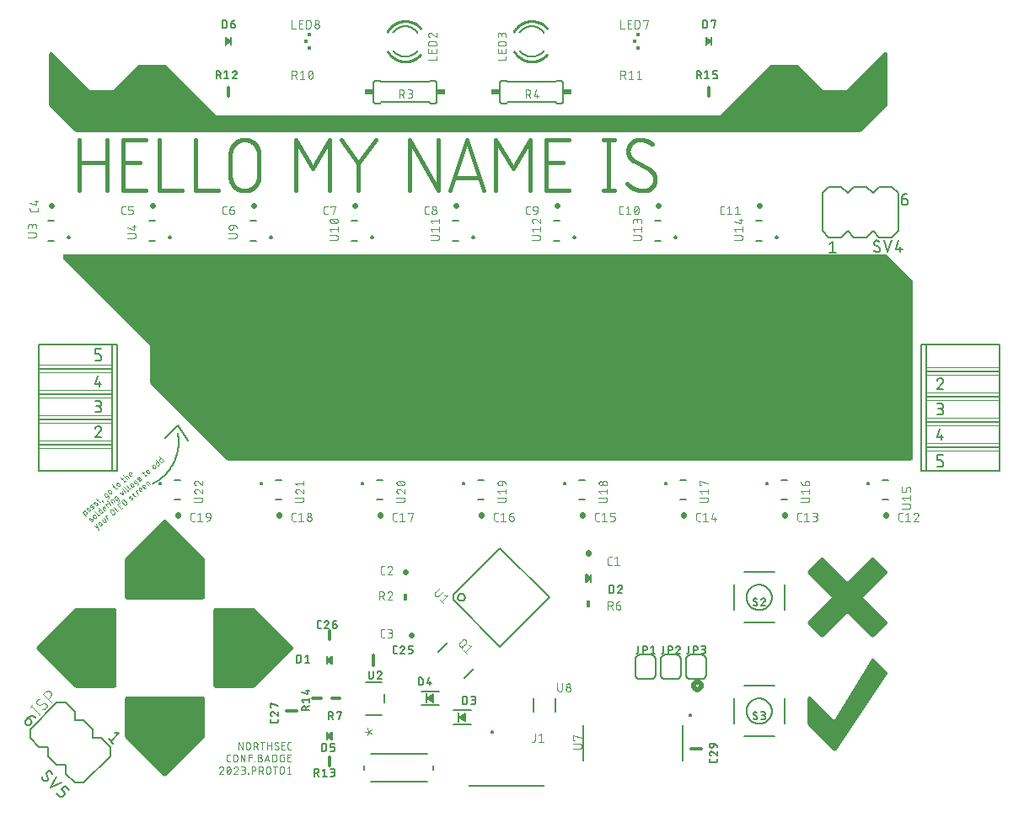
<source format=gbr>
G04 EAGLE Gerber RS-274X export*
G75*
%MOMM*%
%FSLAX34Y34*%
%LPD*%
%INSilkscreen Top*%
%IPPOS*%
%AMOC8*
5,1,8,0,0,1.08239X$1,22.5*%
G01*
%ADD10C,0.457200*%
%ADD11C,0.152400*%
%ADD12C,0.050800*%
%ADD13C,0.076200*%
%ADD14C,0.101600*%
%ADD15C,0.558800*%
%ADD16C,0.304800*%
%ADD17R,0.190500X0.889000*%
%ADD18C,0.203200*%
%ADD19R,0.200000X1.000000*%
%ADD20C,0.127000*%
%ADD21C,0.200000*%
%ADD22R,0.457200X0.762000*%
%ADD23C,0.177800*%
%ADD24C,0.508000*%
%ADD25R,0.863600X0.609600*%
%ADD26C,0.254000*%
%ADD27R,0.425000X0.325000*%
%ADD28R,0.350000X0.350000*%

G36*
X889018Y328171D02*
X889018Y328171D01*
X889036Y328169D01*
X889218Y328190D01*
X889401Y328209D01*
X889418Y328214D01*
X889435Y328216D01*
X889610Y328273D01*
X889786Y328327D01*
X889801Y328335D01*
X889818Y328341D01*
X889978Y328431D01*
X890140Y328519D01*
X890153Y328530D01*
X890169Y328539D01*
X890308Y328659D01*
X890449Y328776D01*
X890460Y328790D01*
X890474Y328802D01*
X890586Y328947D01*
X890701Y329090D01*
X890709Y329106D01*
X890720Y329120D01*
X890802Y329285D01*
X890887Y329447D01*
X890892Y329464D01*
X890900Y329481D01*
X890947Y329659D01*
X890998Y329834D01*
X891000Y329852D01*
X891004Y329869D01*
X891031Y330200D01*
X891031Y508000D01*
X891029Y508027D01*
X891031Y508053D01*
X891009Y508227D01*
X890991Y508401D01*
X890984Y508426D01*
X890980Y508453D01*
X890925Y508618D01*
X890873Y508786D01*
X890860Y508809D01*
X890852Y508834D01*
X890765Y508986D01*
X890681Y509140D01*
X890664Y509160D01*
X890651Y509183D01*
X890436Y509436D01*
X865036Y534836D01*
X865016Y534853D01*
X864998Y534874D01*
X864860Y534981D01*
X864725Y535091D01*
X864701Y535104D01*
X864680Y535120D01*
X864523Y535198D01*
X864369Y535280D01*
X864344Y535288D01*
X864320Y535300D01*
X864150Y535345D01*
X863983Y535395D01*
X863957Y535397D01*
X863931Y535404D01*
X863600Y535431D01*
X39045Y535431D01*
X39002Y535427D01*
X38959Y535429D01*
X38802Y535407D01*
X38645Y535391D01*
X38603Y535379D01*
X38561Y535373D01*
X38411Y535320D01*
X38260Y535273D01*
X38222Y535253D01*
X38181Y535238D01*
X38045Y535157D01*
X37906Y535081D01*
X37873Y535054D01*
X37836Y535032D01*
X37718Y534925D01*
X37596Y534824D01*
X37569Y534790D01*
X37537Y534761D01*
X37443Y534634D01*
X37344Y534510D01*
X37324Y534472D01*
X37299Y534437D01*
X37232Y534293D01*
X37159Y534153D01*
X37147Y534111D01*
X37128Y534072D01*
X37091Y533918D01*
X37047Y533766D01*
X37044Y533723D01*
X37033Y533681D01*
X37018Y533411D01*
X37014Y533364D01*
X37015Y533358D01*
X37015Y533350D01*
X37039Y532381D01*
X37039Y532379D01*
X37039Y532378D01*
X37064Y532175D01*
X37088Y531981D01*
X37089Y531980D01*
X37089Y531978D01*
X37153Y531789D01*
X37216Y531599D01*
X37217Y531598D01*
X37217Y531596D01*
X37325Y531409D01*
X37416Y531250D01*
X37417Y531249D01*
X37418Y531248D01*
X37633Y530995D01*
X124969Y443659D01*
X124969Y406400D01*
X124971Y406373D01*
X124969Y406347D01*
X124991Y406173D01*
X125009Y405999D01*
X125017Y405974D01*
X125020Y405947D01*
X125076Y405782D01*
X125127Y405614D01*
X125140Y405591D01*
X125148Y405566D01*
X125235Y405414D01*
X125319Y405260D01*
X125336Y405240D01*
X125349Y405217D01*
X125564Y404964D01*
X201764Y328764D01*
X201784Y328747D01*
X201802Y328727D01*
X201940Y328619D01*
X202075Y328509D01*
X202099Y328496D01*
X202120Y328480D01*
X202277Y328402D01*
X202431Y328320D01*
X202456Y328312D01*
X202481Y328300D01*
X202650Y328255D01*
X202817Y328205D01*
X202843Y328203D01*
X202869Y328196D01*
X203200Y328169D01*
X889000Y328169D01*
X889018Y328171D01*
G37*
G36*
X838227Y658371D02*
X838227Y658371D01*
X838253Y658369D01*
X838427Y658391D01*
X838601Y658409D01*
X838626Y658417D01*
X838653Y658420D01*
X838818Y658476D01*
X838986Y658527D01*
X839009Y658540D01*
X839034Y658548D01*
X839186Y658635D01*
X839340Y658719D01*
X839360Y658736D01*
X839383Y658749D01*
X839636Y658964D01*
X865036Y684364D01*
X865053Y684384D01*
X865074Y684402D01*
X865181Y684540D01*
X865291Y684675D01*
X865304Y684699D01*
X865320Y684720D01*
X865398Y684877D01*
X865480Y685031D01*
X865488Y685056D01*
X865500Y685081D01*
X865545Y685250D01*
X865595Y685417D01*
X865597Y685443D01*
X865604Y685469D01*
X865631Y685800D01*
X865631Y736600D01*
X865630Y736609D01*
X865631Y736618D01*
X865610Y736811D01*
X865591Y737001D01*
X865589Y737009D01*
X865588Y737018D01*
X865529Y737203D01*
X865473Y737386D01*
X865469Y737393D01*
X865466Y737402D01*
X865373Y737570D01*
X865281Y737740D01*
X865276Y737746D01*
X865271Y737754D01*
X865147Y737901D01*
X865024Y738049D01*
X865017Y738054D01*
X865011Y738061D01*
X864859Y738181D01*
X864710Y738301D01*
X864702Y738305D01*
X864695Y738311D01*
X864522Y738399D01*
X864353Y738487D01*
X864344Y738489D01*
X864336Y738493D01*
X864150Y738545D01*
X863966Y738598D01*
X863957Y738599D01*
X863948Y738601D01*
X863755Y738615D01*
X863564Y738631D01*
X863556Y738630D01*
X863547Y738631D01*
X863354Y738606D01*
X863165Y738584D01*
X863156Y738581D01*
X863147Y738580D01*
X862965Y738519D01*
X862782Y738459D01*
X862774Y738455D01*
X862766Y738452D01*
X862599Y738356D01*
X862431Y738261D01*
X862424Y738256D01*
X862417Y738251D01*
X862164Y738036D01*
X824659Y700531D01*
X800941Y700531D01*
X776136Y725336D01*
X776116Y725353D01*
X776098Y725374D01*
X775960Y725481D01*
X775825Y725591D01*
X775801Y725604D01*
X775780Y725620D01*
X775623Y725698D01*
X775469Y725780D01*
X775444Y725788D01*
X775420Y725800D01*
X775250Y725845D01*
X775083Y725895D01*
X775057Y725897D01*
X775031Y725904D01*
X774700Y725931D01*
X749300Y725931D01*
X749273Y725929D01*
X749247Y725931D01*
X749073Y725909D01*
X748899Y725891D01*
X748874Y725884D01*
X748847Y725880D01*
X748682Y725825D01*
X748514Y725773D01*
X748491Y725760D01*
X748466Y725752D01*
X748314Y725665D01*
X748160Y725581D01*
X748140Y725564D01*
X748117Y725551D01*
X747864Y725336D01*
X697659Y675131D01*
X191341Y675131D01*
X141136Y725336D01*
X141116Y725353D01*
X141098Y725374D01*
X140960Y725481D01*
X140825Y725591D01*
X140801Y725604D01*
X140780Y725620D01*
X140623Y725698D01*
X140469Y725780D01*
X140444Y725788D01*
X140420Y725800D01*
X140250Y725845D01*
X140083Y725895D01*
X140057Y725897D01*
X140031Y725904D01*
X139700Y725931D01*
X114300Y725931D01*
X114273Y725929D01*
X114247Y725931D01*
X114073Y725909D01*
X113899Y725891D01*
X113874Y725884D01*
X113847Y725880D01*
X113682Y725825D01*
X113514Y725773D01*
X113491Y725760D01*
X113466Y725752D01*
X113314Y725665D01*
X113160Y725581D01*
X113140Y725564D01*
X113117Y725551D01*
X112864Y725336D01*
X88059Y700531D01*
X64341Y700531D01*
X26836Y738036D01*
X26829Y738042D01*
X26824Y738049D01*
X26674Y738169D01*
X26525Y738291D01*
X26517Y738296D01*
X26510Y738301D01*
X26339Y738390D01*
X26169Y738480D01*
X26161Y738483D01*
X26153Y738487D01*
X25967Y738540D01*
X25783Y738595D01*
X25774Y738596D01*
X25766Y738598D01*
X25574Y738614D01*
X25382Y738631D01*
X25373Y738630D01*
X25364Y738631D01*
X25175Y738609D01*
X24982Y738588D01*
X24973Y738585D01*
X24965Y738584D01*
X24783Y738525D01*
X24598Y738466D01*
X24590Y738462D01*
X24582Y738459D01*
X24413Y738364D01*
X24246Y738271D01*
X24239Y738266D01*
X24231Y738261D01*
X24085Y738135D01*
X23939Y738011D01*
X23933Y738004D01*
X23927Y737998D01*
X23809Y737847D01*
X23689Y737695D01*
X23685Y737687D01*
X23680Y737680D01*
X23594Y737508D01*
X23507Y737336D01*
X23504Y737328D01*
X23500Y737320D01*
X23450Y737133D01*
X23399Y736948D01*
X23398Y736939D01*
X23396Y736931D01*
X23369Y736600D01*
X23369Y685800D01*
X23371Y685773D01*
X23369Y685747D01*
X23391Y685573D01*
X23409Y685399D01*
X23417Y685374D01*
X23420Y685347D01*
X23476Y685182D01*
X23527Y685014D01*
X23540Y684991D01*
X23548Y684966D01*
X23635Y684814D01*
X23719Y684660D01*
X23736Y684640D01*
X23749Y684617D01*
X23964Y684364D01*
X49364Y658964D01*
X49384Y658947D01*
X49402Y658927D01*
X49540Y658819D01*
X49675Y658709D01*
X49699Y658696D01*
X49720Y658680D01*
X49877Y658602D01*
X50031Y658520D01*
X50056Y658512D01*
X50081Y658500D01*
X50250Y658455D01*
X50417Y658405D01*
X50443Y658403D01*
X50469Y658396D01*
X50800Y658369D01*
X838200Y658369D01*
X838227Y658371D01*
G37*
G36*
X228627Y99571D02*
X228627Y99571D01*
X228653Y99569D01*
X228827Y99591D01*
X229001Y99609D01*
X229026Y99617D01*
X229053Y99620D01*
X229218Y99676D01*
X229386Y99727D01*
X229409Y99740D01*
X229434Y99748D01*
X229586Y99835D01*
X229740Y99919D01*
X229760Y99936D01*
X229783Y99949D01*
X230036Y100164D01*
X268136Y138264D01*
X268148Y138278D01*
X268161Y138289D01*
X268275Y138433D01*
X268391Y138575D01*
X268400Y138591D01*
X268411Y138605D01*
X268494Y138769D01*
X268580Y138931D01*
X268585Y138948D01*
X268593Y138964D01*
X268643Y139141D01*
X268695Y139317D01*
X268696Y139335D01*
X268701Y139352D01*
X268715Y139535D01*
X268731Y139718D01*
X268729Y139736D01*
X268731Y139753D01*
X268708Y139935D01*
X268688Y140118D01*
X268682Y140135D01*
X268680Y140153D01*
X268622Y140326D01*
X268566Y140502D01*
X268558Y140518D01*
X268552Y140534D01*
X268460Y140694D01*
X268371Y140854D01*
X268360Y140868D01*
X268351Y140883D01*
X268136Y141136D01*
X230036Y179236D01*
X230016Y179253D01*
X229998Y179274D01*
X229860Y179381D01*
X229725Y179491D01*
X229701Y179504D01*
X229680Y179520D01*
X229523Y179598D01*
X229369Y179680D01*
X229344Y179688D01*
X229320Y179700D01*
X229150Y179745D01*
X228983Y179795D01*
X228957Y179797D01*
X228931Y179804D01*
X228600Y179831D01*
X190500Y179831D01*
X190482Y179829D01*
X190464Y179831D01*
X190282Y179810D01*
X190099Y179791D01*
X190082Y179786D01*
X190065Y179784D01*
X189890Y179727D01*
X189714Y179673D01*
X189699Y179665D01*
X189682Y179659D01*
X189522Y179569D01*
X189360Y179481D01*
X189347Y179470D01*
X189331Y179461D01*
X189192Y179341D01*
X189051Y179224D01*
X189040Y179210D01*
X189027Y179198D01*
X188914Y179053D01*
X188799Y178910D01*
X188791Y178894D01*
X188780Y178880D01*
X188698Y178715D01*
X188613Y178553D01*
X188608Y178536D01*
X188600Y178520D01*
X188553Y178341D01*
X188502Y178166D01*
X188500Y178148D01*
X188496Y178131D01*
X188469Y177800D01*
X188469Y101600D01*
X188471Y101582D01*
X188469Y101564D01*
X188490Y101382D01*
X188509Y101199D01*
X188514Y101182D01*
X188516Y101165D01*
X188573Y100990D01*
X188627Y100814D01*
X188635Y100799D01*
X188641Y100782D01*
X188731Y100622D01*
X188819Y100460D01*
X188830Y100447D01*
X188839Y100431D01*
X188959Y100292D01*
X189076Y100151D01*
X189090Y100140D01*
X189102Y100127D01*
X189247Y100014D01*
X189390Y99899D01*
X189406Y99891D01*
X189420Y99880D01*
X189585Y99798D01*
X189747Y99713D01*
X189764Y99708D01*
X189781Y99700D01*
X189959Y99653D01*
X190134Y99602D01*
X190152Y99600D01*
X190169Y99596D01*
X190500Y99569D01*
X228600Y99569D01*
X228627Y99571D01*
G37*
G36*
X177818Y188471D02*
X177818Y188471D01*
X177836Y188469D01*
X178018Y188490D01*
X178201Y188509D01*
X178218Y188514D01*
X178235Y188516D01*
X178410Y188573D01*
X178586Y188627D01*
X178601Y188635D01*
X178618Y188641D01*
X178778Y188731D01*
X178940Y188819D01*
X178953Y188830D01*
X178969Y188839D01*
X179108Y188959D01*
X179249Y189076D01*
X179260Y189090D01*
X179274Y189102D01*
X179386Y189247D01*
X179501Y189390D01*
X179509Y189406D01*
X179520Y189420D01*
X179602Y189585D01*
X179687Y189747D01*
X179692Y189764D01*
X179700Y189781D01*
X179747Y189959D01*
X179798Y190134D01*
X179800Y190152D01*
X179804Y190169D01*
X179831Y190500D01*
X179831Y228600D01*
X179829Y228627D01*
X179831Y228653D01*
X179809Y228827D01*
X179791Y229001D01*
X179784Y229026D01*
X179780Y229053D01*
X179725Y229218D01*
X179673Y229386D01*
X179660Y229409D01*
X179652Y229434D01*
X179565Y229586D01*
X179481Y229740D01*
X179464Y229760D01*
X179451Y229783D01*
X179236Y230036D01*
X141136Y268136D01*
X141123Y268148D01*
X141111Y268161D01*
X140967Y268275D01*
X140825Y268391D01*
X140809Y268400D01*
X140795Y268411D01*
X140631Y268494D01*
X140469Y268580D01*
X140452Y268585D01*
X140436Y268593D01*
X140259Y268643D01*
X140083Y268695D01*
X140065Y268696D01*
X140048Y268701D01*
X139865Y268715D01*
X139682Y268731D01*
X139664Y268729D01*
X139647Y268731D01*
X139465Y268708D01*
X139282Y268688D01*
X139265Y268682D01*
X139247Y268680D01*
X139074Y268622D01*
X138898Y268566D01*
X138882Y268558D01*
X138866Y268552D01*
X138706Y268460D01*
X138546Y268371D01*
X138532Y268360D01*
X138517Y268351D01*
X138264Y268136D01*
X100164Y230036D01*
X100147Y230016D01*
X100127Y229998D01*
X100019Y229860D01*
X99909Y229725D01*
X99896Y229701D01*
X99880Y229680D01*
X99802Y229523D01*
X99720Y229369D01*
X99712Y229344D01*
X99700Y229320D01*
X99655Y229150D01*
X99605Y228983D01*
X99603Y228957D01*
X99596Y228931D01*
X99569Y228600D01*
X99569Y190500D01*
X99571Y190482D01*
X99569Y190464D01*
X99590Y190282D01*
X99609Y190099D01*
X99614Y190082D01*
X99616Y190065D01*
X99673Y189890D01*
X99727Y189714D01*
X99735Y189699D01*
X99741Y189682D01*
X99831Y189522D01*
X99919Y189360D01*
X99930Y189347D01*
X99939Y189331D01*
X100059Y189192D01*
X100176Y189051D01*
X100190Y189040D01*
X100202Y189027D01*
X100347Y188914D01*
X100490Y188799D01*
X100506Y188791D01*
X100520Y188780D01*
X100685Y188698D01*
X100847Y188613D01*
X100864Y188608D01*
X100881Y188600D01*
X101059Y188553D01*
X101234Y188502D01*
X101252Y188500D01*
X101269Y188496D01*
X101600Y188469D01*
X177800Y188469D01*
X177818Y188471D01*
G37*
G36*
X88918Y99571D02*
X88918Y99571D01*
X88936Y99569D01*
X89118Y99590D01*
X89301Y99609D01*
X89318Y99614D01*
X89335Y99616D01*
X89510Y99673D01*
X89686Y99727D01*
X89701Y99735D01*
X89718Y99741D01*
X89878Y99831D01*
X90040Y99919D01*
X90053Y99930D01*
X90069Y99939D01*
X90208Y100059D01*
X90349Y100176D01*
X90360Y100190D01*
X90374Y100202D01*
X90486Y100347D01*
X90601Y100490D01*
X90609Y100506D01*
X90620Y100520D01*
X90702Y100685D01*
X90787Y100847D01*
X90792Y100864D01*
X90800Y100881D01*
X90847Y101059D01*
X90898Y101234D01*
X90900Y101252D01*
X90904Y101269D01*
X90931Y101600D01*
X90931Y177800D01*
X90929Y177818D01*
X90931Y177836D01*
X90910Y178018D01*
X90891Y178201D01*
X90886Y178218D01*
X90884Y178235D01*
X90827Y178410D01*
X90773Y178586D01*
X90765Y178601D01*
X90759Y178618D01*
X90669Y178778D01*
X90581Y178940D01*
X90570Y178953D01*
X90561Y178969D01*
X90441Y179108D01*
X90324Y179249D01*
X90310Y179260D01*
X90298Y179274D01*
X90153Y179386D01*
X90010Y179501D01*
X89994Y179509D01*
X89980Y179520D01*
X89815Y179602D01*
X89653Y179687D01*
X89636Y179692D01*
X89620Y179700D01*
X89441Y179747D01*
X89266Y179798D01*
X89248Y179800D01*
X89231Y179804D01*
X88900Y179831D01*
X50800Y179831D01*
X50773Y179829D01*
X50747Y179831D01*
X50573Y179809D01*
X50399Y179791D01*
X50374Y179784D01*
X50347Y179780D01*
X50182Y179725D01*
X50014Y179673D01*
X49991Y179660D01*
X49966Y179652D01*
X49814Y179565D01*
X49660Y179481D01*
X49640Y179464D01*
X49617Y179451D01*
X49364Y179236D01*
X11264Y141136D01*
X11252Y141123D01*
X11239Y141111D01*
X11125Y140967D01*
X11009Y140825D01*
X11000Y140809D01*
X10989Y140795D01*
X10906Y140631D01*
X10820Y140469D01*
X10815Y140452D01*
X10807Y140436D01*
X10757Y140259D01*
X10705Y140083D01*
X10704Y140065D01*
X10699Y140048D01*
X10685Y139865D01*
X10669Y139682D01*
X10671Y139664D01*
X10669Y139647D01*
X10692Y139465D01*
X10712Y139282D01*
X10718Y139265D01*
X10720Y139247D01*
X10778Y139074D01*
X10834Y138898D01*
X10842Y138882D01*
X10848Y138866D01*
X10940Y138706D01*
X11029Y138546D01*
X11040Y138532D01*
X11049Y138517D01*
X11264Y138264D01*
X49364Y100164D01*
X49384Y100147D01*
X49402Y100127D01*
X49540Y100019D01*
X49675Y99909D01*
X49699Y99896D01*
X49720Y99880D01*
X49877Y99802D01*
X50031Y99720D01*
X50056Y99712D01*
X50081Y99700D01*
X50250Y99655D01*
X50417Y99605D01*
X50443Y99603D01*
X50469Y99596D01*
X50800Y99569D01*
X88900Y99569D01*
X88918Y99571D01*
G37*
G36*
X139736Y10671D02*
X139736Y10671D01*
X139753Y10669D01*
X139935Y10692D01*
X140118Y10712D01*
X140135Y10718D01*
X140153Y10720D01*
X140326Y10778D01*
X140502Y10834D01*
X140518Y10842D01*
X140534Y10848D01*
X140694Y10940D01*
X140854Y11029D01*
X140868Y11040D01*
X140883Y11049D01*
X141136Y11264D01*
X179236Y49364D01*
X179253Y49384D01*
X179274Y49402D01*
X179381Y49540D01*
X179491Y49675D01*
X179504Y49699D01*
X179520Y49720D01*
X179598Y49877D01*
X179680Y50031D01*
X179688Y50056D01*
X179700Y50081D01*
X179745Y50250D01*
X179795Y50417D01*
X179797Y50443D01*
X179804Y50469D01*
X179831Y50800D01*
X179831Y88900D01*
X179829Y88918D01*
X179831Y88936D01*
X179810Y89118D01*
X179791Y89301D01*
X179786Y89318D01*
X179784Y89335D01*
X179727Y89510D01*
X179673Y89686D01*
X179665Y89701D01*
X179659Y89718D01*
X179569Y89878D01*
X179481Y90040D01*
X179470Y90053D01*
X179461Y90069D01*
X179341Y90208D01*
X179224Y90349D01*
X179210Y90360D01*
X179198Y90374D01*
X179053Y90486D01*
X178910Y90601D01*
X178894Y90609D01*
X178880Y90620D01*
X178715Y90702D01*
X178553Y90787D01*
X178536Y90792D01*
X178520Y90800D01*
X178341Y90847D01*
X178166Y90898D01*
X178148Y90900D01*
X178131Y90904D01*
X177800Y90931D01*
X101600Y90931D01*
X101582Y90929D01*
X101564Y90931D01*
X101382Y90910D01*
X101199Y90891D01*
X101182Y90886D01*
X101165Y90884D01*
X100990Y90827D01*
X100814Y90773D01*
X100799Y90765D01*
X100782Y90759D01*
X100622Y90669D01*
X100460Y90581D01*
X100447Y90570D01*
X100431Y90561D01*
X100292Y90441D01*
X100151Y90324D01*
X100140Y90310D01*
X100127Y90298D01*
X100014Y90153D01*
X99899Y90010D01*
X99891Y89994D01*
X99880Y89980D01*
X99798Y89815D01*
X99713Y89653D01*
X99708Y89636D01*
X99700Y89620D01*
X99653Y89441D01*
X99602Y89266D01*
X99600Y89248D01*
X99596Y89231D01*
X99569Y88900D01*
X99569Y50800D01*
X99571Y50773D01*
X99569Y50747D01*
X99591Y50573D01*
X99609Y50399D01*
X99617Y50374D01*
X99620Y50347D01*
X99676Y50182D01*
X99727Y50014D01*
X99740Y49991D01*
X99748Y49966D01*
X99835Y49814D01*
X99919Y49660D01*
X99936Y49640D01*
X99949Y49617D01*
X100164Y49364D01*
X138264Y11264D01*
X138278Y11252D01*
X138289Y11239D01*
X138433Y11125D01*
X138575Y11009D01*
X138591Y11000D01*
X138605Y10989D01*
X138769Y10906D01*
X138931Y10820D01*
X138948Y10815D01*
X138964Y10807D01*
X139141Y10757D01*
X139317Y10705D01*
X139335Y10704D01*
X139352Y10699D01*
X139535Y10685D01*
X139718Y10669D01*
X139736Y10671D01*
G37*
G36*
X850936Y150371D02*
X850936Y150371D01*
X850953Y150369D01*
X851135Y150392D01*
X851318Y150412D01*
X851335Y150418D01*
X851353Y150420D01*
X851526Y150478D01*
X851702Y150534D01*
X851718Y150542D01*
X851734Y150548D01*
X851894Y150640D01*
X852054Y150729D01*
X852068Y150740D01*
X852083Y150749D01*
X852336Y150964D01*
X865036Y163664D01*
X865048Y163678D01*
X865061Y163689D01*
X865175Y163833D01*
X865291Y163975D01*
X865300Y163991D01*
X865311Y164005D01*
X865394Y164169D01*
X865480Y164331D01*
X865485Y164348D01*
X865493Y164364D01*
X865543Y164541D01*
X865595Y164717D01*
X865596Y164735D01*
X865601Y164752D01*
X865615Y164935D01*
X865631Y165118D01*
X865629Y165136D01*
X865631Y165153D01*
X865608Y165335D01*
X865588Y165518D01*
X865582Y165535D01*
X865580Y165553D01*
X865522Y165726D01*
X865466Y165902D01*
X865458Y165918D01*
X865452Y165934D01*
X865360Y166094D01*
X865271Y166254D01*
X865260Y166268D01*
X865251Y166283D01*
X865036Y166536D01*
X841073Y190500D01*
X865036Y214464D01*
X865048Y214478D01*
X865061Y214489D01*
X865175Y214633D01*
X865291Y214775D01*
X865300Y214791D01*
X865311Y214805D01*
X865394Y214969D01*
X865480Y215131D01*
X865485Y215148D01*
X865493Y215164D01*
X865543Y215341D01*
X865595Y215517D01*
X865596Y215535D01*
X865601Y215552D01*
X865615Y215735D01*
X865631Y215918D01*
X865629Y215936D01*
X865631Y215953D01*
X865608Y216135D01*
X865588Y216318D01*
X865582Y216335D01*
X865580Y216353D01*
X865522Y216526D01*
X865466Y216702D01*
X865458Y216718D01*
X865452Y216734D01*
X865360Y216894D01*
X865271Y217054D01*
X865260Y217068D01*
X865251Y217083D01*
X865036Y217336D01*
X852336Y230036D01*
X852323Y230048D01*
X852311Y230061D01*
X852167Y230175D01*
X852025Y230291D01*
X852009Y230300D01*
X851995Y230311D01*
X851831Y230394D01*
X851669Y230480D01*
X851652Y230485D01*
X851636Y230493D01*
X851459Y230543D01*
X851283Y230595D01*
X851265Y230596D01*
X851248Y230601D01*
X851065Y230615D01*
X850882Y230631D01*
X850864Y230629D01*
X850847Y230631D01*
X850665Y230608D01*
X850482Y230588D01*
X850465Y230582D01*
X850447Y230580D01*
X850274Y230522D01*
X850098Y230466D01*
X850082Y230458D01*
X850066Y230452D01*
X849906Y230360D01*
X849746Y230271D01*
X849732Y230260D01*
X849717Y230251D01*
X849464Y230036D01*
X825500Y206073D01*
X801536Y230036D01*
X801523Y230048D01*
X801511Y230061D01*
X801367Y230175D01*
X801225Y230291D01*
X801209Y230300D01*
X801195Y230311D01*
X801031Y230394D01*
X800869Y230480D01*
X800852Y230485D01*
X800836Y230493D01*
X800659Y230543D01*
X800483Y230595D01*
X800465Y230596D01*
X800448Y230601D01*
X800265Y230615D01*
X800082Y230631D01*
X800064Y230629D01*
X800047Y230631D01*
X799865Y230608D01*
X799682Y230588D01*
X799665Y230582D01*
X799647Y230580D01*
X799474Y230522D01*
X799298Y230466D01*
X799282Y230458D01*
X799266Y230452D01*
X799106Y230360D01*
X798946Y230271D01*
X798932Y230260D01*
X798917Y230251D01*
X798664Y230036D01*
X785964Y217336D01*
X785952Y217323D01*
X785939Y217311D01*
X785825Y217167D01*
X785709Y217025D01*
X785700Y217009D01*
X785689Y216995D01*
X785606Y216831D01*
X785520Y216669D01*
X785515Y216652D01*
X785507Y216636D01*
X785457Y216459D01*
X785405Y216283D01*
X785404Y216265D01*
X785399Y216248D01*
X785385Y216065D01*
X785369Y215882D01*
X785371Y215864D01*
X785369Y215847D01*
X785392Y215665D01*
X785412Y215482D01*
X785418Y215465D01*
X785420Y215447D01*
X785478Y215274D01*
X785534Y215098D01*
X785542Y215082D01*
X785548Y215066D01*
X785640Y214906D01*
X785729Y214746D01*
X785740Y214732D01*
X785749Y214717D01*
X785964Y214464D01*
X809927Y190500D01*
X785964Y166536D01*
X785952Y166523D01*
X785939Y166511D01*
X785825Y166367D01*
X785709Y166225D01*
X785700Y166209D01*
X785689Y166195D01*
X785606Y166031D01*
X785520Y165869D01*
X785515Y165852D01*
X785507Y165836D01*
X785457Y165659D01*
X785405Y165483D01*
X785404Y165465D01*
X785399Y165448D01*
X785385Y165265D01*
X785369Y165082D01*
X785371Y165064D01*
X785369Y165047D01*
X785392Y164865D01*
X785412Y164682D01*
X785418Y164665D01*
X785420Y164647D01*
X785478Y164474D01*
X785534Y164298D01*
X785542Y164282D01*
X785548Y164266D01*
X785640Y164106D01*
X785729Y163946D01*
X785740Y163932D01*
X785749Y163917D01*
X785964Y163664D01*
X798664Y150964D01*
X798678Y150952D01*
X798689Y150939D01*
X798833Y150825D01*
X798975Y150709D01*
X798991Y150700D01*
X799005Y150689D01*
X799169Y150606D01*
X799331Y150520D01*
X799348Y150515D01*
X799364Y150507D01*
X799541Y150457D01*
X799717Y150405D01*
X799735Y150404D01*
X799752Y150399D01*
X799935Y150385D01*
X800118Y150369D01*
X800136Y150371D01*
X800153Y150369D01*
X800335Y150392D01*
X800518Y150412D01*
X800535Y150418D01*
X800553Y150420D01*
X800726Y150478D01*
X800902Y150534D01*
X800918Y150542D01*
X800934Y150548D01*
X801094Y150640D01*
X801254Y150729D01*
X801268Y150740D01*
X801283Y150749D01*
X801536Y150964D01*
X825500Y174927D01*
X849464Y150964D01*
X849478Y150952D01*
X849489Y150939D01*
X849633Y150825D01*
X849775Y150709D01*
X849791Y150700D01*
X849805Y150689D01*
X849969Y150606D01*
X850131Y150520D01*
X850148Y150515D01*
X850164Y150507D01*
X850341Y150457D01*
X850517Y150405D01*
X850535Y150404D01*
X850552Y150399D01*
X850735Y150385D01*
X850918Y150369D01*
X850936Y150371D01*
G37*
G36*
X812834Y36071D02*
X812834Y36071D01*
X812851Y36069D01*
X813034Y36092D01*
X813218Y36112D01*
X813234Y36117D01*
X813251Y36119D01*
X813425Y36178D01*
X813602Y36234D01*
X813617Y36242D01*
X813632Y36247D01*
X813793Y36339D01*
X813954Y36429D01*
X813967Y36439D01*
X813981Y36448D01*
X814121Y36570D01*
X814261Y36689D01*
X814272Y36702D01*
X814284Y36713D01*
X814490Y36973D01*
X865290Y113173D01*
X865299Y113190D01*
X865311Y113205D01*
X865394Y113368D01*
X865479Y113529D01*
X865485Y113547D01*
X865493Y113564D01*
X865542Y113740D01*
X865594Y113915D01*
X865596Y113933D01*
X865601Y113952D01*
X865615Y114134D01*
X865631Y114315D01*
X865629Y114334D01*
X865631Y114353D01*
X865608Y114535D01*
X865588Y114716D01*
X865583Y114734D01*
X865580Y114753D01*
X865522Y114925D01*
X865467Y115100D01*
X865458Y115116D01*
X865452Y115134D01*
X865361Y115293D01*
X865273Y115452D01*
X865261Y115467D01*
X865251Y115483D01*
X865036Y115736D01*
X852336Y128436D01*
X852286Y128478D01*
X852242Y128525D01*
X852130Y128605D01*
X852025Y128691D01*
X851967Y128722D01*
X851914Y128760D01*
X851790Y128816D01*
X851669Y128880D01*
X851607Y128899D01*
X851547Y128925D01*
X851414Y128956D01*
X851283Y128995D01*
X851218Y129001D01*
X851155Y129015D01*
X851019Y129019D01*
X850882Y129031D01*
X850817Y129024D01*
X850752Y129026D01*
X850618Y129003D01*
X850482Y128988D01*
X850420Y128968D01*
X850356Y128957D01*
X850228Y128908D01*
X850098Y128866D01*
X850041Y128835D01*
X849981Y128811D01*
X849865Y128737D01*
X849746Y128671D01*
X849696Y128629D01*
X849641Y128594D01*
X849543Y128499D01*
X849439Y128411D01*
X849398Y128360D01*
X849352Y128315D01*
X849242Y128162D01*
X849189Y128095D01*
X849177Y128072D01*
X849158Y128045D01*
X812397Y66776D01*
X788836Y90336D01*
X788829Y90342D01*
X788824Y90349D01*
X788818Y90353D01*
X788817Y90355D01*
X788801Y90367D01*
X788674Y90469D01*
X788525Y90591D01*
X788517Y90596D01*
X788510Y90601D01*
X788339Y90690D01*
X788169Y90780D01*
X788161Y90783D01*
X788153Y90787D01*
X787967Y90840D01*
X787783Y90895D01*
X787774Y90896D01*
X787766Y90898D01*
X787574Y90914D01*
X787382Y90931D01*
X787373Y90930D01*
X787364Y90931D01*
X787175Y90909D01*
X786982Y90888D01*
X786973Y90885D01*
X786965Y90884D01*
X786783Y90825D01*
X786598Y90766D01*
X786590Y90762D01*
X786582Y90759D01*
X786413Y90664D01*
X786246Y90571D01*
X786239Y90566D01*
X786231Y90561D01*
X786085Y90435D01*
X785939Y90311D01*
X785933Y90304D01*
X785927Y90298D01*
X785809Y90147D01*
X785689Y89995D01*
X785685Y89987D01*
X785680Y89980D01*
X785594Y89808D01*
X785507Y89636D01*
X785504Y89628D01*
X785500Y89620D01*
X785450Y89433D01*
X785399Y89248D01*
X785398Y89239D01*
X785396Y89231D01*
X785369Y88900D01*
X785369Y63500D01*
X785371Y63473D01*
X785369Y63447D01*
X785391Y63273D01*
X785409Y63099D01*
X785417Y63074D01*
X785420Y63047D01*
X785476Y62882D01*
X785527Y62714D01*
X785540Y62691D01*
X785548Y62666D01*
X785635Y62514D01*
X785719Y62360D01*
X785736Y62340D01*
X785749Y62317D01*
X785964Y62064D01*
X811364Y36664D01*
X811377Y36653D01*
X811387Y36640D01*
X811533Y36525D01*
X811675Y36409D01*
X811690Y36401D01*
X811703Y36390D01*
X811869Y36306D01*
X812031Y36220D01*
X812047Y36215D01*
X812062Y36208D01*
X812240Y36158D01*
X812417Y36105D01*
X812433Y36104D01*
X812450Y36099D01*
X812634Y36086D01*
X812818Y36069D01*
X812834Y36071D01*
G37*
G36*
X683317Y744734D02*
X683317Y744734D01*
X683335Y744732D01*
X683437Y744760D01*
X683540Y744782D01*
X683555Y744791D01*
X683572Y744796D01*
X683717Y744881D01*
X688797Y748691D01*
X688800Y748694D01*
X688804Y748696D01*
X688885Y748783D01*
X688967Y748868D01*
X688969Y748872D01*
X688972Y748875D01*
X689022Y748984D01*
X689072Y749091D01*
X689072Y749095D01*
X689074Y749099D01*
X689087Y749217D01*
X689100Y749335D01*
X689100Y749339D01*
X689100Y749344D01*
X689074Y749460D01*
X689050Y749576D01*
X689047Y749580D01*
X689046Y749584D01*
X688985Y749686D01*
X688925Y749788D01*
X688921Y749791D01*
X688919Y749794D01*
X688797Y749909D01*
X683717Y753719D01*
X683701Y753727D01*
X683688Y753740D01*
X683673Y753747D01*
X683665Y753753D01*
X683615Y753773D01*
X683592Y753784D01*
X683499Y753833D01*
X683481Y753836D01*
X683465Y753843D01*
X683360Y753855D01*
X683256Y753871D01*
X683238Y753868D01*
X683221Y753870D01*
X683118Y753848D01*
X683013Y753830D01*
X682998Y753822D01*
X682980Y753818D01*
X682890Y753764D01*
X682797Y753714D01*
X682784Y753701D01*
X682769Y753692D01*
X682700Y753612D01*
X682628Y753535D01*
X682621Y753518D01*
X682609Y753505D01*
X682570Y753407D01*
X682526Y753311D01*
X682524Y753293D01*
X682517Y753277D01*
X682499Y753110D01*
X682499Y745490D01*
X682502Y745472D01*
X682500Y745455D01*
X682521Y745351D01*
X682539Y745247D01*
X682547Y745232D01*
X682551Y745214D01*
X682604Y745123D01*
X682654Y745030D01*
X682666Y745018D01*
X682676Y745002D01*
X682755Y744933D01*
X682832Y744861D01*
X682848Y744853D01*
X682862Y744841D01*
X682959Y744801D01*
X683055Y744757D01*
X683073Y744755D01*
X683089Y744748D01*
X683195Y744741D01*
X683299Y744730D01*
X683317Y744734D01*
G37*
G36*
X200717Y744734D02*
X200717Y744734D01*
X200735Y744732D01*
X200837Y744760D01*
X200940Y744782D01*
X200955Y744791D01*
X200972Y744796D01*
X201117Y744881D01*
X206197Y748691D01*
X206200Y748694D01*
X206204Y748696D01*
X206285Y748783D01*
X206367Y748868D01*
X206369Y748872D01*
X206372Y748875D01*
X206422Y748984D01*
X206472Y749091D01*
X206472Y749095D01*
X206474Y749099D01*
X206487Y749217D01*
X206500Y749335D01*
X206500Y749339D01*
X206500Y749344D01*
X206474Y749460D01*
X206450Y749576D01*
X206447Y749580D01*
X206446Y749584D01*
X206385Y749686D01*
X206325Y749788D01*
X206321Y749791D01*
X206319Y749794D01*
X206197Y749909D01*
X201117Y753719D01*
X201101Y753727D01*
X201088Y753740D01*
X201073Y753747D01*
X201065Y753753D01*
X201015Y753773D01*
X200992Y753784D01*
X200899Y753833D01*
X200881Y753836D01*
X200865Y753843D01*
X200760Y753855D01*
X200656Y753871D01*
X200638Y753868D01*
X200621Y753870D01*
X200518Y753848D01*
X200413Y753830D01*
X200398Y753822D01*
X200380Y753818D01*
X200290Y753764D01*
X200197Y753714D01*
X200184Y753701D01*
X200169Y753692D01*
X200100Y753612D01*
X200028Y753535D01*
X200021Y753518D01*
X200009Y753505D01*
X199970Y753407D01*
X199926Y753311D01*
X199924Y753293D01*
X199917Y753277D01*
X199899Y753110D01*
X199899Y745490D01*
X199902Y745472D01*
X199900Y745455D01*
X199921Y745351D01*
X199939Y745247D01*
X199947Y745232D01*
X199951Y745214D01*
X200004Y745123D01*
X200054Y745030D01*
X200066Y745018D01*
X200076Y745002D01*
X200155Y744933D01*
X200232Y744861D01*
X200248Y744853D01*
X200262Y744841D01*
X200359Y744801D01*
X200455Y744757D01*
X200473Y744755D01*
X200489Y744748D01*
X200595Y744741D01*
X200699Y744730D01*
X200717Y744734D01*
G37*
G36*
X562667Y204984D02*
X562667Y204984D01*
X562685Y204982D01*
X562787Y205010D01*
X562890Y205032D01*
X562905Y205041D01*
X562922Y205046D01*
X563067Y205131D01*
X568147Y208941D01*
X568150Y208944D01*
X568154Y208946D01*
X568235Y209033D01*
X568317Y209118D01*
X568319Y209122D01*
X568322Y209125D01*
X568372Y209234D01*
X568422Y209341D01*
X568422Y209345D01*
X568424Y209349D01*
X568437Y209467D01*
X568450Y209585D01*
X568450Y209589D01*
X568450Y209594D01*
X568424Y209710D01*
X568400Y209826D01*
X568397Y209830D01*
X568396Y209834D01*
X568335Y209936D01*
X568275Y210038D01*
X568271Y210041D01*
X568269Y210044D01*
X568147Y210159D01*
X563067Y213969D01*
X563051Y213977D01*
X563038Y213990D01*
X563023Y213997D01*
X563015Y214003D01*
X562965Y214023D01*
X562942Y214034D01*
X562849Y214083D01*
X562831Y214086D01*
X562815Y214093D01*
X562710Y214105D01*
X562606Y214121D01*
X562588Y214118D01*
X562571Y214120D01*
X562468Y214098D01*
X562363Y214080D01*
X562348Y214072D01*
X562330Y214068D01*
X562240Y214014D01*
X562147Y213964D01*
X562134Y213951D01*
X562119Y213942D01*
X562050Y213862D01*
X561978Y213785D01*
X561971Y213768D01*
X561959Y213755D01*
X561920Y213657D01*
X561876Y213561D01*
X561874Y213543D01*
X561867Y213527D01*
X561849Y213360D01*
X561849Y205740D01*
X561852Y205722D01*
X561850Y205705D01*
X561871Y205601D01*
X561889Y205497D01*
X561897Y205482D01*
X561901Y205464D01*
X561954Y205373D01*
X562004Y205280D01*
X562016Y205268D01*
X562026Y205252D01*
X562105Y205183D01*
X562182Y205111D01*
X562198Y205103D01*
X562212Y205091D01*
X562309Y205051D01*
X562405Y205007D01*
X562423Y205005D01*
X562439Y204998D01*
X562545Y204991D01*
X562649Y204980D01*
X562667Y204984D01*
G37*
G36*
X307362Y122432D02*
X307362Y122432D01*
X307379Y122430D01*
X307482Y122452D01*
X307587Y122470D01*
X307602Y122478D01*
X307620Y122482D01*
X307710Y122536D01*
X307804Y122586D01*
X307816Y122599D01*
X307831Y122608D01*
X307900Y122688D01*
X307972Y122765D01*
X307979Y122782D01*
X307991Y122795D01*
X308030Y122893D01*
X308074Y122989D01*
X308076Y123007D01*
X308083Y123023D01*
X308101Y123190D01*
X308101Y130810D01*
X308099Y130827D01*
X308100Y130842D01*
X308100Y130845D01*
X308079Y130949D01*
X308062Y131053D01*
X308053Y131068D01*
X308050Y131086D01*
X307996Y131177D01*
X307946Y131270D01*
X307934Y131282D01*
X307925Y131298D01*
X307845Y131367D01*
X307768Y131440D01*
X307752Y131447D01*
X307738Y131459D01*
X307641Y131499D01*
X307545Y131543D01*
X307527Y131545D01*
X307511Y131552D01*
X307405Y131559D01*
X307301Y131570D01*
X307283Y131566D01*
X307265Y131568D01*
X307163Y131540D01*
X307090Y131524D01*
X307087Y131524D01*
X307060Y131518D01*
X307045Y131509D01*
X307028Y131504D01*
X306883Y131419D01*
X301803Y127609D01*
X301800Y127606D01*
X301797Y127604D01*
X301715Y127517D01*
X301633Y127432D01*
X301631Y127428D01*
X301628Y127425D01*
X301578Y127316D01*
X301528Y127209D01*
X301528Y127205D01*
X301526Y127201D01*
X301513Y127083D01*
X301500Y126965D01*
X301500Y126961D01*
X301500Y126956D01*
X301526Y126840D01*
X301551Y126724D01*
X301553Y126720D01*
X301554Y126716D01*
X301615Y126614D01*
X301676Y126512D01*
X301679Y126509D01*
X301681Y126506D01*
X301803Y126391D01*
X306883Y122581D01*
X306899Y122573D01*
X306912Y122561D01*
X307008Y122516D01*
X307101Y122467D01*
X307119Y122464D01*
X307135Y122457D01*
X307240Y122445D01*
X307344Y122429D01*
X307362Y122432D01*
G37*
G36*
X307362Y46232D02*
X307362Y46232D01*
X307379Y46230D01*
X307482Y46252D01*
X307587Y46270D01*
X307602Y46278D01*
X307620Y46282D01*
X307710Y46336D01*
X307804Y46386D01*
X307816Y46399D01*
X307831Y46408D01*
X307900Y46488D01*
X307972Y46565D01*
X307979Y46582D01*
X307991Y46595D01*
X308030Y46693D01*
X308074Y46789D01*
X308076Y46807D01*
X308083Y46823D01*
X308101Y46990D01*
X308101Y54610D01*
X308099Y54627D01*
X308100Y54642D01*
X308100Y54645D01*
X308079Y54749D01*
X308062Y54853D01*
X308053Y54868D01*
X308050Y54886D01*
X307996Y54977D01*
X307946Y55070D01*
X307934Y55082D01*
X307925Y55098D01*
X307845Y55167D01*
X307768Y55240D01*
X307752Y55247D01*
X307738Y55259D01*
X307641Y55299D01*
X307545Y55343D01*
X307527Y55345D01*
X307511Y55352D01*
X307405Y55359D01*
X307301Y55370D01*
X307283Y55366D01*
X307265Y55368D01*
X307163Y55340D01*
X307090Y55324D01*
X307087Y55324D01*
X307060Y55318D01*
X307045Y55309D01*
X307028Y55304D01*
X306883Y55219D01*
X301803Y51409D01*
X301800Y51406D01*
X301797Y51404D01*
X301715Y51317D01*
X301633Y51232D01*
X301631Y51228D01*
X301628Y51225D01*
X301578Y51116D01*
X301528Y51009D01*
X301528Y51005D01*
X301526Y51001D01*
X301513Y50883D01*
X301500Y50765D01*
X301500Y50761D01*
X301500Y50756D01*
X301526Y50640D01*
X301551Y50524D01*
X301553Y50520D01*
X301554Y50516D01*
X301615Y50414D01*
X301676Y50312D01*
X301679Y50309D01*
X301681Y50306D01*
X301803Y50191D01*
X306883Y46381D01*
X306899Y46373D01*
X306912Y46361D01*
X307008Y46316D01*
X307101Y46267D01*
X307119Y46264D01*
X307135Y46257D01*
X307240Y46245D01*
X307344Y46229D01*
X307362Y46232D01*
G37*
G36*
X408445Y85893D02*
X408445Y85893D01*
X408516Y85891D01*
X408585Y85909D01*
X408656Y85918D01*
X408722Y85945D01*
X408791Y85963D01*
X408852Y86000D01*
X408918Y86027D01*
X408974Y86072D01*
X409036Y86109D01*
X409085Y86160D01*
X409140Y86205D01*
X409181Y86264D01*
X409230Y86316D01*
X409263Y86379D01*
X409304Y86437D01*
X409327Y86505D01*
X409360Y86569D01*
X409370Y86628D01*
X409397Y86706D01*
X409403Y86825D01*
X409415Y86900D01*
X409415Y90900D01*
X409405Y90971D01*
X409405Y91043D01*
X409385Y91111D01*
X409375Y91182D01*
X409346Y91247D01*
X409326Y91316D01*
X409288Y91376D01*
X409259Y91441D01*
X409213Y91496D01*
X409175Y91556D01*
X409122Y91604D01*
X409076Y91658D01*
X409016Y91698D01*
X408962Y91745D01*
X408898Y91776D01*
X408839Y91816D01*
X408771Y91837D01*
X408706Y91868D01*
X408636Y91880D01*
X408568Y91901D01*
X408496Y91903D01*
X408426Y91915D01*
X408355Y91907D01*
X408284Y91909D01*
X408214Y91890D01*
X408143Y91882D01*
X408088Y91857D01*
X408009Y91837D01*
X407906Y91776D01*
X407837Y91745D01*
X404837Y89745D01*
X404750Y89668D01*
X404660Y89595D01*
X404645Y89573D01*
X404625Y89555D01*
X404563Y89458D01*
X404496Y89363D01*
X404488Y89337D01*
X404473Y89315D01*
X404441Y89204D01*
X404403Y89094D01*
X404402Y89067D01*
X404395Y89042D01*
X404395Y88926D01*
X404389Y88810D01*
X404395Y88784D01*
X404395Y88757D01*
X404427Y88646D01*
X404453Y88533D01*
X404466Y88510D01*
X404474Y88484D01*
X404536Y88386D01*
X404592Y88285D01*
X404610Y88269D01*
X404625Y88244D01*
X404833Y88059D01*
X404837Y88055D01*
X407837Y86055D01*
X407901Y86024D01*
X407961Y85985D01*
X408029Y85963D01*
X408093Y85932D01*
X408164Y85920D01*
X408232Y85899D01*
X408303Y85897D01*
X408374Y85885D01*
X408445Y85893D01*
G37*
G36*
X440195Y66843D02*
X440195Y66843D01*
X440266Y66841D01*
X440335Y66859D01*
X440406Y66868D01*
X440472Y66895D01*
X440541Y66913D01*
X440602Y66950D01*
X440668Y66977D01*
X440724Y67022D01*
X440786Y67059D01*
X440835Y67110D01*
X440890Y67155D01*
X440931Y67214D01*
X440980Y67266D01*
X441013Y67329D01*
X441054Y67387D01*
X441077Y67455D01*
X441110Y67519D01*
X441120Y67578D01*
X441147Y67656D01*
X441153Y67775D01*
X441165Y67850D01*
X441165Y71850D01*
X441155Y71921D01*
X441155Y71993D01*
X441135Y72061D01*
X441125Y72132D01*
X441096Y72197D01*
X441076Y72266D01*
X441038Y72326D01*
X441009Y72391D01*
X440963Y72446D01*
X440925Y72506D01*
X440872Y72554D01*
X440826Y72608D01*
X440766Y72648D01*
X440712Y72695D01*
X440648Y72726D01*
X440589Y72766D01*
X440521Y72787D01*
X440456Y72818D01*
X440386Y72830D01*
X440318Y72851D01*
X440246Y72853D01*
X440176Y72865D01*
X440105Y72857D01*
X440034Y72859D01*
X439964Y72840D01*
X439893Y72832D01*
X439838Y72807D01*
X439759Y72787D01*
X439656Y72726D01*
X439587Y72695D01*
X436587Y70695D01*
X436500Y70618D01*
X436410Y70545D01*
X436395Y70523D01*
X436375Y70505D01*
X436313Y70408D01*
X436246Y70313D01*
X436238Y70287D01*
X436223Y70265D01*
X436191Y70154D01*
X436153Y70044D01*
X436152Y70017D01*
X436145Y69992D01*
X436145Y69876D01*
X436139Y69760D01*
X436145Y69734D01*
X436145Y69707D01*
X436177Y69596D01*
X436203Y69483D01*
X436216Y69460D01*
X436224Y69434D01*
X436286Y69336D01*
X436342Y69235D01*
X436360Y69219D01*
X436375Y69194D01*
X436583Y69009D01*
X436587Y69005D01*
X439587Y67005D01*
X439651Y66974D01*
X439711Y66935D01*
X439779Y66913D01*
X439843Y66882D01*
X439914Y66870D01*
X439982Y66849D01*
X440053Y66847D01*
X440124Y66835D01*
X440195Y66843D01*
G37*
D10*
X53086Y599186D02*
X53086Y650494D01*
X53086Y627690D02*
X81590Y627690D01*
X81590Y650494D02*
X81590Y599186D01*
X97771Y599186D02*
X120575Y599186D01*
X97771Y599186D02*
X97771Y650494D01*
X120575Y650494D01*
X114874Y627690D02*
X97771Y627690D01*
X134093Y650494D02*
X134093Y599186D01*
X156897Y599186D01*
X170415Y599186D02*
X170415Y650494D01*
X170415Y599186D02*
X193219Y599186D01*
X205359Y613438D02*
X205359Y636242D01*
X205363Y636589D01*
X205376Y636936D01*
X205397Y637282D01*
X205427Y637628D01*
X205465Y637973D01*
X205511Y638317D01*
X205566Y638660D01*
X205629Y639001D01*
X205700Y639341D01*
X205780Y639679D01*
X205867Y640014D01*
X205963Y640348D01*
X206067Y640679D01*
X206179Y641008D01*
X206299Y641333D01*
X206427Y641656D01*
X206563Y641975D01*
X206707Y642291D01*
X206858Y642604D01*
X207016Y642912D01*
X207183Y643217D01*
X207356Y643518D01*
X207537Y643814D01*
X207725Y644106D01*
X207920Y644393D01*
X208122Y644675D01*
X208331Y644952D01*
X208546Y645225D01*
X208768Y645491D01*
X208997Y645753D01*
X209231Y646008D01*
X209472Y646258D01*
X209719Y646502D01*
X209972Y646740D01*
X210230Y646972D01*
X210494Y647197D01*
X210764Y647416D01*
X211039Y647628D01*
X211318Y647833D01*
X211603Y648032D01*
X211893Y648223D01*
X212187Y648407D01*
X212485Y648585D01*
X212788Y648754D01*
X213094Y648917D01*
X213405Y649072D01*
X213719Y649219D01*
X214037Y649359D01*
X214358Y649491D01*
X214682Y649615D01*
X215009Y649731D01*
X215339Y649839D01*
X215671Y649939D01*
X216006Y650031D01*
X216343Y650114D01*
X216682Y650190D01*
X217022Y650257D01*
X217364Y650316D01*
X217708Y650366D01*
X218052Y650409D01*
X218398Y650442D01*
X218744Y650468D01*
X219090Y650484D01*
X219437Y650493D01*
X219785Y650493D01*
X220132Y650484D01*
X220478Y650468D01*
X220824Y650442D01*
X221170Y650409D01*
X221514Y650366D01*
X221858Y650316D01*
X222200Y650257D01*
X222540Y650190D01*
X222879Y650114D01*
X223216Y650031D01*
X223551Y649939D01*
X223883Y649839D01*
X224213Y649731D01*
X224540Y649615D01*
X224864Y649491D01*
X225185Y649359D01*
X225503Y649219D01*
X225817Y649072D01*
X226128Y648917D01*
X226434Y648754D01*
X226737Y648585D01*
X227035Y648407D01*
X227329Y648223D01*
X227619Y648032D01*
X227904Y647833D01*
X228183Y647628D01*
X228458Y647416D01*
X228728Y647197D01*
X228992Y646972D01*
X229250Y646740D01*
X229503Y646502D01*
X229750Y646258D01*
X229991Y646008D01*
X230225Y645753D01*
X230454Y645491D01*
X230676Y645225D01*
X230891Y644952D01*
X231100Y644675D01*
X231302Y644393D01*
X231497Y644106D01*
X231685Y643814D01*
X231866Y643518D01*
X232039Y643217D01*
X232206Y642912D01*
X232364Y642604D01*
X232515Y642291D01*
X232659Y641975D01*
X232795Y641656D01*
X232923Y641333D01*
X233043Y641008D01*
X233155Y640679D01*
X233259Y640348D01*
X233355Y640014D01*
X233442Y639679D01*
X233522Y639341D01*
X233593Y639001D01*
X233656Y638660D01*
X233711Y638317D01*
X233757Y637973D01*
X233795Y637628D01*
X233825Y637282D01*
X233846Y636936D01*
X233859Y636589D01*
X233863Y636242D01*
X233863Y613438D01*
X233859Y613091D01*
X233846Y612744D01*
X233825Y612398D01*
X233795Y612052D01*
X233757Y611707D01*
X233711Y611363D01*
X233656Y611020D01*
X233593Y610679D01*
X233522Y610339D01*
X233442Y610001D01*
X233355Y609666D01*
X233259Y609332D01*
X233155Y609001D01*
X233043Y608672D01*
X232923Y608347D01*
X232795Y608024D01*
X232659Y607705D01*
X232515Y607389D01*
X232364Y607076D01*
X232206Y606768D01*
X232039Y606463D01*
X231866Y606162D01*
X231685Y605866D01*
X231497Y605574D01*
X231302Y605287D01*
X231100Y605005D01*
X230891Y604728D01*
X230676Y604455D01*
X230454Y604189D01*
X230225Y603927D01*
X229991Y603672D01*
X229750Y603422D01*
X229503Y603178D01*
X229250Y602940D01*
X228992Y602708D01*
X228728Y602483D01*
X228458Y602264D01*
X228183Y602052D01*
X227904Y601847D01*
X227619Y601648D01*
X227329Y601457D01*
X227035Y601273D01*
X226737Y601095D01*
X226434Y600926D01*
X226128Y600763D01*
X225817Y600608D01*
X225503Y600461D01*
X225185Y600321D01*
X224864Y600189D01*
X224540Y600065D01*
X224213Y599949D01*
X223883Y599841D01*
X223551Y599741D01*
X223216Y599649D01*
X222879Y599566D01*
X222540Y599490D01*
X222200Y599423D01*
X221858Y599364D01*
X221514Y599314D01*
X221170Y599271D01*
X220824Y599238D01*
X220478Y599212D01*
X220132Y599196D01*
X219785Y599187D01*
X219437Y599187D01*
X219090Y599196D01*
X218744Y599212D01*
X218398Y599238D01*
X218052Y599271D01*
X217708Y599314D01*
X217364Y599364D01*
X217022Y599423D01*
X216682Y599490D01*
X216343Y599566D01*
X216006Y599649D01*
X215671Y599741D01*
X215339Y599841D01*
X215009Y599949D01*
X214682Y600065D01*
X214358Y600189D01*
X214037Y600321D01*
X213719Y600461D01*
X213405Y600608D01*
X213094Y600763D01*
X212788Y600926D01*
X212485Y601095D01*
X212187Y601273D01*
X211893Y601457D01*
X211603Y601648D01*
X211318Y601847D01*
X211039Y602052D01*
X210764Y602264D01*
X210494Y602483D01*
X210230Y602708D01*
X209972Y602940D01*
X209719Y603178D01*
X209472Y603422D01*
X209231Y603672D01*
X208997Y603927D01*
X208768Y604189D01*
X208546Y604455D01*
X208331Y604728D01*
X208122Y605005D01*
X207920Y605287D01*
X207725Y605574D01*
X207537Y605866D01*
X207356Y606162D01*
X207183Y606463D01*
X207016Y606768D01*
X206858Y607076D01*
X206707Y607389D01*
X206563Y607705D01*
X206427Y608024D01*
X206299Y608347D01*
X206179Y608672D01*
X206067Y609001D01*
X205963Y609332D01*
X205867Y609666D01*
X205780Y610001D01*
X205700Y610339D01*
X205629Y610679D01*
X205566Y611020D01*
X205511Y611363D01*
X205465Y611707D01*
X205427Y612052D01*
X205397Y612398D01*
X205376Y612744D01*
X205363Y613091D01*
X205359Y613438D01*
X270962Y599186D02*
X270962Y650494D01*
X288064Y621990D01*
X305167Y650494D01*
X305167Y599186D01*
X334165Y626265D02*
X317063Y650494D01*
X334165Y626265D02*
X351268Y650494D01*
X334165Y626265D02*
X334165Y599186D01*
X385572Y599186D02*
X385572Y650494D01*
X414076Y599186D01*
X414076Y650494D01*
X443131Y650494D02*
X426029Y599186D01*
X460234Y599186D02*
X443131Y650494D01*
X455958Y612013D02*
X430304Y612013D01*
X472130Y599186D02*
X472130Y650494D01*
X489232Y621990D01*
X506335Y650494D01*
X506335Y599186D01*
X522459Y599186D02*
X545263Y599186D01*
X522459Y599186D02*
X522459Y650494D01*
X545263Y650494D01*
X539562Y627690D02*
X522459Y627690D01*
X585625Y650494D02*
X585625Y599186D01*
X579924Y599186D02*
X591326Y599186D01*
X591326Y650494D02*
X579924Y650494D01*
X620607Y599186D02*
X620883Y599189D01*
X621158Y599199D01*
X621433Y599216D01*
X621707Y599239D01*
X621981Y599269D01*
X622254Y599306D01*
X622527Y599349D01*
X622798Y599398D01*
X623067Y599455D01*
X623336Y599517D01*
X623602Y599586D01*
X623867Y599662D01*
X624130Y599744D01*
X624391Y599832D01*
X624650Y599927D01*
X624907Y600028D01*
X625161Y600135D01*
X625412Y600248D01*
X625660Y600367D01*
X625906Y600492D01*
X626148Y600623D01*
X626387Y600760D01*
X626623Y600902D01*
X626855Y601051D01*
X627084Y601204D01*
X627309Y601364D01*
X627530Y601528D01*
X627747Y601698D01*
X627959Y601873D01*
X628168Y602053D01*
X628372Y602239D01*
X628571Y602429D01*
X628766Y602624D01*
X628956Y602823D01*
X629142Y603027D01*
X629322Y603236D01*
X629497Y603448D01*
X629667Y603665D01*
X629831Y603886D01*
X629991Y604111D01*
X630144Y604340D01*
X630293Y604572D01*
X630435Y604808D01*
X630572Y605047D01*
X630703Y605289D01*
X630828Y605535D01*
X630947Y605783D01*
X631060Y606034D01*
X631167Y606288D01*
X631268Y606545D01*
X631363Y606804D01*
X631451Y607065D01*
X631533Y607328D01*
X631609Y607593D01*
X631678Y607859D01*
X631740Y608128D01*
X631797Y608397D01*
X631846Y608668D01*
X631889Y608941D01*
X631926Y609214D01*
X631956Y609488D01*
X631979Y609762D01*
X631996Y610037D01*
X632006Y610312D01*
X632009Y610588D01*
X620607Y599186D02*
X620031Y599193D01*
X619455Y599214D01*
X618880Y599248D01*
X618305Y599296D01*
X617732Y599358D01*
X617161Y599434D01*
X616592Y599523D01*
X616025Y599626D01*
X615460Y599742D01*
X614899Y599872D01*
X614341Y600015D01*
X613786Y600172D01*
X613235Y600342D01*
X612689Y600525D01*
X612147Y600721D01*
X611610Y600930D01*
X611078Y601151D01*
X610551Y601385D01*
X610031Y601632D01*
X609516Y601892D01*
X609008Y602163D01*
X608506Y602447D01*
X608011Y602742D01*
X607524Y603049D01*
X607043Y603368D01*
X606571Y603698D01*
X606107Y604040D01*
X605651Y604392D01*
X605204Y604755D01*
X604765Y605129D01*
X604335Y605513D01*
X603915Y605908D01*
X603505Y606312D01*
X604929Y639092D02*
X604932Y639368D01*
X604942Y639643D01*
X604959Y639918D01*
X604982Y640192D01*
X605012Y640466D01*
X605049Y640739D01*
X605092Y641012D01*
X605141Y641283D01*
X605198Y641552D01*
X605260Y641821D01*
X605329Y642087D01*
X605405Y642352D01*
X605487Y642615D01*
X605575Y642876D01*
X605670Y643135D01*
X605771Y643392D01*
X605878Y643646D01*
X605991Y643897D01*
X606110Y644145D01*
X606235Y644391D01*
X606366Y644633D01*
X606503Y644872D01*
X606645Y645108D01*
X606794Y645340D01*
X606947Y645569D01*
X607107Y645794D01*
X607271Y646015D01*
X607441Y646232D01*
X607616Y646445D01*
X607796Y646653D01*
X607982Y646857D01*
X608172Y647056D01*
X608367Y647251D01*
X608566Y647441D01*
X608770Y647627D01*
X608979Y647807D01*
X609191Y647982D01*
X609408Y648152D01*
X609629Y648316D01*
X609854Y648476D01*
X610083Y648629D01*
X610315Y648778D01*
X610551Y648920D01*
X610790Y649057D01*
X611032Y649188D01*
X611278Y649313D01*
X611526Y649432D01*
X611777Y649545D01*
X612031Y649652D01*
X612288Y649753D01*
X612547Y649848D01*
X612808Y649936D01*
X613071Y650018D01*
X613336Y650094D01*
X613602Y650163D01*
X613871Y650225D01*
X614140Y650282D01*
X614411Y650331D01*
X614684Y650374D01*
X614957Y650411D01*
X615231Y650441D01*
X615505Y650464D01*
X615780Y650481D01*
X616056Y650491D01*
X616331Y650494D01*
X616841Y650488D01*
X617350Y650470D01*
X617858Y650439D01*
X618366Y650397D01*
X618873Y650342D01*
X619378Y650276D01*
X619881Y650197D01*
X620382Y650107D01*
X620882Y650004D01*
X621378Y649890D01*
X621872Y649764D01*
X622362Y649626D01*
X622849Y649476D01*
X623333Y649315D01*
X623812Y649142D01*
X624287Y648958D01*
X624758Y648763D01*
X625223Y648557D01*
X625684Y648339D01*
X626140Y648111D01*
X626590Y647872D01*
X627034Y647622D01*
X627472Y647362D01*
X627903Y647091D01*
X628328Y646810D01*
X628747Y646519D01*
X629158Y646218D01*
X610630Y629115D02*
X610391Y629260D01*
X610155Y629411D01*
X609923Y629567D01*
X609695Y629729D01*
X609471Y629896D01*
X609251Y630069D01*
X609035Y630247D01*
X608824Y630430D01*
X608617Y630618D01*
X608415Y630811D01*
X608217Y631009D01*
X608024Y631211D01*
X607837Y631418D01*
X607654Y631630D01*
X607476Y631846D01*
X607304Y632066D01*
X607137Y632290D01*
X606976Y632519D01*
X606820Y632751D01*
X606669Y632986D01*
X606525Y633226D01*
X606386Y633469D01*
X606253Y633715D01*
X606126Y633964D01*
X606006Y634216D01*
X605891Y634471D01*
X605783Y634729D01*
X605680Y634989D01*
X605584Y635252D01*
X605495Y635516D01*
X605412Y635783D01*
X605335Y636052D01*
X605265Y636323D01*
X605201Y636595D01*
X605144Y636869D01*
X605094Y637144D01*
X605050Y637420D01*
X605013Y637697D01*
X604983Y637975D01*
X604959Y638254D01*
X604943Y638533D01*
X604932Y638812D01*
X604929Y639092D01*
X626307Y620565D02*
X626546Y620420D01*
X626782Y620269D01*
X627014Y620113D01*
X627242Y619951D01*
X627466Y619784D01*
X627686Y619611D01*
X627902Y619433D01*
X628113Y619250D01*
X628320Y619062D01*
X628522Y618869D01*
X628720Y618672D01*
X628912Y618469D01*
X629100Y618262D01*
X629283Y618050D01*
X629461Y617834D01*
X629633Y617614D01*
X629800Y617390D01*
X629961Y617161D01*
X630117Y616929D01*
X630268Y616694D01*
X630412Y616454D01*
X630551Y616211D01*
X630684Y615965D01*
X630811Y615716D01*
X630931Y615464D01*
X631046Y615209D01*
X631154Y614951D01*
X631257Y614691D01*
X631353Y614428D01*
X631442Y614164D01*
X631525Y613897D01*
X631602Y613628D01*
X631672Y613357D01*
X631736Y613085D01*
X631793Y612811D01*
X631843Y612536D01*
X631887Y612260D01*
X631924Y611983D01*
X631954Y611705D01*
X631978Y611426D01*
X631994Y611147D01*
X632005Y610868D01*
X632008Y610588D01*
X626308Y620564D02*
X610630Y629116D01*
D11*
X152400Y355600D02*
X152607Y354507D01*
X152788Y353410D01*
X152942Y352308D01*
X153069Y351203D01*
X153170Y350095D01*
X153244Y348985D01*
X153292Y347874D01*
X153312Y346762D01*
X153306Y345650D01*
X153273Y344538D01*
X153213Y343427D01*
X153126Y342318D01*
X153013Y341212D01*
X152873Y340108D01*
X152706Y339008D01*
X152513Y337913D01*
X152294Y336822D01*
X152049Y335737D01*
X151777Y334659D01*
X151479Y333587D01*
X151156Y332523D01*
X150807Y331467D01*
X150433Y330419D01*
X150034Y329381D01*
X149609Y328353D01*
X149160Y327335D01*
X148687Y326328D01*
X148190Y325333D01*
X147668Y324351D01*
X147124Y323381D01*
X146555Y322425D01*
X145965Y321482D01*
X145351Y320554D01*
X144715Y319642D01*
X144058Y318744D01*
X143379Y317863D01*
X142679Y316999D01*
X141959Y316151D01*
X141218Y315322D01*
X140457Y314510D01*
X139677Y313717D01*
X138878Y312943D01*
X138061Y312188D01*
X137226Y311453D01*
X136373Y310739D01*
X135504Y310046D01*
X134618Y309373D01*
X133716Y308722D01*
X132798Y308093D01*
X131866Y307487D01*
X130919Y306903D01*
X129959Y306342D01*
X128985Y305804D01*
X127998Y305290D01*
X127000Y304800D01*
X139700Y350520D02*
X152400Y363220D01*
X162560Y347980D01*
D12*
X60593Y272020D02*
X57001Y276301D01*
X58190Y277299D01*
X58191Y277298D02*
X58237Y277334D01*
X58285Y277368D01*
X58335Y277398D01*
X58387Y277425D01*
X58440Y277448D01*
X58495Y277468D01*
X58551Y277485D01*
X58608Y277498D01*
X58666Y277508D01*
X58724Y277514D01*
X58783Y277516D01*
X58841Y277515D01*
X58899Y277509D01*
X58957Y277501D01*
X59014Y277488D01*
X59071Y277472D01*
X59126Y277453D01*
X59180Y277430D01*
X59232Y277404D01*
X59282Y277375D01*
X59331Y277342D01*
X59377Y277306D01*
X59422Y277268D01*
X59463Y277227D01*
X59502Y277183D01*
X59503Y277184D02*
X60700Y275757D01*
X60699Y275756D02*
X60737Y275709D01*
X60771Y275658D01*
X60802Y275606D01*
X60830Y275551D01*
X60854Y275495D01*
X60874Y275438D01*
X60890Y275379D01*
X60903Y275320D01*
X60911Y275259D01*
X60916Y275199D01*
X60917Y275138D01*
X60913Y275077D01*
X60906Y275016D01*
X60895Y274957D01*
X60880Y274897D01*
X60861Y274840D01*
X60838Y274783D01*
X60812Y274728D01*
X60782Y274675D01*
X60749Y274624D01*
X60712Y274575D01*
X60672Y274529D01*
X60630Y274485D01*
X60584Y274445D01*
X60585Y274445D02*
X59396Y273447D01*
X61976Y278449D02*
X63564Y278971D01*
X61976Y278449D02*
X61923Y278434D01*
X61868Y278422D01*
X61813Y278414D01*
X61757Y278410D01*
X61701Y278409D01*
X61646Y278413D01*
X61590Y278420D01*
X61536Y278432D01*
X61482Y278447D01*
X61429Y278465D01*
X61378Y278488D01*
X61329Y278513D01*
X61281Y278543D01*
X61235Y278575D01*
X61192Y278610D01*
X61152Y278649D01*
X61114Y278690D01*
X61079Y278734D01*
X61047Y278780D01*
X61019Y278828D01*
X60994Y278877D01*
X60972Y278929D01*
X60954Y278982D01*
X60940Y279036D01*
X60930Y279091D01*
X60923Y279146D01*
X60920Y279202D01*
X60921Y279258D01*
X60926Y279313D01*
X60935Y279368D01*
X60948Y279423D01*
X60964Y279476D01*
X60984Y279528D01*
X61008Y279579D01*
X61035Y279628D01*
X61065Y279675D01*
X61098Y279719D01*
X61135Y279762D01*
X61174Y279801D01*
X61216Y279838D01*
X61303Y279907D01*
X61393Y279973D01*
X61484Y280036D01*
X61577Y280096D01*
X61672Y280153D01*
X61768Y280207D01*
X61867Y280259D01*
X61967Y280307D01*
X62068Y280351D01*
X62171Y280393D01*
X62275Y280432D01*
X62380Y280467D01*
X62486Y280498D01*
X63565Y278971D02*
X63618Y278986D01*
X63673Y278998D01*
X63728Y279006D01*
X63784Y279010D01*
X63840Y279011D01*
X63895Y279007D01*
X63951Y279000D01*
X64005Y278988D01*
X64059Y278973D01*
X64112Y278955D01*
X64163Y278932D01*
X64212Y278907D01*
X64260Y278877D01*
X64306Y278845D01*
X64349Y278810D01*
X64389Y278771D01*
X64427Y278730D01*
X64462Y278686D01*
X64494Y278640D01*
X64522Y278592D01*
X64547Y278543D01*
X64569Y278491D01*
X64587Y278438D01*
X64601Y278384D01*
X64611Y278329D01*
X64618Y278274D01*
X64621Y278218D01*
X64620Y278162D01*
X64615Y278107D01*
X64606Y278052D01*
X64593Y277997D01*
X64577Y277944D01*
X64557Y277892D01*
X64533Y277841D01*
X64506Y277792D01*
X64476Y277745D01*
X64443Y277701D01*
X64406Y277658D01*
X64367Y277619D01*
X64325Y277582D01*
X64324Y277583D02*
X64219Y277500D01*
X64112Y277419D01*
X64003Y277341D01*
X63891Y277266D01*
X63779Y277194D01*
X63664Y277124D01*
X63547Y277058D01*
X63429Y276994D01*
X63309Y276934D01*
X63188Y276877D01*
X63066Y276822D01*
X62942Y276771D01*
X62816Y276723D01*
X65618Y281505D02*
X67207Y282027D01*
X65618Y281505D02*
X65565Y281490D01*
X65510Y281478D01*
X65455Y281470D01*
X65399Y281466D01*
X65343Y281465D01*
X65288Y281469D01*
X65232Y281476D01*
X65178Y281488D01*
X65124Y281503D01*
X65071Y281521D01*
X65020Y281544D01*
X64971Y281569D01*
X64923Y281599D01*
X64877Y281631D01*
X64834Y281666D01*
X64794Y281705D01*
X64756Y281746D01*
X64721Y281790D01*
X64689Y281836D01*
X64661Y281884D01*
X64636Y281933D01*
X64614Y281985D01*
X64596Y282038D01*
X64582Y282092D01*
X64572Y282147D01*
X64565Y282202D01*
X64562Y282258D01*
X64563Y282314D01*
X64568Y282369D01*
X64577Y282424D01*
X64590Y282479D01*
X64606Y282532D01*
X64626Y282584D01*
X64650Y282635D01*
X64677Y282684D01*
X64707Y282731D01*
X64740Y282775D01*
X64777Y282818D01*
X64816Y282857D01*
X64858Y282894D01*
X64945Y282963D01*
X65035Y283029D01*
X65126Y283092D01*
X65219Y283152D01*
X65314Y283209D01*
X65410Y283263D01*
X65509Y283315D01*
X65609Y283363D01*
X65710Y283407D01*
X65813Y283449D01*
X65917Y283488D01*
X66022Y283523D01*
X66128Y283554D01*
X67207Y282028D02*
X67260Y282043D01*
X67315Y282055D01*
X67370Y282063D01*
X67426Y282067D01*
X67482Y282068D01*
X67537Y282064D01*
X67593Y282057D01*
X67647Y282045D01*
X67701Y282030D01*
X67754Y282012D01*
X67805Y281989D01*
X67854Y281964D01*
X67902Y281934D01*
X67948Y281902D01*
X67991Y281867D01*
X68031Y281828D01*
X68069Y281787D01*
X68104Y281743D01*
X68136Y281697D01*
X68164Y281649D01*
X68189Y281600D01*
X68211Y281548D01*
X68229Y281495D01*
X68243Y281441D01*
X68253Y281386D01*
X68260Y281331D01*
X68263Y281275D01*
X68262Y281219D01*
X68257Y281164D01*
X68248Y281109D01*
X68235Y281054D01*
X68219Y281001D01*
X68199Y280949D01*
X68175Y280898D01*
X68148Y280849D01*
X68118Y280802D01*
X68085Y280758D01*
X68048Y280715D01*
X68009Y280676D01*
X67967Y280639D01*
X67862Y280556D01*
X67755Y280475D01*
X67646Y280397D01*
X67534Y280322D01*
X67422Y280250D01*
X67307Y280180D01*
X67190Y280114D01*
X67072Y280050D01*
X66952Y279990D01*
X66831Y279933D01*
X66709Y279878D01*
X66585Y279827D01*
X66459Y279779D01*
X69261Y284562D02*
X70849Y285084D01*
X69260Y284561D02*
X69207Y284546D01*
X69152Y284534D01*
X69097Y284526D01*
X69041Y284522D01*
X68985Y284521D01*
X68930Y284525D01*
X68874Y284532D01*
X68820Y284544D01*
X68766Y284559D01*
X68713Y284577D01*
X68662Y284600D01*
X68613Y284625D01*
X68565Y284655D01*
X68519Y284687D01*
X68476Y284722D01*
X68436Y284761D01*
X68398Y284802D01*
X68363Y284846D01*
X68331Y284892D01*
X68303Y284940D01*
X68278Y284989D01*
X68256Y285041D01*
X68238Y285094D01*
X68224Y285148D01*
X68214Y285203D01*
X68207Y285258D01*
X68204Y285314D01*
X68205Y285370D01*
X68210Y285425D01*
X68219Y285480D01*
X68232Y285535D01*
X68248Y285588D01*
X68268Y285640D01*
X68292Y285691D01*
X68319Y285740D01*
X68349Y285787D01*
X68382Y285831D01*
X68419Y285874D01*
X68458Y285913D01*
X68500Y285950D01*
X68587Y286019D01*
X68677Y286085D01*
X68768Y286148D01*
X68861Y286208D01*
X68956Y286265D01*
X69052Y286319D01*
X69151Y286371D01*
X69251Y286419D01*
X69352Y286463D01*
X69455Y286505D01*
X69559Y286544D01*
X69664Y286579D01*
X69770Y286610D01*
X70849Y285084D02*
X70902Y285099D01*
X70957Y285111D01*
X71012Y285119D01*
X71068Y285123D01*
X71124Y285124D01*
X71179Y285120D01*
X71235Y285113D01*
X71289Y285101D01*
X71343Y285086D01*
X71396Y285068D01*
X71447Y285045D01*
X71496Y285020D01*
X71544Y284990D01*
X71590Y284958D01*
X71633Y284923D01*
X71673Y284884D01*
X71711Y284843D01*
X71746Y284799D01*
X71778Y284753D01*
X71806Y284705D01*
X71831Y284656D01*
X71853Y284604D01*
X71871Y284551D01*
X71885Y284497D01*
X71895Y284442D01*
X71902Y284387D01*
X71905Y284331D01*
X71904Y284275D01*
X71899Y284220D01*
X71890Y284165D01*
X71877Y284110D01*
X71861Y284057D01*
X71841Y284005D01*
X71817Y283954D01*
X71790Y283905D01*
X71760Y283858D01*
X71727Y283814D01*
X71690Y283771D01*
X71651Y283732D01*
X71609Y283695D01*
X71504Y283612D01*
X71397Y283531D01*
X71288Y283453D01*
X71176Y283378D01*
X71064Y283306D01*
X70949Y283236D01*
X70832Y283170D01*
X70714Y283106D01*
X70594Y283046D01*
X70473Y282989D01*
X70351Y282934D01*
X70227Y282883D01*
X70101Y282835D01*
X71192Y288208D02*
X72619Y289405D01*
X70470Y290034D02*
X73463Y286467D01*
X73464Y286467D02*
X73503Y286423D01*
X73544Y286382D01*
X73589Y286344D01*
X73635Y286308D01*
X73684Y286275D01*
X73734Y286246D01*
X73787Y286220D01*
X73840Y286197D01*
X73896Y286178D01*
X73952Y286162D01*
X74009Y286149D01*
X74067Y286141D01*
X74125Y286135D01*
X74184Y286134D01*
X74242Y286136D01*
X74300Y286142D01*
X74358Y286152D01*
X74415Y286165D01*
X74471Y286182D01*
X74526Y286202D01*
X74579Y286225D01*
X74631Y286252D01*
X74681Y286282D01*
X74730Y286316D01*
X74775Y286352D01*
X75013Y286552D01*
X76441Y287749D02*
X76678Y287949D01*
X76441Y287749D02*
X76241Y287987D01*
X76479Y288187D01*
X76678Y287949D01*
X77120Y286698D01*
X81219Y291759D02*
X82408Y292757D01*
X81218Y291759D02*
X81170Y291721D01*
X81120Y291687D01*
X81068Y291656D01*
X81013Y291628D01*
X80957Y291604D01*
X80900Y291584D01*
X80841Y291568D01*
X80782Y291555D01*
X80721Y291547D01*
X80661Y291542D01*
X80600Y291541D01*
X80539Y291545D01*
X80478Y291552D01*
X80418Y291563D01*
X80359Y291578D01*
X80302Y291597D01*
X80245Y291620D01*
X80190Y291646D01*
X80137Y291676D01*
X80086Y291709D01*
X80037Y291746D01*
X79991Y291786D01*
X79947Y291828D01*
X79907Y291874D01*
X78710Y293301D01*
X78672Y293349D01*
X78638Y293399D01*
X78607Y293451D01*
X78579Y293506D01*
X78555Y293562D01*
X78535Y293619D01*
X78519Y293678D01*
X78506Y293737D01*
X78498Y293798D01*
X78493Y293858D01*
X78492Y293919D01*
X78496Y293980D01*
X78503Y294041D01*
X78514Y294101D01*
X78529Y294160D01*
X78548Y294217D01*
X78571Y294274D01*
X78597Y294329D01*
X78627Y294382D01*
X78660Y294433D01*
X78697Y294482D01*
X78737Y294528D01*
X78779Y294572D01*
X78825Y294612D01*
X78824Y294613D02*
X80013Y295610D01*
X83007Y292043D01*
X83006Y292043D02*
X83044Y291996D01*
X83078Y291945D01*
X83109Y291893D01*
X83137Y291838D01*
X83161Y291782D01*
X83181Y291725D01*
X83197Y291666D01*
X83210Y291607D01*
X83218Y291546D01*
X83223Y291486D01*
X83224Y291425D01*
X83220Y291364D01*
X83213Y291303D01*
X83202Y291244D01*
X83187Y291184D01*
X83168Y291127D01*
X83145Y291070D01*
X83119Y291015D01*
X83089Y290962D01*
X83056Y290911D01*
X83019Y290862D01*
X82979Y290816D01*
X82937Y290773D01*
X82891Y290732D01*
X82892Y290731D02*
X81941Y289933D01*
X83512Y295304D02*
X82714Y296255D01*
X82670Y296309D01*
X82630Y296366D01*
X82593Y296425D01*
X82560Y296486D01*
X82530Y296549D01*
X82503Y296614D01*
X82480Y296680D01*
X82461Y296747D01*
X82446Y296814D01*
X82435Y296883D01*
X82427Y296952D01*
X82423Y297022D01*
X82424Y297092D01*
X82428Y297161D01*
X82436Y297230D01*
X82448Y297299D01*
X82463Y297367D01*
X82483Y297434D01*
X82506Y297500D01*
X82533Y297564D01*
X82563Y297626D01*
X82597Y297687D01*
X82634Y297746D01*
X82675Y297803D01*
X82719Y297857D01*
X82765Y297909D01*
X82815Y297958D01*
X82867Y298004D01*
X82921Y298048D01*
X82978Y298088D01*
X83037Y298125D01*
X83098Y298158D01*
X83161Y298188D01*
X83226Y298215D01*
X83292Y298238D01*
X83359Y298257D01*
X83426Y298272D01*
X83495Y298283D01*
X83564Y298291D01*
X83634Y298295D01*
X83704Y298294D01*
X83773Y298290D01*
X83842Y298282D01*
X83911Y298270D01*
X83979Y298255D01*
X84046Y298235D01*
X84112Y298212D01*
X84176Y298185D01*
X84238Y298155D01*
X84299Y298121D01*
X84358Y298084D01*
X84415Y298043D01*
X84469Y297999D01*
X84521Y297953D01*
X84570Y297903D01*
X84616Y297851D01*
X84616Y297852D02*
X85414Y296900D01*
X85458Y296846D01*
X85498Y296789D01*
X85535Y296730D01*
X85568Y296669D01*
X85598Y296606D01*
X85625Y296541D01*
X85648Y296475D01*
X85667Y296408D01*
X85682Y296340D01*
X85693Y296272D01*
X85701Y296203D01*
X85705Y296133D01*
X85704Y296063D01*
X85700Y295994D01*
X85692Y295925D01*
X85680Y295856D01*
X85665Y295788D01*
X85645Y295721D01*
X85622Y295655D01*
X85595Y295591D01*
X85565Y295529D01*
X85531Y295468D01*
X85494Y295409D01*
X85453Y295352D01*
X85409Y295298D01*
X85363Y295246D01*
X85313Y295197D01*
X85261Y295151D01*
X85207Y295107D01*
X85150Y295067D01*
X85091Y295030D01*
X85030Y294997D01*
X84967Y294967D01*
X84902Y294940D01*
X84836Y294917D01*
X84769Y294898D01*
X84701Y294883D01*
X84633Y294872D01*
X84564Y294864D01*
X84494Y294860D01*
X84424Y294861D01*
X84355Y294865D01*
X84286Y294873D01*
X84217Y294885D01*
X84149Y294900D01*
X84082Y294920D01*
X84016Y294943D01*
X83952Y294970D01*
X83890Y295000D01*
X83829Y295034D01*
X83770Y295071D01*
X83713Y295112D01*
X83659Y295156D01*
X83607Y295202D01*
X83558Y295252D01*
X83512Y295304D01*
X87442Y301844D02*
X88869Y303041D01*
X86720Y303670D02*
X89714Y300103D01*
X89753Y300059D01*
X89794Y300018D01*
X89839Y299980D01*
X89885Y299944D01*
X89934Y299911D01*
X89984Y299882D01*
X90037Y299856D01*
X90090Y299833D01*
X90146Y299814D01*
X90202Y299798D01*
X90259Y299785D01*
X90317Y299777D01*
X90375Y299771D01*
X90434Y299770D01*
X90492Y299772D01*
X90550Y299778D01*
X90608Y299788D01*
X90665Y299801D01*
X90721Y299818D01*
X90776Y299838D01*
X90829Y299861D01*
X90881Y299888D01*
X90931Y299918D01*
X90980Y299952D01*
X91025Y299988D01*
X91026Y299988D02*
X91264Y300187D01*
X92058Y302474D02*
X91259Y303426D01*
X91260Y303426D02*
X91216Y303480D01*
X91176Y303537D01*
X91139Y303596D01*
X91106Y303657D01*
X91076Y303720D01*
X91049Y303785D01*
X91026Y303851D01*
X91007Y303918D01*
X90992Y303985D01*
X90981Y304054D01*
X90973Y304123D01*
X90969Y304193D01*
X90970Y304263D01*
X90974Y304332D01*
X90982Y304401D01*
X90994Y304470D01*
X91009Y304538D01*
X91029Y304605D01*
X91052Y304671D01*
X91079Y304735D01*
X91109Y304797D01*
X91143Y304858D01*
X91180Y304917D01*
X91221Y304974D01*
X91265Y305028D01*
X91311Y305080D01*
X91361Y305129D01*
X91413Y305175D01*
X91467Y305219D01*
X91524Y305259D01*
X91583Y305296D01*
X91644Y305329D01*
X91707Y305359D01*
X91772Y305386D01*
X91838Y305409D01*
X91905Y305428D01*
X91972Y305443D01*
X92041Y305454D01*
X92110Y305462D01*
X92180Y305466D01*
X92250Y305465D01*
X92319Y305461D01*
X92388Y305453D01*
X92457Y305441D01*
X92525Y305426D01*
X92592Y305406D01*
X92658Y305383D01*
X92722Y305356D01*
X92784Y305326D01*
X92845Y305292D01*
X92904Y305255D01*
X92961Y305214D01*
X93015Y305170D01*
X93067Y305124D01*
X93116Y305074D01*
X93162Y305022D01*
X93960Y304071D01*
X94004Y304017D01*
X94044Y303960D01*
X94081Y303901D01*
X94114Y303840D01*
X94144Y303777D01*
X94171Y303712D01*
X94194Y303646D01*
X94213Y303579D01*
X94228Y303511D01*
X94239Y303443D01*
X94247Y303374D01*
X94251Y303304D01*
X94250Y303234D01*
X94246Y303165D01*
X94238Y303096D01*
X94226Y303027D01*
X94211Y302959D01*
X94191Y302892D01*
X94168Y302826D01*
X94141Y302762D01*
X94111Y302700D01*
X94077Y302639D01*
X94040Y302580D01*
X93999Y302523D01*
X93955Y302469D01*
X93909Y302417D01*
X93859Y302368D01*
X93807Y302322D01*
X93753Y302278D01*
X93696Y302238D01*
X93637Y302201D01*
X93576Y302168D01*
X93513Y302138D01*
X93448Y302111D01*
X93382Y302088D01*
X93315Y302069D01*
X93247Y302054D01*
X93179Y302043D01*
X93110Y302035D01*
X93040Y302031D01*
X92970Y302032D01*
X92901Y302036D01*
X92832Y302044D01*
X92763Y302056D01*
X92695Y302071D01*
X92628Y302091D01*
X92562Y302114D01*
X92498Y302141D01*
X92436Y302171D01*
X92375Y302205D01*
X92316Y302242D01*
X92259Y302283D01*
X92205Y302327D01*
X92153Y302373D01*
X92104Y302423D01*
X92058Y302475D01*
X95988Y309014D02*
X97415Y310212D01*
X95266Y310840D02*
X98259Y307273D01*
X98260Y307274D02*
X98299Y307230D01*
X98340Y307189D01*
X98385Y307151D01*
X98431Y307115D01*
X98480Y307082D01*
X98530Y307053D01*
X98583Y307027D01*
X98636Y307004D01*
X98692Y306985D01*
X98748Y306969D01*
X98805Y306956D01*
X98863Y306948D01*
X98921Y306942D01*
X98980Y306941D01*
X99038Y306943D01*
X99096Y306949D01*
X99154Y306959D01*
X99211Y306972D01*
X99267Y306989D01*
X99322Y307009D01*
X99375Y307032D01*
X99427Y307059D01*
X99477Y307089D01*
X99526Y307123D01*
X99571Y307159D01*
X99571Y307158D02*
X99809Y307358D01*
X101541Y308811D02*
X97949Y313092D01*
X99147Y311665D02*
X100336Y312663D01*
X100336Y312662D02*
X100382Y312698D01*
X100430Y312732D01*
X100480Y312762D01*
X100532Y312789D01*
X100585Y312812D01*
X100640Y312832D01*
X100696Y312849D01*
X100753Y312862D01*
X100811Y312872D01*
X100869Y312878D01*
X100928Y312880D01*
X100986Y312879D01*
X101044Y312873D01*
X101102Y312865D01*
X101159Y312852D01*
X101216Y312836D01*
X101271Y312817D01*
X101325Y312794D01*
X101377Y312768D01*
X101427Y312739D01*
X101476Y312706D01*
X101522Y312670D01*
X101567Y312632D01*
X101608Y312591D01*
X101647Y312547D01*
X101648Y312548D02*
X103444Y310408D01*
X106037Y312584D02*
X107226Y313582D01*
X106037Y312584D02*
X105989Y312546D01*
X105939Y312512D01*
X105887Y312481D01*
X105832Y312453D01*
X105776Y312429D01*
X105719Y312409D01*
X105660Y312393D01*
X105601Y312380D01*
X105540Y312372D01*
X105480Y312367D01*
X105419Y312366D01*
X105358Y312370D01*
X105297Y312377D01*
X105237Y312388D01*
X105178Y312403D01*
X105121Y312422D01*
X105064Y312445D01*
X105009Y312471D01*
X104956Y312501D01*
X104905Y312534D01*
X104856Y312571D01*
X104810Y312611D01*
X104766Y312653D01*
X104726Y312699D01*
X104725Y312699D02*
X103727Y313888D01*
X103728Y313888D02*
X103684Y313942D01*
X103644Y313999D01*
X103607Y314058D01*
X103574Y314119D01*
X103544Y314182D01*
X103517Y314247D01*
X103494Y314313D01*
X103475Y314380D01*
X103460Y314447D01*
X103449Y314516D01*
X103441Y314585D01*
X103437Y314655D01*
X103438Y314725D01*
X103442Y314794D01*
X103450Y314863D01*
X103462Y314932D01*
X103477Y315000D01*
X103497Y315067D01*
X103520Y315133D01*
X103547Y315197D01*
X103577Y315259D01*
X103611Y315320D01*
X103648Y315379D01*
X103689Y315436D01*
X103733Y315490D01*
X103779Y315542D01*
X103829Y315591D01*
X103881Y315637D01*
X103935Y315681D01*
X103992Y315721D01*
X104051Y315758D01*
X104112Y315791D01*
X104175Y315821D01*
X104240Y315848D01*
X104306Y315871D01*
X104373Y315890D01*
X104440Y315905D01*
X104509Y315916D01*
X104578Y315924D01*
X104648Y315928D01*
X104718Y315927D01*
X104787Y315923D01*
X104856Y315915D01*
X104925Y315903D01*
X104993Y315888D01*
X105060Y315868D01*
X105126Y315845D01*
X105190Y315818D01*
X105252Y315788D01*
X105313Y315754D01*
X105372Y315717D01*
X105429Y315676D01*
X105483Y315632D01*
X105535Y315586D01*
X105584Y315536D01*
X105630Y315484D01*
X106029Y315009D01*
X104127Y313412D01*
X65941Y269028D02*
X64352Y268506D01*
X64299Y268491D01*
X64244Y268479D01*
X64189Y268471D01*
X64133Y268467D01*
X64077Y268466D01*
X64022Y268470D01*
X63966Y268477D01*
X63912Y268489D01*
X63858Y268504D01*
X63805Y268522D01*
X63754Y268545D01*
X63705Y268570D01*
X63657Y268600D01*
X63611Y268632D01*
X63568Y268667D01*
X63528Y268706D01*
X63490Y268747D01*
X63455Y268791D01*
X63423Y268837D01*
X63395Y268885D01*
X63370Y268934D01*
X63348Y268986D01*
X63330Y269039D01*
X63316Y269093D01*
X63306Y269148D01*
X63299Y269203D01*
X63296Y269259D01*
X63297Y269315D01*
X63302Y269370D01*
X63311Y269425D01*
X63324Y269480D01*
X63340Y269533D01*
X63360Y269585D01*
X63384Y269636D01*
X63411Y269685D01*
X63441Y269732D01*
X63474Y269776D01*
X63511Y269819D01*
X63550Y269858D01*
X63592Y269895D01*
X63679Y269964D01*
X63769Y270030D01*
X63860Y270093D01*
X63953Y270153D01*
X64048Y270210D01*
X64144Y270264D01*
X64243Y270316D01*
X64343Y270364D01*
X64444Y270408D01*
X64547Y270450D01*
X64651Y270489D01*
X64756Y270524D01*
X64862Y270555D01*
X65941Y269029D02*
X65994Y269044D01*
X66049Y269056D01*
X66104Y269064D01*
X66160Y269068D01*
X66216Y269069D01*
X66271Y269065D01*
X66327Y269058D01*
X66381Y269046D01*
X66435Y269031D01*
X66488Y269013D01*
X66539Y268990D01*
X66588Y268965D01*
X66636Y268935D01*
X66682Y268903D01*
X66725Y268868D01*
X66765Y268829D01*
X66803Y268788D01*
X66838Y268744D01*
X66870Y268698D01*
X66898Y268650D01*
X66923Y268601D01*
X66945Y268549D01*
X66963Y268496D01*
X66977Y268442D01*
X66987Y268387D01*
X66994Y268332D01*
X66997Y268276D01*
X66996Y268220D01*
X66991Y268165D01*
X66982Y268110D01*
X66969Y268055D01*
X66953Y268002D01*
X66933Y267950D01*
X66909Y267899D01*
X66882Y267850D01*
X66852Y267803D01*
X66819Y267759D01*
X66782Y267716D01*
X66743Y267677D01*
X66701Y267640D01*
X66596Y267557D01*
X66489Y267476D01*
X66380Y267398D01*
X66268Y267323D01*
X66156Y267251D01*
X66041Y267181D01*
X65924Y267115D01*
X65806Y267051D01*
X65686Y266991D01*
X65565Y266934D01*
X65443Y266879D01*
X65319Y266828D01*
X65193Y266780D01*
X68237Y270550D02*
X67439Y271501D01*
X67395Y271555D01*
X67355Y271612D01*
X67318Y271671D01*
X67285Y271732D01*
X67255Y271795D01*
X67228Y271860D01*
X67205Y271926D01*
X67186Y271993D01*
X67171Y272060D01*
X67160Y272129D01*
X67152Y272198D01*
X67148Y272268D01*
X67149Y272338D01*
X67153Y272407D01*
X67161Y272476D01*
X67173Y272545D01*
X67188Y272613D01*
X67208Y272680D01*
X67231Y272746D01*
X67258Y272810D01*
X67288Y272872D01*
X67322Y272933D01*
X67359Y272992D01*
X67400Y273049D01*
X67444Y273103D01*
X67490Y273155D01*
X67540Y273204D01*
X67592Y273250D01*
X67646Y273294D01*
X67703Y273334D01*
X67762Y273371D01*
X67823Y273404D01*
X67886Y273434D01*
X67951Y273461D01*
X68017Y273484D01*
X68084Y273503D01*
X68151Y273518D01*
X68220Y273529D01*
X68289Y273537D01*
X68359Y273541D01*
X68429Y273540D01*
X68498Y273536D01*
X68567Y273528D01*
X68636Y273516D01*
X68704Y273501D01*
X68771Y273481D01*
X68837Y273458D01*
X68901Y273431D01*
X68963Y273401D01*
X69024Y273367D01*
X69083Y273330D01*
X69140Y273289D01*
X69194Y273245D01*
X69246Y273199D01*
X69295Y273149D01*
X69341Y273097D01*
X69341Y273098D02*
X70139Y272146D01*
X70183Y272092D01*
X70223Y272035D01*
X70260Y271976D01*
X70293Y271915D01*
X70323Y271852D01*
X70350Y271787D01*
X70373Y271721D01*
X70392Y271654D01*
X70407Y271586D01*
X70418Y271518D01*
X70426Y271449D01*
X70430Y271379D01*
X70429Y271309D01*
X70425Y271240D01*
X70417Y271171D01*
X70405Y271102D01*
X70390Y271034D01*
X70370Y270967D01*
X70347Y270901D01*
X70320Y270837D01*
X70290Y270775D01*
X70256Y270714D01*
X70219Y270655D01*
X70178Y270598D01*
X70134Y270544D01*
X70088Y270492D01*
X70038Y270443D01*
X69986Y270397D01*
X69932Y270353D01*
X69875Y270313D01*
X69816Y270276D01*
X69755Y270243D01*
X69692Y270213D01*
X69627Y270186D01*
X69561Y270163D01*
X69494Y270144D01*
X69426Y270129D01*
X69358Y270118D01*
X69289Y270110D01*
X69219Y270106D01*
X69149Y270107D01*
X69080Y270111D01*
X69011Y270119D01*
X68942Y270131D01*
X68874Y270146D01*
X68807Y270166D01*
X68741Y270189D01*
X68677Y270216D01*
X68615Y270246D01*
X68554Y270280D01*
X68495Y270317D01*
X68438Y270358D01*
X68384Y270402D01*
X68332Y270448D01*
X68283Y270498D01*
X68237Y270550D01*
X72132Y273413D02*
X69139Y276980D01*
X72132Y273414D02*
X72171Y273370D01*
X72212Y273329D01*
X72257Y273291D01*
X72303Y273255D01*
X72352Y273222D01*
X72402Y273193D01*
X72454Y273167D01*
X72508Y273144D01*
X72563Y273125D01*
X72620Y273109D01*
X72677Y273096D01*
X72735Y273088D01*
X72793Y273082D01*
X72851Y273081D01*
X72910Y273083D01*
X72968Y273089D01*
X73026Y273099D01*
X73083Y273112D01*
X73139Y273129D01*
X73194Y273149D01*
X73247Y273172D01*
X73299Y273199D01*
X73349Y273229D01*
X73397Y273263D01*
X73443Y273299D01*
X76799Y276114D02*
X73207Y280394D01*
X76799Y276114D02*
X75610Y275116D01*
X75609Y275116D02*
X75561Y275078D01*
X75511Y275044D01*
X75459Y275013D01*
X75404Y274985D01*
X75348Y274961D01*
X75291Y274941D01*
X75232Y274925D01*
X75173Y274912D01*
X75112Y274904D01*
X75052Y274899D01*
X74991Y274898D01*
X74930Y274902D01*
X74869Y274909D01*
X74809Y274920D01*
X74750Y274935D01*
X74693Y274954D01*
X74636Y274977D01*
X74581Y275003D01*
X74528Y275033D01*
X74477Y275066D01*
X74428Y275103D01*
X74382Y275143D01*
X74338Y275185D01*
X74298Y275231D01*
X73101Y276658D01*
X73063Y276706D01*
X73029Y276756D01*
X72998Y276808D01*
X72970Y276863D01*
X72946Y276919D01*
X72926Y276976D01*
X72910Y277035D01*
X72897Y277094D01*
X72889Y277155D01*
X72884Y277215D01*
X72883Y277276D01*
X72887Y277337D01*
X72894Y277398D01*
X72905Y277458D01*
X72920Y277517D01*
X72939Y277574D01*
X72962Y277631D01*
X72988Y277686D01*
X73018Y277739D01*
X73051Y277790D01*
X73088Y277839D01*
X73128Y277885D01*
X73170Y277929D01*
X73216Y277969D01*
X73215Y277970D02*
X74405Y278967D01*
X79415Y278308D02*
X80604Y279306D01*
X79414Y278309D02*
X79366Y278271D01*
X79316Y278237D01*
X79264Y278206D01*
X79209Y278178D01*
X79153Y278154D01*
X79096Y278134D01*
X79037Y278118D01*
X78978Y278105D01*
X78917Y278097D01*
X78857Y278092D01*
X78796Y278091D01*
X78735Y278095D01*
X78674Y278102D01*
X78614Y278113D01*
X78555Y278128D01*
X78498Y278147D01*
X78441Y278170D01*
X78386Y278196D01*
X78333Y278226D01*
X78282Y278259D01*
X78233Y278296D01*
X78187Y278336D01*
X78143Y278378D01*
X78103Y278424D01*
X78103Y278423D02*
X77105Y279612D01*
X77061Y279666D01*
X77021Y279723D01*
X76984Y279782D01*
X76951Y279843D01*
X76921Y279906D01*
X76894Y279971D01*
X76871Y280037D01*
X76852Y280104D01*
X76837Y280171D01*
X76826Y280240D01*
X76818Y280309D01*
X76814Y280379D01*
X76815Y280449D01*
X76819Y280518D01*
X76827Y280587D01*
X76839Y280656D01*
X76854Y280724D01*
X76874Y280791D01*
X76897Y280857D01*
X76924Y280921D01*
X76954Y280983D01*
X76988Y281044D01*
X77025Y281103D01*
X77066Y281160D01*
X77110Y281214D01*
X77156Y281266D01*
X77206Y281315D01*
X77258Y281361D01*
X77312Y281405D01*
X77369Y281445D01*
X77428Y281482D01*
X77489Y281515D01*
X77552Y281545D01*
X77617Y281572D01*
X77683Y281595D01*
X77750Y281614D01*
X77817Y281629D01*
X77886Y281640D01*
X77955Y281648D01*
X78025Y281652D01*
X78095Y281651D01*
X78164Y281647D01*
X78233Y281639D01*
X78302Y281627D01*
X78370Y281612D01*
X78437Y281592D01*
X78503Y281569D01*
X78567Y281542D01*
X78629Y281512D01*
X78690Y281478D01*
X78749Y281441D01*
X78806Y281400D01*
X78860Y281356D01*
X78912Y281310D01*
X78961Y281260D01*
X79007Y281208D01*
X79007Y281209D02*
X79406Y280733D01*
X77504Y279137D01*
X82509Y280904D02*
X80114Y283758D01*
X81541Y284955D01*
X81940Y284480D01*
X82862Y286064D02*
X85256Y283210D01*
X81745Y287153D02*
X81545Y287391D01*
X81783Y287590D01*
X81983Y287352D01*
X81745Y287153D01*
X84712Y287616D02*
X87107Y284763D01*
X84712Y287616D02*
X85901Y288614D01*
X85902Y288614D02*
X85948Y288650D01*
X85996Y288684D01*
X86046Y288714D01*
X86098Y288741D01*
X86151Y288764D01*
X86206Y288784D01*
X86262Y288801D01*
X86319Y288814D01*
X86377Y288824D01*
X86435Y288830D01*
X86494Y288832D01*
X86552Y288831D01*
X86610Y288825D01*
X86668Y288817D01*
X86725Y288804D01*
X86782Y288788D01*
X86837Y288769D01*
X86891Y288746D01*
X86943Y288720D01*
X86993Y288691D01*
X87042Y288658D01*
X87088Y288622D01*
X87133Y288584D01*
X87174Y288543D01*
X87213Y288499D01*
X89009Y286359D01*
X91580Y288517D02*
X92770Y289514D01*
X91580Y288517D02*
X91532Y288479D01*
X91482Y288445D01*
X91430Y288414D01*
X91375Y288386D01*
X91319Y288362D01*
X91262Y288342D01*
X91203Y288326D01*
X91144Y288313D01*
X91083Y288305D01*
X91023Y288300D01*
X90962Y288299D01*
X90901Y288303D01*
X90840Y288310D01*
X90780Y288321D01*
X90721Y288336D01*
X90664Y288355D01*
X90607Y288378D01*
X90552Y288404D01*
X90499Y288434D01*
X90448Y288467D01*
X90399Y288504D01*
X90353Y288544D01*
X90309Y288586D01*
X90269Y288632D01*
X90268Y288631D02*
X89071Y290058D01*
X89072Y290059D02*
X89034Y290107D01*
X89000Y290157D01*
X88969Y290209D01*
X88941Y290264D01*
X88917Y290320D01*
X88897Y290377D01*
X88881Y290436D01*
X88868Y290495D01*
X88860Y290556D01*
X88855Y290616D01*
X88854Y290677D01*
X88858Y290738D01*
X88865Y290799D01*
X88876Y290859D01*
X88891Y290918D01*
X88910Y290975D01*
X88933Y291032D01*
X88959Y291087D01*
X88989Y291140D01*
X89022Y291191D01*
X89059Y291240D01*
X89099Y291286D01*
X89141Y291330D01*
X89187Y291370D01*
X89186Y291370D02*
X90375Y292368D01*
X93368Y288801D01*
X93368Y288800D02*
X93406Y288753D01*
X93440Y288702D01*
X93471Y288650D01*
X93499Y288595D01*
X93523Y288539D01*
X93543Y288482D01*
X93559Y288423D01*
X93572Y288364D01*
X93580Y288303D01*
X93585Y288243D01*
X93586Y288182D01*
X93582Y288121D01*
X93575Y288060D01*
X93564Y288001D01*
X93549Y287941D01*
X93530Y287884D01*
X93507Y287827D01*
X93481Y287772D01*
X93451Y287719D01*
X93418Y287668D01*
X93381Y287619D01*
X93341Y287573D01*
X93299Y287530D01*
X93253Y287489D01*
X92302Y286691D01*
X97724Y293672D02*
X94378Y295727D01*
X96281Y297324D02*
X97724Y293672D01*
X100246Y295788D02*
X97851Y298641D01*
X96735Y299731D02*
X96535Y299969D01*
X96773Y300168D01*
X96972Y299930D01*
X96735Y299731D01*
X98418Y301548D02*
X101411Y297981D01*
X101411Y297982D02*
X101450Y297938D01*
X101491Y297897D01*
X101536Y297859D01*
X101582Y297823D01*
X101631Y297790D01*
X101681Y297761D01*
X101733Y297735D01*
X101787Y297712D01*
X101842Y297693D01*
X101899Y297677D01*
X101956Y297664D01*
X102014Y297656D01*
X102072Y297650D01*
X102130Y297649D01*
X102189Y297651D01*
X102247Y297657D01*
X102305Y297667D01*
X102362Y297680D01*
X102418Y297697D01*
X102473Y297717D01*
X102526Y297740D01*
X102578Y297767D01*
X102628Y297797D01*
X102676Y297831D01*
X102722Y297867D01*
X103652Y299862D02*
X100659Y303429D01*
X103653Y299862D02*
X103692Y299818D01*
X103733Y299777D01*
X103778Y299739D01*
X103824Y299703D01*
X103873Y299670D01*
X103923Y299641D01*
X103975Y299615D01*
X104029Y299592D01*
X104084Y299573D01*
X104141Y299557D01*
X104198Y299544D01*
X104256Y299536D01*
X104314Y299530D01*
X104372Y299529D01*
X104431Y299531D01*
X104489Y299537D01*
X104547Y299547D01*
X104604Y299560D01*
X104660Y299577D01*
X104715Y299597D01*
X104768Y299620D01*
X104820Y299647D01*
X104870Y299677D01*
X104918Y299711D01*
X104964Y299747D01*
X105853Y303329D02*
X106923Y304227D01*
X105852Y303330D02*
X105804Y303287D01*
X105759Y303241D01*
X105716Y303193D01*
X105676Y303142D01*
X105640Y303089D01*
X105606Y303034D01*
X105576Y302977D01*
X105549Y302919D01*
X105526Y302859D01*
X105506Y302797D01*
X105490Y302735D01*
X105478Y302672D01*
X105470Y302608D01*
X105465Y302544D01*
X105464Y302479D01*
X105467Y302415D01*
X105474Y302351D01*
X105484Y302287D01*
X105499Y302224D01*
X105517Y302162D01*
X105538Y302102D01*
X105564Y302042D01*
X105592Y301985D01*
X105624Y301929D01*
X105660Y301875D01*
X105698Y301823D01*
X105739Y301774D01*
X105784Y301727D01*
X105831Y301683D01*
X105880Y301642D01*
X105932Y301604D01*
X105986Y301568D01*
X106042Y301537D01*
X106100Y301508D01*
X106159Y301483D01*
X106220Y301462D01*
X106282Y301444D01*
X106345Y301430D01*
X106408Y301419D01*
X106472Y301413D01*
X106537Y301410D01*
X106601Y301411D01*
X106665Y301416D01*
X106729Y301425D01*
X106792Y301437D01*
X106855Y301453D01*
X106916Y301473D01*
X106976Y301497D01*
X107035Y301523D01*
X107091Y301554D01*
X107146Y301588D01*
X107199Y301624D01*
X107250Y301664D01*
X107249Y301664D02*
X108320Y302562D01*
X106524Y304703D01*
X106523Y304702D02*
X106483Y304748D01*
X106439Y304790D01*
X106393Y304830D01*
X106344Y304867D01*
X106293Y304900D01*
X106240Y304930D01*
X106185Y304956D01*
X106128Y304979D01*
X106071Y304998D01*
X106012Y305013D01*
X105952Y305024D01*
X105891Y305031D01*
X105830Y305035D01*
X105769Y305034D01*
X105709Y305029D01*
X105648Y305021D01*
X105589Y305008D01*
X105530Y304992D01*
X105473Y304972D01*
X105417Y304948D01*
X105362Y304920D01*
X105310Y304889D01*
X105260Y304855D01*
X105212Y304817D01*
X105212Y304818D02*
X104260Y304019D01*
X110913Y304739D02*
X112102Y305736D01*
X110912Y304739D02*
X110864Y304701D01*
X110814Y304667D01*
X110762Y304636D01*
X110707Y304608D01*
X110651Y304584D01*
X110594Y304564D01*
X110535Y304548D01*
X110476Y304535D01*
X110415Y304527D01*
X110355Y304522D01*
X110294Y304521D01*
X110233Y304525D01*
X110172Y304532D01*
X110112Y304543D01*
X110053Y304558D01*
X109996Y304577D01*
X109939Y304600D01*
X109884Y304626D01*
X109831Y304656D01*
X109780Y304689D01*
X109731Y304726D01*
X109685Y304766D01*
X109641Y304808D01*
X109601Y304854D01*
X109601Y304853D02*
X108404Y306280D01*
X108404Y306281D02*
X108366Y306329D01*
X108332Y306379D01*
X108301Y306431D01*
X108273Y306486D01*
X108249Y306542D01*
X108229Y306599D01*
X108213Y306658D01*
X108200Y306717D01*
X108192Y306778D01*
X108187Y306838D01*
X108186Y306899D01*
X108190Y306960D01*
X108197Y307021D01*
X108208Y307081D01*
X108223Y307140D01*
X108242Y307197D01*
X108265Y307254D01*
X108291Y307309D01*
X108321Y307362D01*
X108354Y307413D01*
X108391Y307462D01*
X108431Y307508D01*
X108473Y307552D01*
X108519Y307592D01*
X108518Y307592D02*
X109708Y308590D01*
X112701Y305023D01*
X112700Y305022D02*
X112738Y304975D01*
X112772Y304924D01*
X112803Y304872D01*
X112831Y304817D01*
X112855Y304761D01*
X112875Y304704D01*
X112891Y304645D01*
X112904Y304586D01*
X112912Y304525D01*
X112917Y304465D01*
X112918Y304404D01*
X112914Y304343D01*
X112907Y304282D01*
X112896Y304223D01*
X112881Y304163D01*
X112862Y304106D01*
X112839Y304049D01*
X112813Y303994D01*
X112783Y303941D01*
X112750Y303890D01*
X112713Y303841D01*
X112673Y303795D01*
X112631Y303752D01*
X112585Y303711D01*
X112586Y303711D02*
X111635Y302913D01*
X114718Y307931D02*
X115907Y308929D01*
X114717Y307931D02*
X114669Y307893D01*
X114619Y307859D01*
X114567Y307828D01*
X114512Y307800D01*
X114456Y307776D01*
X114399Y307756D01*
X114340Y307740D01*
X114281Y307727D01*
X114220Y307719D01*
X114160Y307714D01*
X114099Y307713D01*
X114038Y307717D01*
X113977Y307724D01*
X113917Y307735D01*
X113858Y307750D01*
X113801Y307769D01*
X113744Y307792D01*
X113689Y307818D01*
X113636Y307848D01*
X113585Y307881D01*
X113536Y307918D01*
X113490Y307958D01*
X113446Y308000D01*
X113406Y308046D01*
X112408Y309235D01*
X112364Y309289D01*
X112324Y309346D01*
X112287Y309405D01*
X112254Y309466D01*
X112224Y309529D01*
X112197Y309594D01*
X112174Y309660D01*
X112155Y309727D01*
X112140Y309794D01*
X112129Y309863D01*
X112121Y309932D01*
X112117Y310002D01*
X112118Y310072D01*
X112122Y310141D01*
X112130Y310210D01*
X112142Y310279D01*
X112157Y310347D01*
X112177Y310414D01*
X112200Y310480D01*
X112227Y310544D01*
X112257Y310606D01*
X112291Y310667D01*
X112328Y310726D01*
X112369Y310783D01*
X112413Y310837D01*
X112459Y310889D01*
X112509Y310938D01*
X112561Y310984D01*
X112615Y311028D01*
X112672Y311068D01*
X112731Y311105D01*
X112792Y311138D01*
X112855Y311168D01*
X112920Y311195D01*
X112986Y311218D01*
X113053Y311237D01*
X113120Y311252D01*
X113189Y311263D01*
X113258Y311271D01*
X113328Y311275D01*
X113398Y311274D01*
X113467Y311270D01*
X113536Y311262D01*
X113605Y311250D01*
X113673Y311235D01*
X113740Y311215D01*
X113806Y311192D01*
X113870Y311165D01*
X113932Y311135D01*
X113993Y311101D01*
X114052Y311064D01*
X114109Y311023D01*
X114163Y310979D01*
X114215Y310933D01*
X114264Y310883D01*
X114310Y310831D01*
X114709Y310356D01*
X112807Y308759D01*
X117136Y314823D02*
X118563Y316021D01*
X116415Y316649D02*
X119408Y313082D01*
X119408Y313083D02*
X119447Y313039D01*
X119488Y312998D01*
X119533Y312960D01*
X119579Y312924D01*
X119628Y312891D01*
X119678Y312862D01*
X119731Y312836D01*
X119784Y312813D01*
X119840Y312794D01*
X119896Y312778D01*
X119953Y312765D01*
X120011Y312757D01*
X120069Y312751D01*
X120128Y312750D01*
X120186Y312752D01*
X120244Y312758D01*
X120302Y312768D01*
X120359Y312781D01*
X120415Y312798D01*
X120470Y312818D01*
X120523Y312841D01*
X120575Y312868D01*
X120625Y312898D01*
X120674Y312932D01*
X120719Y312968D01*
X120720Y312967D02*
X120958Y313167D01*
X121752Y315454D02*
X120953Y316405D01*
X120954Y316406D02*
X120910Y316460D01*
X120870Y316517D01*
X120833Y316576D01*
X120800Y316637D01*
X120770Y316700D01*
X120743Y316765D01*
X120720Y316831D01*
X120701Y316898D01*
X120686Y316965D01*
X120675Y317034D01*
X120667Y317103D01*
X120663Y317173D01*
X120664Y317243D01*
X120668Y317312D01*
X120676Y317381D01*
X120688Y317450D01*
X120703Y317518D01*
X120723Y317585D01*
X120746Y317651D01*
X120773Y317715D01*
X120803Y317777D01*
X120837Y317838D01*
X120874Y317897D01*
X120915Y317954D01*
X120959Y318008D01*
X121005Y318060D01*
X121055Y318109D01*
X121107Y318155D01*
X121161Y318199D01*
X121218Y318239D01*
X121277Y318276D01*
X121338Y318309D01*
X121401Y318339D01*
X121466Y318366D01*
X121532Y318389D01*
X121599Y318408D01*
X121666Y318423D01*
X121735Y318434D01*
X121804Y318442D01*
X121874Y318446D01*
X121944Y318445D01*
X122013Y318441D01*
X122082Y318433D01*
X122151Y318421D01*
X122219Y318406D01*
X122286Y318386D01*
X122352Y318363D01*
X122416Y318336D01*
X122478Y318306D01*
X122539Y318272D01*
X122598Y318235D01*
X122655Y318194D01*
X122709Y318150D01*
X122761Y318104D01*
X122810Y318054D01*
X122856Y318002D01*
X123654Y317050D01*
X123698Y316996D01*
X123738Y316939D01*
X123775Y316880D01*
X123808Y316819D01*
X123838Y316756D01*
X123865Y316691D01*
X123888Y316625D01*
X123907Y316558D01*
X123922Y316490D01*
X123933Y316422D01*
X123941Y316353D01*
X123945Y316283D01*
X123944Y316213D01*
X123940Y316144D01*
X123932Y316075D01*
X123920Y316006D01*
X123905Y315938D01*
X123885Y315871D01*
X123862Y315805D01*
X123835Y315741D01*
X123805Y315679D01*
X123771Y315618D01*
X123734Y315559D01*
X123693Y315502D01*
X123649Y315448D01*
X123603Y315396D01*
X123553Y315347D01*
X123501Y315301D01*
X123447Y315257D01*
X123390Y315217D01*
X123331Y315180D01*
X123270Y315147D01*
X123207Y315117D01*
X123142Y315090D01*
X123076Y315067D01*
X123009Y315048D01*
X122941Y315033D01*
X122873Y315022D01*
X122804Y315014D01*
X122734Y315010D01*
X122664Y315011D01*
X122595Y315015D01*
X122526Y315023D01*
X122457Y315035D01*
X122389Y315050D01*
X122322Y315070D01*
X122256Y315093D01*
X122192Y315120D01*
X122130Y315150D01*
X122069Y315184D01*
X122010Y315221D01*
X121953Y315262D01*
X121899Y315306D01*
X121847Y315352D01*
X121798Y315402D01*
X121752Y315454D01*
X127847Y321785D02*
X128917Y322682D01*
X127846Y321785D02*
X127798Y321742D01*
X127753Y321696D01*
X127710Y321648D01*
X127670Y321597D01*
X127634Y321544D01*
X127600Y321489D01*
X127570Y321432D01*
X127543Y321374D01*
X127520Y321314D01*
X127500Y321252D01*
X127484Y321190D01*
X127472Y321127D01*
X127464Y321063D01*
X127459Y320999D01*
X127458Y320934D01*
X127461Y320870D01*
X127468Y320806D01*
X127478Y320742D01*
X127493Y320679D01*
X127511Y320617D01*
X127532Y320557D01*
X127558Y320497D01*
X127586Y320440D01*
X127618Y320384D01*
X127654Y320330D01*
X127692Y320278D01*
X127733Y320229D01*
X127778Y320182D01*
X127825Y320138D01*
X127874Y320097D01*
X127926Y320059D01*
X127980Y320023D01*
X128036Y319992D01*
X128094Y319963D01*
X128153Y319938D01*
X128214Y319917D01*
X128276Y319899D01*
X128339Y319885D01*
X128402Y319874D01*
X128466Y319868D01*
X128531Y319865D01*
X128595Y319866D01*
X128659Y319871D01*
X128723Y319880D01*
X128786Y319892D01*
X128849Y319908D01*
X128910Y319928D01*
X128970Y319952D01*
X129029Y319978D01*
X129085Y320009D01*
X129140Y320043D01*
X129193Y320079D01*
X129244Y320119D01*
X129244Y320120D02*
X130314Y321018D01*
X128518Y323158D01*
X128518Y323157D02*
X128478Y323203D01*
X128434Y323245D01*
X128388Y323285D01*
X128339Y323322D01*
X128288Y323355D01*
X128235Y323385D01*
X128180Y323411D01*
X128123Y323434D01*
X128066Y323453D01*
X128007Y323468D01*
X127947Y323479D01*
X127886Y323486D01*
X127825Y323490D01*
X127764Y323489D01*
X127704Y323484D01*
X127643Y323476D01*
X127584Y323463D01*
X127525Y323447D01*
X127468Y323427D01*
X127412Y323403D01*
X127357Y323375D01*
X127305Y323344D01*
X127255Y323310D01*
X127207Y323272D01*
X127206Y323273D02*
X126255Y322475D01*
X130505Y328472D02*
X134096Y324192D01*
X132907Y323194D01*
X132859Y323156D01*
X132809Y323122D01*
X132757Y323091D01*
X132702Y323063D01*
X132646Y323039D01*
X132589Y323019D01*
X132530Y323003D01*
X132471Y322990D01*
X132410Y322982D01*
X132350Y322977D01*
X132289Y322976D01*
X132228Y322980D01*
X132167Y322987D01*
X132107Y322998D01*
X132048Y323013D01*
X131991Y323032D01*
X131934Y323055D01*
X131879Y323081D01*
X131826Y323111D01*
X131775Y323144D01*
X131726Y323181D01*
X131680Y323221D01*
X131636Y323263D01*
X131596Y323309D01*
X131595Y323309D02*
X130398Y324736D01*
X130360Y324784D01*
X130326Y324834D01*
X130295Y324886D01*
X130267Y324941D01*
X130243Y324997D01*
X130223Y325054D01*
X130207Y325113D01*
X130194Y325172D01*
X130186Y325233D01*
X130181Y325293D01*
X130180Y325354D01*
X130184Y325415D01*
X130191Y325476D01*
X130202Y325536D01*
X130217Y325595D01*
X130236Y325652D01*
X130259Y325709D01*
X130285Y325764D01*
X130315Y325817D01*
X130348Y325868D01*
X130385Y325917D01*
X130425Y325963D01*
X130467Y326007D01*
X130513Y326047D01*
X130513Y326048D02*
X131702Y327045D01*
X134287Y331646D02*
X137879Y327366D01*
X136690Y326368D01*
X136689Y326368D02*
X136641Y326330D01*
X136591Y326296D01*
X136539Y326265D01*
X136484Y326237D01*
X136428Y326213D01*
X136371Y326193D01*
X136312Y326177D01*
X136253Y326164D01*
X136192Y326156D01*
X136132Y326151D01*
X136071Y326150D01*
X136010Y326154D01*
X135949Y326161D01*
X135889Y326172D01*
X135830Y326187D01*
X135773Y326206D01*
X135716Y326229D01*
X135661Y326255D01*
X135608Y326285D01*
X135557Y326318D01*
X135508Y326355D01*
X135462Y326395D01*
X135418Y326437D01*
X135378Y326483D01*
X134180Y327909D01*
X134181Y327910D02*
X134143Y327958D01*
X134109Y328008D01*
X134078Y328060D01*
X134050Y328115D01*
X134026Y328171D01*
X134006Y328228D01*
X133990Y328287D01*
X133977Y328346D01*
X133969Y328407D01*
X133964Y328467D01*
X133963Y328528D01*
X133967Y328589D01*
X133974Y328650D01*
X133985Y328710D01*
X134000Y328769D01*
X134019Y328826D01*
X134042Y328883D01*
X134068Y328938D01*
X134098Y328991D01*
X134131Y329042D01*
X134168Y329091D01*
X134208Y329137D01*
X134250Y329181D01*
X134296Y329221D01*
X134295Y329222D02*
X135484Y330219D01*
X72824Y258410D02*
X72349Y258011D01*
X72824Y258410D02*
X70659Y263888D01*
X68757Y262292D02*
X72102Y260236D01*
X73855Y263328D02*
X73057Y264279D01*
X73013Y264333D01*
X72973Y264390D01*
X72936Y264449D01*
X72903Y264510D01*
X72873Y264573D01*
X72846Y264638D01*
X72823Y264704D01*
X72804Y264771D01*
X72789Y264838D01*
X72778Y264907D01*
X72770Y264976D01*
X72766Y265046D01*
X72767Y265116D01*
X72771Y265185D01*
X72779Y265254D01*
X72791Y265323D01*
X72806Y265391D01*
X72826Y265458D01*
X72849Y265524D01*
X72876Y265588D01*
X72906Y265650D01*
X72940Y265711D01*
X72977Y265770D01*
X73018Y265827D01*
X73062Y265881D01*
X73108Y265933D01*
X73158Y265982D01*
X73210Y266028D01*
X73264Y266072D01*
X73321Y266112D01*
X73380Y266149D01*
X73441Y266182D01*
X73504Y266212D01*
X73569Y266239D01*
X73635Y266262D01*
X73702Y266281D01*
X73769Y266296D01*
X73838Y266307D01*
X73907Y266315D01*
X73977Y266319D01*
X74047Y266318D01*
X74116Y266314D01*
X74185Y266306D01*
X74254Y266294D01*
X74322Y266279D01*
X74389Y266259D01*
X74455Y266236D01*
X74519Y266209D01*
X74581Y266179D01*
X74642Y266145D01*
X74701Y266108D01*
X74758Y266067D01*
X74812Y266023D01*
X74864Y265977D01*
X74913Y265927D01*
X74959Y265875D01*
X74960Y265875D02*
X75758Y264924D01*
X75802Y264870D01*
X75842Y264813D01*
X75879Y264754D01*
X75912Y264693D01*
X75942Y264630D01*
X75969Y264565D01*
X75992Y264499D01*
X76011Y264432D01*
X76026Y264364D01*
X76037Y264296D01*
X76045Y264227D01*
X76049Y264157D01*
X76048Y264087D01*
X76044Y264018D01*
X76036Y263949D01*
X76024Y263880D01*
X76009Y263812D01*
X75989Y263745D01*
X75966Y263679D01*
X75939Y263615D01*
X75909Y263553D01*
X75875Y263492D01*
X75838Y263433D01*
X75797Y263376D01*
X75753Y263322D01*
X75707Y263270D01*
X75657Y263221D01*
X75605Y263175D01*
X75551Y263131D01*
X75494Y263091D01*
X75435Y263054D01*
X75374Y263021D01*
X75311Y262991D01*
X75246Y262964D01*
X75180Y262941D01*
X75113Y262922D01*
X75045Y262907D01*
X74977Y262896D01*
X74908Y262888D01*
X74838Y262884D01*
X74768Y262885D01*
X74699Y262889D01*
X74630Y262897D01*
X74561Y262909D01*
X74493Y262924D01*
X74426Y262944D01*
X74360Y262967D01*
X74296Y262994D01*
X74234Y263024D01*
X74173Y263058D01*
X74114Y263095D01*
X74057Y263136D01*
X74003Y263180D01*
X73951Y263226D01*
X73902Y263276D01*
X73856Y263328D01*
X77837Y266264D02*
X76041Y268404D01*
X77838Y266264D02*
X77877Y266220D01*
X77918Y266179D01*
X77963Y266141D01*
X78009Y266105D01*
X78058Y266072D01*
X78108Y266043D01*
X78161Y266017D01*
X78214Y265994D01*
X78270Y265975D01*
X78326Y265959D01*
X78383Y265946D01*
X78441Y265938D01*
X78499Y265932D01*
X78558Y265931D01*
X78616Y265933D01*
X78674Y265939D01*
X78732Y265949D01*
X78789Y265962D01*
X78845Y265979D01*
X78900Y265999D01*
X78953Y266022D01*
X79005Y266049D01*
X79055Y266079D01*
X79103Y266113D01*
X79149Y266149D01*
X80338Y267147D01*
X77944Y270001D01*
X79989Y271717D02*
X82383Y268863D01*
X79989Y271717D02*
X81416Y272914D01*
X81815Y272438D01*
X84850Y276201D02*
X86446Y274298D01*
X84850Y276201D02*
X84802Y276262D01*
X84757Y276325D01*
X84715Y276390D01*
X84676Y276457D01*
X84641Y276526D01*
X84609Y276596D01*
X84581Y276668D01*
X84556Y276742D01*
X84535Y276816D01*
X84518Y276891D01*
X84504Y276968D01*
X84495Y277044D01*
X84489Y277122D01*
X84487Y277199D01*
X84489Y277276D01*
X84495Y277354D01*
X84504Y277430D01*
X84518Y277507D01*
X84535Y277582D01*
X84556Y277656D01*
X84581Y277730D01*
X84609Y277802D01*
X84641Y277872D01*
X84676Y277941D01*
X84715Y278008D01*
X84757Y278073D01*
X84802Y278136D01*
X84850Y278197D01*
X84901Y278255D01*
X84955Y278310D01*
X85012Y278363D01*
X85071Y278412D01*
X85133Y278459D01*
X85197Y278503D01*
X85263Y278543D01*
X85331Y278580D01*
X85401Y278614D01*
X85472Y278644D01*
X85545Y278670D01*
X85619Y278693D01*
X85694Y278712D01*
X85770Y278727D01*
X85846Y278739D01*
X85923Y278747D01*
X86000Y278751D01*
X86078Y278751D01*
X86155Y278747D01*
X86232Y278739D01*
X86309Y278727D01*
X86384Y278712D01*
X86459Y278693D01*
X86533Y278670D01*
X86606Y278644D01*
X86677Y278614D01*
X86747Y278580D01*
X86815Y278543D01*
X86881Y278503D01*
X86945Y278459D01*
X87007Y278412D01*
X87066Y278363D01*
X87123Y278310D01*
X87177Y278255D01*
X87228Y278197D01*
X87228Y278196D02*
X88825Y276294D01*
X88873Y276233D01*
X88918Y276170D01*
X88960Y276105D01*
X88999Y276038D01*
X89034Y275969D01*
X89066Y275899D01*
X89094Y275827D01*
X89119Y275753D01*
X89140Y275679D01*
X89157Y275604D01*
X89171Y275527D01*
X89180Y275451D01*
X89186Y275373D01*
X89188Y275296D01*
X89186Y275219D01*
X89180Y275141D01*
X89171Y275065D01*
X89157Y274988D01*
X89140Y274913D01*
X89119Y274839D01*
X89094Y274765D01*
X89066Y274693D01*
X89034Y274623D01*
X88999Y274554D01*
X88960Y274487D01*
X88918Y274422D01*
X88873Y274359D01*
X88825Y274298D01*
X88774Y274240D01*
X88720Y274185D01*
X88663Y274132D01*
X88604Y274083D01*
X88542Y274036D01*
X88478Y273992D01*
X88412Y273952D01*
X88344Y273915D01*
X88274Y273881D01*
X88203Y273851D01*
X88130Y273825D01*
X88056Y273802D01*
X87981Y273783D01*
X87906Y273768D01*
X87829Y273756D01*
X87752Y273748D01*
X87675Y273744D01*
X87597Y273744D01*
X87520Y273748D01*
X87443Y273756D01*
X87367Y273768D01*
X87291Y273783D01*
X87216Y273802D01*
X87142Y273825D01*
X87069Y273851D01*
X86998Y273881D01*
X86928Y273915D01*
X86860Y273952D01*
X86794Y273992D01*
X86730Y274036D01*
X86668Y274083D01*
X86609Y274132D01*
X86552Y274185D01*
X86498Y274240D01*
X86447Y274298D01*
X91796Y276760D02*
X88204Y281041D01*
X91796Y276760D02*
X93698Y278357D01*
X95438Y279817D02*
X97340Y281413D01*
X95438Y279817D02*
X91846Y284097D01*
X93748Y285694D01*
X94869Y283392D02*
X93442Y282195D01*
X95480Y287147D02*
X99072Y282866D01*
X95480Y287147D02*
X96669Y288144D01*
X96729Y288191D01*
X96791Y288236D01*
X96855Y288277D01*
X96921Y288316D01*
X96988Y288351D01*
X97057Y288382D01*
X97128Y288410D01*
X97200Y288435D01*
X97274Y288456D01*
X97348Y288474D01*
X97423Y288488D01*
X97498Y288498D01*
X97574Y288504D01*
X97650Y288507D01*
X97726Y288506D01*
X97802Y288501D01*
X97878Y288493D01*
X97953Y288480D01*
X98028Y288465D01*
X98101Y288445D01*
X98174Y288422D01*
X98245Y288395D01*
X98315Y288365D01*
X98384Y288332D01*
X98450Y288295D01*
X98515Y288255D01*
X98578Y288212D01*
X98638Y288165D01*
X98697Y288116D01*
X98752Y288064D01*
X98806Y288010D01*
X98856Y287953D01*
X100452Y286051D01*
X100501Y285989D01*
X100547Y285925D01*
X100589Y285859D01*
X100628Y285791D01*
X100664Y285721D01*
X100696Y285649D01*
X100724Y285576D01*
X100749Y285501D01*
X100770Y285425D01*
X100787Y285348D01*
X100800Y285271D01*
X100809Y285193D01*
X100814Y285114D01*
X100815Y285036D01*
X100812Y284957D01*
X100805Y284879D01*
X100794Y284801D01*
X100780Y284724D01*
X100761Y284647D01*
X100739Y284572D01*
X100712Y284498D01*
X100682Y284425D01*
X100649Y284354D01*
X100611Y284285D01*
X100571Y284217D01*
X100527Y284152D01*
X100480Y284089D01*
X100429Y284029D01*
X100376Y283971D01*
X100320Y283916D01*
X100261Y283864D01*
X99072Y282866D01*
X104574Y290319D02*
X106162Y290841D01*
X104573Y290319D02*
X104520Y290304D01*
X104465Y290292D01*
X104410Y290284D01*
X104354Y290280D01*
X104298Y290279D01*
X104243Y290283D01*
X104187Y290290D01*
X104133Y290302D01*
X104079Y290317D01*
X104026Y290335D01*
X103975Y290358D01*
X103926Y290383D01*
X103878Y290413D01*
X103832Y290445D01*
X103789Y290480D01*
X103749Y290519D01*
X103711Y290560D01*
X103676Y290604D01*
X103644Y290650D01*
X103616Y290698D01*
X103591Y290747D01*
X103569Y290799D01*
X103551Y290852D01*
X103537Y290906D01*
X103527Y290961D01*
X103520Y291016D01*
X103517Y291072D01*
X103518Y291128D01*
X103523Y291183D01*
X103532Y291238D01*
X103545Y291293D01*
X103561Y291346D01*
X103581Y291398D01*
X103605Y291449D01*
X103632Y291498D01*
X103662Y291545D01*
X103695Y291589D01*
X103732Y291632D01*
X103771Y291671D01*
X103813Y291708D01*
X103900Y291777D01*
X103990Y291843D01*
X104081Y291906D01*
X104174Y291966D01*
X104269Y292023D01*
X104365Y292077D01*
X104464Y292129D01*
X104564Y292177D01*
X104665Y292221D01*
X104768Y292263D01*
X104872Y292302D01*
X104977Y292337D01*
X105083Y292368D01*
X106162Y290842D02*
X106215Y290857D01*
X106270Y290869D01*
X106325Y290877D01*
X106381Y290881D01*
X106437Y290882D01*
X106492Y290878D01*
X106548Y290871D01*
X106602Y290859D01*
X106656Y290844D01*
X106709Y290826D01*
X106760Y290803D01*
X106809Y290778D01*
X106857Y290748D01*
X106903Y290716D01*
X106946Y290681D01*
X106986Y290642D01*
X107024Y290601D01*
X107059Y290557D01*
X107091Y290511D01*
X107119Y290463D01*
X107144Y290414D01*
X107166Y290362D01*
X107184Y290309D01*
X107198Y290255D01*
X107208Y290200D01*
X107215Y290145D01*
X107218Y290089D01*
X107217Y290033D01*
X107212Y289978D01*
X107203Y289923D01*
X107190Y289868D01*
X107174Y289815D01*
X107154Y289763D01*
X107130Y289712D01*
X107103Y289663D01*
X107073Y289616D01*
X107040Y289572D01*
X107003Y289529D01*
X106964Y289490D01*
X106922Y289453D01*
X106817Y289370D01*
X106710Y289289D01*
X106601Y289211D01*
X106489Y289136D01*
X106377Y289064D01*
X106262Y288994D01*
X106145Y288928D01*
X106027Y288864D01*
X105907Y288804D01*
X105786Y288747D01*
X105664Y288692D01*
X105540Y288641D01*
X105414Y288593D01*
X109974Y292014D02*
X110926Y292813D01*
X109974Y292015D02*
X109926Y291977D01*
X109876Y291943D01*
X109824Y291912D01*
X109769Y291884D01*
X109713Y291860D01*
X109656Y291840D01*
X109597Y291824D01*
X109538Y291811D01*
X109477Y291803D01*
X109417Y291798D01*
X109356Y291797D01*
X109295Y291801D01*
X109234Y291808D01*
X109174Y291819D01*
X109115Y291834D01*
X109058Y291853D01*
X109001Y291876D01*
X108946Y291902D01*
X108893Y291932D01*
X108842Y291965D01*
X108793Y292002D01*
X108747Y292042D01*
X108703Y292084D01*
X108663Y292130D01*
X108662Y292129D02*
X107465Y293556D01*
X107466Y293557D02*
X107428Y293605D01*
X107394Y293655D01*
X107363Y293707D01*
X107335Y293762D01*
X107311Y293818D01*
X107291Y293875D01*
X107275Y293934D01*
X107262Y293993D01*
X107254Y294054D01*
X107249Y294114D01*
X107248Y294175D01*
X107252Y294236D01*
X107259Y294297D01*
X107270Y294357D01*
X107285Y294416D01*
X107304Y294473D01*
X107327Y294530D01*
X107353Y294585D01*
X107383Y294638D01*
X107416Y294689D01*
X107453Y294738D01*
X107493Y294784D01*
X107535Y294828D01*
X107581Y294868D01*
X107580Y294868D02*
X108531Y295666D01*
X110249Y297107D02*
X112643Y294254D01*
X110249Y297107D02*
X111675Y298305D01*
X112075Y297829D01*
X116134Y297182D02*
X117323Y298180D01*
X116133Y297183D02*
X116085Y297145D01*
X116035Y297111D01*
X115983Y297080D01*
X115928Y297052D01*
X115872Y297028D01*
X115815Y297008D01*
X115756Y296992D01*
X115697Y296979D01*
X115636Y296971D01*
X115576Y296966D01*
X115515Y296965D01*
X115454Y296969D01*
X115393Y296976D01*
X115333Y296987D01*
X115274Y297002D01*
X115217Y297021D01*
X115160Y297044D01*
X115105Y297070D01*
X115052Y297100D01*
X115001Y297133D01*
X114952Y297170D01*
X114906Y297210D01*
X114862Y297252D01*
X114822Y297298D01*
X114821Y297297D02*
X113824Y298486D01*
X113780Y298540D01*
X113740Y298597D01*
X113703Y298656D01*
X113670Y298717D01*
X113640Y298780D01*
X113613Y298845D01*
X113590Y298911D01*
X113571Y298978D01*
X113556Y299045D01*
X113545Y299114D01*
X113537Y299183D01*
X113533Y299253D01*
X113534Y299323D01*
X113538Y299392D01*
X113546Y299461D01*
X113558Y299530D01*
X113573Y299598D01*
X113593Y299665D01*
X113616Y299731D01*
X113643Y299795D01*
X113673Y299857D01*
X113707Y299918D01*
X113744Y299977D01*
X113785Y300034D01*
X113829Y300088D01*
X113875Y300140D01*
X113925Y300189D01*
X113977Y300235D01*
X114031Y300279D01*
X114088Y300319D01*
X114147Y300356D01*
X114208Y300389D01*
X114271Y300419D01*
X114336Y300446D01*
X114402Y300469D01*
X114469Y300488D01*
X114536Y300503D01*
X114605Y300514D01*
X114674Y300522D01*
X114744Y300526D01*
X114814Y300525D01*
X114883Y300521D01*
X114952Y300513D01*
X115021Y300501D01*
X115089Y300486D01*
X115156Y300466D01*
X115222Y300443D01*
X115286Y300416D01*
X115348Y300386D01*
X115409Y300352D01*
X115468Y300315D01*
X115525Y300274D01*
X115579Y300230D01*
X115631Y300184D01*
X115680Y300134D01*
X115726Y300082D01*
X115726Y300083D02*
X116125Y299607D01*
X114223Y298011D01*
X119776Y300239D02*
X120965Y301237D01*
X119775Y300239D02*
X119727Y300201D01*
X119677Y300167D01*
X119625Y300136D01*
X119570Y300108D01*
X119514Y300084D01*
X119457Y300064D01*
X119398Y300048D01*
X119339Y300035D01*
X119278Y300027D01*
X119218Y300022D01*
X119157Y300021D01*
X119096Y300025D01*
X119035Y300032D01*
X118975Y300043D01*
X118916Y300058D01*
X118859Y300077D01*
X118802Y300100D01*
X118747Y300126D01*
X118694Y300156D01*
X118643Y300189D01*
X118594Y300226D01*
X118548Y300266D01*
X118504Y300308D01*
X118464Y300354D01*
X117466Y301543D01*
X117422Y301597D01*
X117382Y301654D01*
X117345Y301713D01*
X117312Y301774D01*
X117282Y301837D01*
X117255Y301902D01*
X117232Y301968D01*
X117213Y302035D01*
X117198Y302102D01*
X117187Y302171D01*
X117179Y302240D01*
X117175Y302310D01*
X117176Y302380D01*
X117180Y302449D01*
X117188Y302518D01*
X117200Y302587D01*
X117215Y302655D01*
X117235Y302722D01*
X117258Y302788D01*
X117285Y302852D01*
X117315Y302914D01*
X117349Y302975D01*
X117386Y303034D01*
X117427Y303091D01*
X117471Y303145D01*
X117517Y303197D01*
X117567Y303246D01*
X117619Y303292D01*
X117673Y303336D01*
X117730Y303376D01*
X117789Y303413D01*
X117850Y303446D01*
X117913Y303476D01*
X117978Y303503D01*
X118044Y303526D01*
X118111Y303545D01*
X118178Y303560D01*
X118247Y303571D01*
X118316Y303579D01*
X118386Y303583D01*
X118456Y303582D01*
X118525Y303578D01*
X118594Y303570D01*
X118663Y303558D01*
X118731Y303543D01*
X118798Y303523D01*
X118864Y303500D01*
X118928Y303473D01*
X118990Y303443D01*
X119051Y303409D01*
X119110Y303372D01*
X119167Y303331D01*
X119221Y303287D01*
X119273Y303241D01*
X119322Y303191D01*
X119368Y303139D01*
X119369Y303139D02*
X119768Y302663D01*
X117865Y301067D01*
X122845Y302814D02*
X120450Y305668D01*
X121639Y306666D01*
X121640Y306665D02*
X121686Y306701D01*
X121734Y306735D01*
X121784Y306765D01*
X121836Y306792D01*
X121889Y306815D01*
X121944Y306835D01*
X122000Y306852D01*
X122057Y306865D01*
X122115Y306875D01*
X122173Y306881D01*
X122232Y306883D01*
X122290Y306882D01*
X122348Y306876D01*
X122406Y306868D01*
X122463Y306855D01*
X122520Y306839D01*
X122575Y306820D01*
X122629Y306797D01*
X122681Y306771D01*
X122731Y306742D01*
X122780Y306709D01*
X122826Y306673D01*
X122871Y306635D01*
X122912Y306594D01*
X122951Y306550D01*
X122951Y306551D02*
X124747Y304410D01*
D13*
X213325Y44831D02*
X213325Y37465D01*
X217417Y37465D02*
X213325Y44831D01*
X217417Y44831D02*
X217417Y37465D01*
X220884Y39511D02*
X220884Y42785D01*
X220886Y42874D01*
X220892Y42963D01*
X220902Y43052D01*
X220915Y43140D01*
X220932Y43228D01*
X220954Y43315D01*
X220979Y43400D01*
X221007Y43485D01*
X221040Y43568D01*
X221076Y43650D01*
X221115Y43730D01*
X221158Y43808D01*
X221204Y43884D01*
X221254Y43959D01*
X221307Y44031D01*
X221363Y44100D01*
X221422Y44167D01*
X221483Y44232D01*
X221548Y44293D01*
X221615Y44352D01*
X221684Y44408D01*
X221756Y44461D01*
X221831Y44511D01*
X221907Y44557D01*
X221985Y44600D01*
X222065Y44639D01*
X222147Y44675D01*
X222230Y44708D01*
X222315Y44736D01*
X222400Y44761D01*
X222487Y44783D01*
X222575Y44800D01*
X222663Y44813D01*
X222752Y44823D01*
X222841Y44829D01*
X222930Y44831D01*
X223019Y44829D01*
X223108Y44823D01*
X223197Y44813D01*
X223285Y44800D01*
X223373Y44783D01*
X223460Y44761D01*
X223545Y44736D01*
X223630Y44708D01*
X223713Y44675D01*
X223795Y44639D01*
X223875Y44600D01*
X223953Y44557D01*
X224029Y44511D01*
X224104Y44461D01*
X224176Y44408D01*
X224245Y44352D01*
X224312Y44293D01*
X224377Y44232D01*
X224438Y44167D01*
X224497Y44100D01*
X224553Y44031D01*
X224606Y43959D01*
X224656Y43884D01*
X224702Y43808D01*
X224745Y43730D01*
X224784Y43650D01*
X224820Y43568D01*
X224853Y43485D01*
X224881Y43400D01*
X224906Y43315D01*
X224928Y43228D01*
X224945Y43140D01*
X224958Y43052D01*
X224968Y42963D01*
X224974Y42874D01*
X224976Y42785D01*
X224976Y39511D01*
X224974Y39422D01*
X224968Y39333D01*
X224958Y39244D01*
X224945Y39156D01*
X224928Y39068D01*
X224906Y38981D01*
X224881Y38896D01*
X224853Y38811D01*
X224820Y38728D01*
X224784Y38646D01*
X224745Y38566D01*
X224702Y38488D01*
X224656Y38412D01*
X224606Y38337D01*
X224553Y38265D01*
X224497Y38196D01*
X224438Y38129D01*
X224377Y38064D01*
X224312Y38003D01*
X224245Y37944D01*
X224176Y37888D01*
X224104Y37835D01*
X224029Y37785D01*
X223953Y37739D01*
X223875Y37696D01*
X223795Y37657D01*
X223713Y37621D01*
X223630Y37588D01*
X223545Y37560D01*
X223460Y37535D01*
X223373Y37513D01*
X223285Y37496D01*
X223197Y37483D01*
X223108Y37473D01*
X223019Y37467D01*
X222930Y37465D01*
X222841Y37467D01*
X222752Y37473D01*
X222663Y37483D01*
X222575Y37496D01*
X222487Y37513D01*
X222400Y37535D01*
X222315Y37560D01*
X222230Y37588D01*
X222147Y37621D01*
X222065Y37657D01*
X221985Y37696D01*
X221907Y37739D01*
X221831Y37785D01*
X221756Y37835D01*
X221684Y37888D01*
X221615Y37944D01*
X221548Y38003D01*
X221483Y38064D01*
X221422Y38129D01*
X221363Y38196D01*
X221307Y38265D01*
X221254Y38337D01*
X221204Y38412D01*
X221158Y38488D01*
X221115Y38566D01*
X221076Y38646D01*
X221040Y38728D01*
X221007Y38811D01*
X220979Y38896D01*
X220954Y38981D01*
X220932Y39068D01*
X220915Y39156D01*
X220902Y39244D01*
X220892Y39333D01*
X220886Y39422D01*
X220884Y39511D01*
X228494Y37465D02*
X228494Y44831D01*
X230540Y44831D01*
X230629Y44829D01*
X230718Y44823D01*
X230807Y44813D01*
X230895Y44800D01*
X230983Y44783D01*
X231070Y44761D01*
X231155Y44736D01*
X231240Y44708D01*
X231323Y44675D01*
X231405Y44639D01*
X231485Y44600D01*
X231563Y44557D01*
X231639Y44511D01*
X231714Y44461D01*
X231786Y44408D01*
X231855Y44352D01*
X231922Y44293D01*
X231987Y44232D01*
X232048Y44167D01*
X232107Y44100D01*
X232163Y44031D01*
X232216Y43959D01*
X232266Y43884D01*
X232312Y43808D01*
X232355Y43730D01*
X232394Y43650D01*
X232430Y43568D01*
X232463Y43485D01*
X232491Y43400D01*
X232516Y43315D01*
X232538Y43228D01*
X232555Y43140D01*
X232568Y43052D01*
X232578Y42963D01*
X232584Y42874D01*
X232586Y42785D01*
X232584Y42696D01*
X232578Y42607D01*
X232568Y42518D01*
X232555Y42430D01*
X232538Y42342D01*
X232516Y42255D01*
X232491Y42170D01*
X232463Y42085D01*
X232430Y42002D01*
X232394Y41920D01*
X232355Y41840D01*
X232312Y41762D01*
X232266Y41686D01*
X232216Y41611D01*
X232163Y41539D01*
X232107Y41470D01*
X232048Y41403D01*
X231987Y41338D01*
X231922Y41277D01*
X231855Y41218D01*
X231786Y41162D01*
X231714Y41109D01*
X231639Y41059D01*
X231563Y41013D01*
X231485Y40970D01*
X231405Y40931D01*
X231323Y40895D01*
X231240Y40862D01*
X231155Y40834D01*
X231070Y40809D01*
X230983Y40787D01*
X230895Y40770D01*
X230807Y40757D01*
X230718Y40747D01*
X230629Y40741D01*
X230540Y40739D01*
X228494Y40739D01*
X230950Y40739D02*
X232587Y37465D01*
X237317Y37465D02*
X237317Y44831D01*
X235271Y44831D02*
X239363Y44831D01*
X242342Y44831D02*
X242342Y37465D01*
X242342Y41557D02*
X246434Y41557D01*
X246434Y44831D02*
X246434Y37465D01*
X252112Y37465D02*
X252190Y37467D01*
X252268Y37472D01*
X252345Y37482D01*
X252422Y37495D01*
X252498Y37511D01*
X252573Y37531D01*
X252647Y37555D01*
X252720Y37582D01*
X252792Y37613D01*
X252862Y37647D01*
X252931Y37684D01*
X252997Y37725D01*
X253062Y37769D01*
X253124Y37815D01*
X253184Y37865D01*
X253242Y37917D01*
X253297Y37972D01*
X253349Y38030D01*
X253399Y38090D01*
X253445Y38152D01*
X253489Y38217D01*
X253530Y38284D01*
X253567Y38352D01*
X253601Y38422D01*
X253632Y38494D01*
X253659Y38567D01*
X253683Y38641D01*
X253703Y38716D01*
X253719Y38792D01*
X253732Y38869D01*
X253742Y38946D01*
X253747Y39024D01*
X253749Y39102D01*
X252112Y37465D02*
X251998Y37467D01*
X251885Y37472D01*
X251771Y37482D01*
X251658Y37495D01*
X251546Y37512D01*
X251434Y37532D01*
X251323Y37556D01*
X251212Y37584D01*
X251103Y37615D01*
X250995Y37650D01*
X250888Y37689D01*
X250782Y37731D01*
X250678Y37776D01*
X250575Y37825D01*
X250474Y37878D01*
X250375Y37933D01*
X250277Y37992D01*
X250182Y38054D01*
X250089Y38119D01*
X249997Y38187D01*
X249909Y38258D01*
X249822Y38332D01*
X249738Y38409D01*
X249657Y38488D01*
X249862Y43194D02*
X249864Y43272D01*
X249869Y43350D01*
X249879Y43427D01*
X249892Y43504D01*
X249908Y43580D01*
X249928Y43655D01*
X249952Y43729D01*
X249979Y43802D01*
X250010Y43874D01*
X250044Y43944D01*
X250081Y44013D01*
X250122Y44079D01*
X250166Y44144D01*
X250212Y44206D01*
X250262Y44266D01*
X250314Y44324D01*
X250369Y44379D01*
X250427Y44431D01*
X250487Y44481D01*
X250549Y44527D01*
X250614Y44571D01*
X250681Y44612D01*
X250749Y44649D01*
X250819Y44683D01*
X250891Y44714D01*
X250964Y44741D01*
X251038Y44765D01*
X251113Y44785D01*
X251189Y44801D01*
X251266Y44814D01*
X251343Y44824D01*
X251421Y44829D01*
X251499Y44831D01*
X251609Y44829D01*
X251718Y44823D01*
X251828Y44813D01*
X251936Y44800D01*
X252045Y44782D01*
X252152Y44761D01*
X252259Y44735D01*
X252365Y44706D01*
X252470Y44674D01*
X252573Y44637D01*
X252675Y44597D01*
X252776Y44553D01*
X252875Y44505D01*
X252972Y44455D01*
X253067Y44400D01*
X253160Y44342D01*
X253251Y44281D01*
X253340Y44217D01*
X250680Y41761D02*
X250613Y41803D01*
X250548Y41847D01*
X250486Y41895D01*
X250426Y41945D01*
X250368Y41998D01*
X250313Y42054D01*
X250261Y42113D01*
X250211Y42173D01*
X250164Y42237D01*
X250121Y42302D01*
X250080Y42369D01*
X250043Y42438D01*
X250009Y42509D01*
X249978Y42581D01*
X249951Y42655D01*
X249927Y42729D01*
X249907Y42805D01*
X249891Y42882D01*
X249878Y42959D01*
X249868Y43037D01*
X249863Y43116D01*
X249861Y43194D01*
X252931Y40534D02*
X252997Y40492D01*
X253062Y40448D01*
X253124Y40401D01*
X253184Y40350D01*
X253242Y40297D01*
X253297Y40241D01*
X253350Y40183D01*
X253399Y40122D01*
X253446Y40059D01*
X253489Y39994D01*
X253530Y39927D01*
X253567Y39858D01*
X253601Y39787D01*
X253632Y39715D01*
X253659Y39641D01*
X253683Y39566D01*
X253703Y39491D01*
X253719Y39414D01*
X253732Y39337D01*
X253742Y39259D01*
X253747Y39180D01*
X253749Y39102D01*
X252931Y40534D02*
X250680Y41762D01*
X256988Y37465D02*
X260262Y37465D01*
X256988Y37465D02*
X256988Y44831D01*
X260262Y44831D01*
X259443Y41557D02*
X256988Y41557D01*
X264682Y37465D02*
X266319Y37465D01*
X264682Y37465D02*
X264604Y37467D01*
X264526Y37472D01*
X264449Y37482D01*
X264372Y37495D01*
X264296Y37511D01*
X264221Y37531D01*
X264147Y37555D01*
X264074Y37582D01*
X264002Y37613D01*
X263932Y37647D01*
X263864Y37684D01*
X263797Y37725D01*
X263732Y37769D01*
X263670Y37815D01*
X263610Y37865D01*
X263552Y37917D01*
X263497Y37972D01*
X263445Y38030D01*
X263395Y38090D01*
X263349Y38152D01*
X263305Y38217D01*
X263264Y38284D01*
X263227Y38352D01*
X263193Y38422D01*
X263162Y38494D01*
X263135Y38567D01*
X263111Y38641D01*
X263091Y38716D01*
X263075Y38792D01*
X263062Y38869D01*
X263052Y38946D01*
X263047Y39024D01*
X263045Y39102D01*
X263045Y43194D01*
X263047Y43274D01*
X263053Y43354D01*
X263063Y43434D01*
X263076Y43513D01*
X263094Y43592D01*
X263115Y43669D01*
X263141Y43745D01*
X263170Y43820D01*
X263202Y43894D01*
X263238Y43966D01*
X263278Y44036D01*
X263321Y44103D01*
X263367Y44169D01*
X263417Y44232D01*
X263469Y44293D01*
X263524Y44352D01*
X263583Y44407D01*
X263643Y44459D01*
X263707Y44509D01*
X263773Y44555D01*
X263840Y44598D01*
X263910Y44638D01*
X263982Y44674D01*
X264056Y44706D01*
X264130Y44735D01*
X264207Y44761D01*
X264284Y44782D01*
X264363Y44800D01*
X264442Y44813D01*
X264522Y44823D01*
X264602Y44829D01*
X264682Y44831D01*
X266319Y44831D01*
X205320Y25273D02*
X203684Y25273D01*
X203606Y25275D01*
X203528Y25280D01*
X203451Y25290D01*
X203374Y25303D01*
X203298Y25319D01*
X203223Y25339D01*
X203149Y25363D01*
X203076Y25390D01*
X203004Y25421D01*
X202934Y25455D01*
X202866Y25492D01*
X202799Y25533D01*
X202734Y25577D01*
X202672Y25623D01*
X202612Y25673D01*
X202554Y25725D01*
X202499Y25780D01*
X202447Y25838D01*
X202397Y25898D01*
X202351Y25960D01*
X202307Y26025D01*
X202266Y26092D01*
X202229Y26160D01*
X202195Y26230D01*
X202164Y26302D01*
X202137Y26375D01*
X202113Y26449D01*
X202093Y26524D01*
X202077Y26600D01*
X202064Y26677D01*
X202054Y26754D01*
X202049Y26832D01*
X202047Y26910D01*
X202047Y31002D01*
X202049Y31082D01*
X202055Y31162D01*
X202065Y31242D01*
X202078Y31321D01*
X202096Y31400D01*
X202117Y31477D01*
X202143Y31553D01*
X202172Y31628D01*
X202204Y31702D01*
X202240Y31774D01*
X202280Y31844D01*
X202323Y31911D01*
X202369Y31977D01*
X202419Y32040D01*
X202471Y32101D01*
X202526Y32160D01*
X202585Y32215D01*
X202645Y32267D01*
X202709Y32317D01*
X202775Y32363D01*
X202842Y32406D01*
X202912Y32446D01*
X202984Y32482D01*
X203058Y32514D01*
X203132Y32543D01*
X203209Y32569D01*
X203286Y32590D01*
X203365Y32608D01*
X203444Y32621D01*
X203524Y32631D01*
X203604Y32637D01*
X203684Y32639D01*
X205320Y32639D01*
X208166Y30593D02*
X208166Y27319D01*
X208166Y30593D02*
X208168Y30682D01*
X208174Y30771D01*
X208184Y30860D01*
X208197Y30948D01*
X208214Y31036D01*
X208236Y31123D01*
X208261Y31208D01*
X208289Y31293D01*
X208322Y31376D01*
X208358Y31458D01*
X208397Y31538D01*
X208440Y31616D01*
X208486Y31692D01*
X208536Y31767D01*
X208589Y31839D01*
X208645Y31908D01*
X208704Y31975D01*
X208765Y32040D01*
X208830Y32101D01*
X208897Y32160D01*
X208966Y32216D01*
X209038Y32269D01*
X209113Y32319D01*
X209189Y32365D01*
X209267Y32408D01*
X209347Y32447D01*
X209429Y32483D01*
X209512Y32516D01*
X209597Y32544D01*
X209682Y32569D01*
X209769Y32591D01*
X209857Y32608D01*
X209945Y32621D01*
X210034Y32631D01*
X210123Y32637D01*
X210212Y32639D01*
X210301Y32637D01*
X210390Y32631D01*
X210479Y32621D01*
X210567Y32608D01*
X210655Y32591D01*
X210742Y32569D01*
X210827Y32544D01*
X210912Y32516D01*
X210995Y32483D01*
X211077Y32447D01*
X211157Y32408D01*
X211235Y32365D01*
X211311Y32319D01*
X211386Y32269D01*
X211458Y32216D01*
X211527Y32160D01*
X211594Y32101D01*
X211659Y32040D01*
X211720Y31975D01*
X211779Y31908D01*
X211835Y31839D01*
X211888Y31767D01*
X211938Y31692D01*
X211984Y31616D01*
X212027Y31538D01*
X212066Y31458D01*
X212102Y31376D01*
X212135Y31293D01*
X212163Y31208D01*
X212188Y31123D01*
X212210Y31036D01*
X212227Y30948D01*
X212240Y30860D01*
X212250Y30771D01*
X212256Y30682D01*
X212258Y30593D01*
X212258Y27319D01*
X212256Y27230D01*
X212250Y27141D01*
X212240Y27052D01*
X212227Y26964D01*
X212210Y26876D01*
X212188Y26789D01*
X212163Y26704D01*
X212135Y26619D01*
X212102Y26536D01*
X212066Y26454D01*
X212027Y26374D01*
X211984Y26296D01*
X211938Y26220D01*
X211888Y26145D01*
X211835Y26073D01*
X211779Y26004D01*
X211720Y25937D01*
X211659Y25872D01*
X211594Y25811D01*
X211527Y25752D01*
X211458Y25696D01*
X211386Y25643D01*
X211311Y25593D01*
X211235Y25547D01*
X211157Y25504D01*
X211077Y25465D01*
X210995Y25429D01*
X210912Y25396D01*
X210827Y25368D01*
X210742Y25343D01*
X210655Y25321D01*
X210567Y25304D01*
X210479Y25291D01*
X210390Y25281D01*
X210301Y25275D01*
X210212Y25273D01*
X210123Y25275D01*
X210034Y25281D01*
X209945Y25291D01*
X209857Y25304D01*
X209769Y25321D01*
X209682Y25343D01*
X209597Y25368D01*
X209512Y25396D01*
X209429Y25429D01*
X209347Y25465D01*
X209267Y25504D01*
X209189Y25547D01*
X209113Y25593D01*
X209038Y25643D01*
X208966Y25696D01*
X208897Y25752D01*
X208830Y25811D01*
X208765Y25872D01*
X208704Y25937D01*
X208645Y26004D01*
X208589Y26073D01*
X208536Y26145D01*
X208486Y26220D01*
X208440Y26296D01*
X208397Y26374D01*
X208358Y26454D01*
X208322Y26536D01*
X208289Y26619D01*
X208261Y26704D01*
X208236Y26789D01*
X208214Y26876D01*
X208197Y26964D01*
X208184Y27052D01*
X208174Y27141D01*
X208168Y27230D01*
X208166Y27319D01*
X215725Y25273D02*
X215725Y32639D01*
X219817Y25273D01*
X219817Y32639D01*
X223543Y32639D02*
X223543Y25273D01*
X223543Y32639D02*
X226817Y32639D01*
X226817Y29365D02*
X223543Y29365D01*
X229271Y25682D02*
X229271Y25273D01*
X229271Y25682D02*
X229680Y25682D01*
X229680Y25273D01*
X229271Y25273D01*
X232911Y29365D02*
X234957Y29365D01*
X235046Y29363D01*
X235135Y29357D01*
X235224Y29347D01*
X235312Y29334D01*
X235400Y29317D01*
X235487Y29295D01*
X235572Y29270D01*
X235657Y29242D01*
X235740Y29209D01*
X235822Y29173D01*
X235902Y29134D01*
X235980Y29091D01*
X236056Y29045D01*
X236131Y28995D01*
X236203Y28942D01*
X236272Y28886D01*
X236339Y28827D01*
X236404Y28766D01*
X236465Y28701D01*
X236524Y28634D01*
X236580Y28565D01*
X236633Y28493D01*
X236683Y28418D01*
X236729Y28342D01*
X236772Y28264D01*
X236811Y28184D01*
X236847Y28102D01*
X236880Y28019D01*
X236908Y27934D01*
X236933Y27849D01*
X236955Y27762D01*
X236972Y27674D01*
X236985Y27586D01*
X236995Y27497D01*
X237001Y27408D01*
X237003Y27319D01*
X237001Y27230D01*
X236995Y27141D01*
X236985Y27052D01*
X236972Y26964D01*
X236955Y26876D01*
X236933Y26789D01*
X236908Y26704D01*
X236880Y26619D01*
X236847Y26536D01*
X236811Y26454D01*
X236772Y26374D01*
X236729Y26296D01*
X236683Y26220D01*
X236633Y26145D01*
X236580Y26073D01*
X236524Y26004D01*
X236465Y25937D01*
X236404Y25872D01*
X236339Y25811D01*
X236272Y25752D01*
X236203Y25696D01*
X236131Y25643D01*
X236056Y25593D01*
X235980Y25547D01*
X235902Y25504D01*
X235822Y25465D01*
X235740Y25429D01*
X235657Y25396D01*
X235572Y25368D01*
X235487Y25343D01*
X235400Y25321D01*
X235312Y25304D01*
X235224Y25291D01*
X235135Y25281D01*
X235046Y25275D01*
X234957Y25273D01*
X232911Y25273D01*
X232911Y32639D01*
X234957Y32639D01*
X235036Y32637D01*
X235115Y32631D01*
X235194Y32622D01*
X235272Y32609D01*
X235349Y32591D01*
X235425Y32571D01*
X235500Y32546D01*
X235574Y32518D01*
X235647Y32487D01*
X235718Y32451D01*
X235787Y32413D01*
X235854Y32371D01*
X235919Y32326D01*
X235982Y32278D01*
X236043Y32227D01*
X236100Y32173D01*
X236156Y32117D01*
X236208Y32058D01*
X236258Y31996D01*
X236304Y31932D01*
X236348Y31866D01*
X236388Y31798D01*
X236424Y31728D01*
X236458Y31656D01*
X236488Y31582D01*
X236514Y31508D01*
X236537Y31432D01*
X236555Y31355D01*
X236571Y31278D01*
X236582Y31199D01*
X236590Y31121D01*
X236594Y31042D01*
X236594Y30962D01*
X236590Y30883D01*
X236582Y30805D01*
X236571Y30726D01*
X236555Y30649D01*
X236537Y30572D01*
X236514Y30496D01*
X236488Y30422D01*
X236458Y30348D01*
X236424Y30276D01*
X236388Y30206D01*
X236348Y30138D01*
X236304Y30072D01*
X236258Y30008D01*
X236208Y29946D01*
X236156Y29887D01*
X236100Y29831D01*
X236043Y29777D01*
X235982Y29726D01*
X235919Y29678D01*
X235854Y29633D01*
X235787Y29591D01*
X235718Y29553D01*
X235647Y29517D01*
X235574Y29486D01*
X235500Y29458D01*
X235425Y29433D01*
X235349Y29413D01*
X235272Y29395D01*
X235194Y29382D01*
X235115Y29373D01*
X235036Y29367D01*
X234957Y29365D01*
X239456Y25273D02*
X241911Y32639D01*
X244366Y25273D01*
X243752Y27115D02*
X240069Y27115D01*
X247424Y25273D02*
X247424Y32639D01*
X249470Y32639D01*
X249559Y32637D01*
X249648Y32631D01*
X249737Y32621D01*
X249825Y32608D01*
X249913Y32591D01*
X250000Y32569D01*
X250085Y32544D01*
X250170Y32516D01*
X250253Y32483D01*
X250335Y32447D01*
X250415Y32408D01*
X250493Y32365D01*
X250569Y32319D01*
X250644Y32269D01*
X250716Y32216D01*
X250785Y32160D01*
X250852Y32101D01*
X250917Y32040D01*
X250978Y31975D01*
X251037Y31908D01*
X251093Y31839D01*
X251146Y31767D01*
X251196Y31692D01*
X251242Y31616D01*
X251285Y31538D01*
X251324Y31458D01*
X251360Y31376D01*
X251393Y31293D01*
X251421Y31208D01*
X251446Y31123D01*
X251468Y31036D01*
X251485Y30948D01*
X251498Y30860D01*
X251508Y30771D01*
X251514Y30682D01*
X251516Y30593D01*
X251516Y27319D01*
X251514Y27230D01*
X251508Y27141D01*
X251498Y27052D01*
X251485Y26964D01*
X251468Y26876D01*
X251446Y26789D01*
X251421Y26704D01*
X251393Y26619D01*
X251360Y26536D01*
X251324Y26454D01*
X251285Y26374D01*
X251242Y26296D01*
X251196Y26220D01*
X251146Y26145D01*
X251093Y26073D01*
X251037Y26004D01*
X250978Y25937D01*
X250917Y25872D01*
X250852Y25811D01*
X250785Y25752D01*
X250716Y25696D01*
X250644Y25643D01*
X250569Y25593D01*
X250493Y25547D01*
X250415Y25504D01*
X250335Y25465D01*
X250253Y25429D01*
X250170Y25396D01*
X250085Y25368D01*
X250000Y25343D01*
X249913Y25321D01*
X249825Y25304D01*
X249737Y25291D01*
X249648Y25281D01*
X249559Y25275D01*
X249470Y25273D01*
X247424Y25273D01*
X258091Y29365D02*
X259319Y29365D01*
X259319Y25273D01*
X256864Y25273D01*
X256786Y25275D01*
X256708Y25280D01*
X256631Y25290D01*
X256554Y25303D01*
X256478Y25319D01*
X256403Y25339D01*
X256329Y25363D01*
X256256Y25390D01*
X256184Y25421D01*
X256114Y25455D01*
X256046Y25492D01*
X255979Y25533D01*
X255914Y25577D01*
X255852Y25623D01*
X255792Y25673D01*
X255734Y25725D01*
X255679Y25780D01*
X255627Y25838D01*
X255577Y25898D01*
X255531Y25960D01*
X255487Y26025D01*
X255446Y26092D01*
X255409Y26160D01*
X255375Y26230D01*
X255344Y26302D01*
X255317Y26375D01*
X255293Y26449D01*
X255273Y26524D01*
X255257Y26600D01*
X255244Y26677D01*
X255234Y26754D01*
X255229Y26832D01*
X255227Y26910D01*
X255227Y31002D01*
X255229Y31082D01*
X255235Y31162D01*
X255245Y31242D01*
X255258Y31321D01*
X255276Y31400D01*
X255297Y31477D01*
X255323Y31553D01*
X255352Y31628D01*
X255384Y31702D01*
X255420Y31774D01*
X255460Y31844D01*
X255503Y31911D01*
X255549Y31977D01*
X255599Y32040D01*
X255651Y32101D01*
X255706Y32160D01*
X255765Y32215D01*
X255825Y32267D01*
X255889Y32317D01*
X255955Y32363D01*
X256022Y32406D01*
X256092Y32446D01*
X256164Y32482D01*
X256238Y32514D01*
X256312Y32543D01*
X256389Y32569D01*
X256466Y32590D01*
X256545Y32608D01*
X256624Y32621D01*
X256704Y32631D01*
X256784Y32637D01*
X256864Y32639D01*
X259319Y32639D01*
X263045Y25273D02*
X266319Y25273D01*
X263045Y25273D02*
X263045Y32639D01*
X266319Y32639D01*
X265501Y29365D02*
X263045Y29365D01*
X198288Y18606D02*
X198286Y18691D01*
X198280Y18776D01*
X198270Y18860D01*
X198257Y18944D01*
X198239Y19028D01*
X198218Y19110D01*
X198193Y19191D01*
X198164Y19271D01*
X198131Y19350D01*
X198095Y19427D01*
X198055Y19502D01*
X198012Y19576D01*
X197966Y19647D01*
X197916Y19716D01*
X197863Y19783D01*
X197807Y19847D01*
X197748Y19908D01*
X197687Y19967D01*
X197623Y20023D01*
X197556Y20076D01*
X197487Y20126D01*
X197416Y20172D01*
X197342Y20215D01*
X197267Y20255D01*
X197190Y20291D01*
X197111Y20324D01*
X197031Y20353D01*
X196950Y20378D01*
X196868Y20399D01*
X196784Y20417D01*
X196700Y20430D01*
X196616Y20440D01*
X196531Y20446D01*
X196446Y20448D01*
X196446Y20447D02*
X196350Y20445D01*
X196254Y20439D01*
X196159Y20429D01*
X196064Y20416D01*
X195969Y20398D01*
X195876Y20377D01*
X195783Y20352D01*
X195692Y20323D01*
X195601Y20291D01*
X195512Y20255D01*
X195425Y20215D01*
X195339Y20172D01*
X195255Y20126D01*
X195173Y20076D01*
X195093Y20022D01*
X195016Y19966D01*
X194941Y19906D01*
X194868Y19844D01*
X194798Y19778D01*
X194730Y19710D01*
X194665Y19639D01*
X194604Y19566D01*
X194545Y19490D01*
X194489Y19411D01*
X194437Y19331D01*
X194388Y19248D01*
X194342Y19164D01*
X194300Y19078D01*
X194262Y18990D01*
X194227Y18901D01*
X194195Y18810D01*
X197674Y17174D02*
X197734Y17233D01*
X197791Y17295D01*
X197846Y17359D01*
X197897Y17426D01*
X197946Y17495D01*
X197992Y17565D01*
X198035Y17638D01*
X198075Y17712D01*
X198111Y17788D01*
X198144Y17866D01*
X198174Y17945D01*
X198201Y18025D01*
X198224Y18106D01*
X198243Y18188D01*
X198259Y18270D01*
X198272Y18354D01*
X198281Y18438D01*
X198286Y18522D01*
X198288Y18606D01*
X197674Y17173D02*
X194195Y13081D01*
X198288Y13081D01*
X201511Y16764D02*
X201513Y16917D01*
X201519Y17070D01*
X201528Y17222D01*
X201542Y17375D01*
X201559Y17527D01*
X201580Y17678D01*
X201605Y17829D01*
X201634Y17979D01*
X201666Y18129D01*
X201703Y18277D01*
X201743Y18425D01*
X201786Y18572D01*
X201834Y18717D01*
X201885Y18861D01*
X201939Y19004D01*
X201998Y19146D01*
X202059Y19285D01*
X202125Y19424D01*
X202151Y19494D01*
X202181Y19564D01*
X202214Y19631D01*
X202250Y19697D01*
X202289Y19761D01*
X202332Y19823D01*
X202378Y19882D01*
X202426Y19940D01*
X202477Y19994D01*
X202531Y20047D01*
X202588Y20096D01*
X202647Y20143D01*
X202708Y20186D01*
X202771Y20227D01*
X202836Y20264D01*
X202903Y20299D01*
X202972Y20329D01*
X203042Y20357D01*
X203113Y20380D01*
X203185Y20401D01*
X203258Y20417D01*
X203332Y20430D01*
X203407Y20440D01*
X203482Y20445D01*
X203557Y20447D01*
X203632Y20445D01*
X203707Y20440D01*
X203782Y20430D01*
X203856Y20417D01*
X203929Y20401D01*
X204001Y20380D01*
X204072Y20357D01*
X204142Y20329D01*
X204211Y20299D01*
X204278Y20264D01*
X204343Y20227D01*
X204406Y20186D01*
X204467Y20143D01*
X204526Y20096D01*
X204583Y20047D01*
X204637Y19994D01*
X204688Y19940D01*
X204737Y19882D01*
X204782Y19823D01*
X204825Y19761D01*
X204864Y19697D01*
X204901Y19631D01*
X204933Y19563D01*
X204963Y19494D01*
X204989Y19424D01*
X205054Y19286D01*
X205116Y19146D01*
X205174Y19004D01*
X205229Y18861D01*
X205280Y18717D01*
X205328Y18572D01*
X205371Y18425D01*
X205411Y18278D01*
X205448Y18129D01*
X205480Y17979D01*
X205509Y17829D01*
X205534Y17678D01*
X205555Y17527D01*
X205572Y17375D01*
X205586Y17222D01*
X205595Y17070D01*
X205601Y16917D01*
X205603Y16764D01*
X201510Y16764D02*
X201512Y16611D01*
X201518Y16458D01*
X201527Y16305D01*
X201541Y16153D01*
X201558Y16001D01*
X201579Y15850D01*
X201604Y15699D01*
X201633Y15548D01*
X201665Y15399D01*
X201702Y15250D01*
X201742Y15103D01*
X201785Y14956D01*
X201833Y14811D01*
X201884Y14666D01*
X201939Y14524D01*
X201997Y14382D01*
X202059Y14242D01*
X202124Y14104D01*
X202125Y14104D02*
X202151Y14033D01*
X202181Y13964D01*
X202214Y13897D01*
X202250Y13831D01*
X202289Y13767D01*
X202332Y13705D01*
X202378Y13646D01*
X202426Y13588D01*
X202477Y13534D01*
X202531Y13481D01*
X202588Y13432D01*
X202647Y13385D01*
X202708Y13342D01*
X202771Y13301D01*
X202836Y13264D01*
X202903Y13229D01*
X202972Y13199D01*
X203042Y13171D01*
X203113Y13148D01*
X203185Y13127D01*
X203258Y13111D01*
X203332Y13098D01*
X203407Y13088D01*
X203482Y13083D01*
X203557Y13081D01*
X204989Y14104D02*
X205054Y14242D01*
X205116Y14382D01*
X205174Y14524D01*
X205229Y14667D01*
X205280Y14811D01*
X205328Y14956D01*
X205371Y15103D01*
X205411Y15251D01*
X205448Y15399D01*
X205480Y15549D01*
X205509Y15699D01*
X205534Y15850D01*
X205555Y16001D01*
X205572Y16153D01*
X205586Y16306D01*
X205595Y16458D01*
X205601Y16611D01*
X205603Y16764D01*
X204989Y14104D02*
X204963Y14034D01*
X204933Y13964D01*
X204901Y13897D01*
X204864Y13831D01*
X204825Y13767D01*
X204782Y13705D01*
X204736Y13646D01*
X204688Y13588D01*
X204637Y13534D01*
X204583Y13481D01*
X204526Y13432D01*
X204467Y13385D01*
X204406Y13342D01*
X204343Y13301D01*
X204278Y13264D01*
X204211Y13229D01*
X204142Y13199D01*
X204072Y13171D01*
X204001Y13148D01*
X203929Y13127D01*
X203856Y13111D01*
X203782Y13098D01*
X203707Y13088D01*
X203632Y13083D01*
X203557Y13081D01*
X201920Y14718D02*
X205194Y18810D01*
X211077Y20448D02*
X211162Y20446D01*
X211247Y20440D01*
X211331Y20430D01*
X211415Y20417D01*
X211499Y20399D01*
X211581Y20378D01*
X211662Y20353D01*
X211742Y20324D01*
X211821Y20291D01*
X211898Y20255D01*
X211973Y20215D01*
X212047Y20172D01*
X212118Y20126D01*
X212187Y20076D01*
X212254Y20023D01*
X212318Y19967D01*
X212379Y19908D01*
X212438Y19847D01*
X212494Y19783D01*
X212547Y19716D01*
X212597Y19647D01*
X212643Y19576D01*
X212686Y19502D01*
X212726Y19427D01*
X212762Y19350D01*
X212795Y19271D01*
X212824Y19191D01*
X212849Y19110D01*
X212870Y19028D01*
X212888Y18944D01*
X212901Y18860D01*
X212911Y18776D01*
X212917Y18691D01*
X212919Y18606D01*
X211077Y20447D02*
X210981Y20445D01*
X210885Y20439D01*
X210790Y20429D01*
X210695Y20416D01*
X210600Y20398D01*
X210507Y20377D01*
X210414Y20352D01*
X210323Y20323D01*
X210232Y20291D01*
X210143Y20255D01*
X210056Y20215D01*
X209970Y20172D01*
X209886Y20126D01*
X209804Y20076D01*
X209724Y20022D01*
X209647Y19966D01*
X209572Y19906D01*
X209499Y19844D01*
X209429Y19778D01*
X209361Y19710D01*
X209296Y19639D01*
X209235Y19566D01*
X209176Y19490D01*
X209120Y19411D01*
X209068Y19331D01*
X209019Y19248D01*
X208973Y19164D01*
X208931Y19078D01*
X208893Y18990D01*
X208858Y18901D01*
X208826Y18810D01*
X212304Y17174D02*
X212364Y17233D01*
X212421Y17295D01*
X212476Y17359D01*
X212527Y17426D01*
X212576Y17495D01*
X212622Y17565D01*
X212665Y17638D01*
X212705Y17712D01*
X212741Y17788D01*
X212774Y17866D01*
X212804Y17945D01*
X212831Y18025D01*
X212854Y18106D01*
X212873Y18188D01*
X212889Y18270D01*
X212902Y18354D01*
X212911Y18438D01*
X212916Y18522D01*
X212918Y18606D01*
X212304Y17173D02*
X208826Y13081D01*
X212918Y13081D01*
X216141Y13081D02*
X218187Y13081D01*
X218276Y13083D01*
X218365Y13089D01*
X218454Y13099D01*
X218542Y13112D01*
X218630Y13129D01*
X218717Y13151D01*
X218802Y13176D01*
X218887Y13204D01*
X218970Y13237D01*
X219052Y13273D01*
X219132Y13312D01*
X219210Y13355D01*
X219286Y13401D01*
X219361Y13451D01*
X219433Y13504D01*
X219502Y13560D01*
X219569Y13619D01*
X219634Y13680D01*
X219695Y13745D01*
X219754Y13812D01*
X219810Y13881D01*
X219863Y13953D01*
X219913Y14028D01*
X219959Y14104D01*
X220002Y14182D01*
X220041Y14262D01*
X220077Y14344D01*
X220110Y14427D01*
X220138Y14512D01*
X220163Y14597D01*
X220185Y14684D01*
X220202Y14772D01*
X220215Y14860D01*
X220225Y14949D01*
X220231Y15038D01*
X220233Y15127D01*
X220231Y15216D01*
X220225Y15305D01*
X220215Y15394D01*
X220202Y15482D01*
X220185Y15570D01*
X220163Y15657D01*
X220138Y15742D01*
X220110Y15827D01*
X220077Y15910D01*
X220041Y15992D01*
X220002Y16072D01*
X219959Y16150D01*
X219913Y16226D01*
X219863Y16301D01*
X219810Y16373D01*
X219754Y16442D01*
X219695Y16509D01*
X219634Y16574D01*
X219569Y16635D01*
X219502Y16694D01*
X219433Y16750D01*
X219361Y16803D01*
X219286Y16853D01*
X219210Y16899D01*
X219132Y16942D01*
X219052Y16981D01*
X218970Y17017D01*
X218887Y17050D01*
X218802Y17078D01*
X218717Y17103D01*
X218630Y17125D01*
X218542Y17142D01*
X218454Y17155D01*
X218365Y17165D01*
X218276Y17171D01*
X218187Y17173D01*
X218596Y20447D02*
X216141Y20447D01*
X218596Y20447D02*
X218675Y20445D01*
X218754Y20439D01*
X218833Y20430D01*
X218911Y20417D01*
X218988Y20399D01*
X219064Y20379D01*
X219139Y20354D01*
X219213Y20326D01*
X219286Y20295D01*
X219357Y20259D01*
X219426Y20221D01*
X219493Y20179D01*
X219558Y20134D01*
X219621Y20086D01*
X219682Y20035D01*
X219739Y19981D01*
X219795Y19925D01*
X219847Y19866D01*
X219897Y19804D01*
X219943Y19740D01*
X219987Y19674D01*
X220027Y19606D01*
X220063Y19536D01*
X220097Y19464D01*
X220127Y19390D01*
X220153Y19316D01*
X220176Y19240D01*
X220194Y19163D01*
X220210Y19086D01*
X220221Y19007D01*
X220229Y18929D01*
X220233Y18850D01*
X220233Y18770D01*
X220229Y18691D01*
X220221Y18613D01*
X220210Y18534D01*
X220194Y18457D01*
X220176Y18380D01*
X220153Y18304D01*
X220127Y18230D01*
X220097Y18156D01*
X220063Y18084D01*
X220027Y18014D01*
X219987Y17946D01*
X219943Y17880D01*
X219897Y17816D01*
X219847Y17754D01*
X219795Y17695D01*
X219739Y17639D01*
X219682Y17585D01*
X219621Y17534D01*
X219558Y17486D01*
X219493Y17441D01*
X219426Y17399D01*
X219357Y17361D01*
X219286Y17325D01*
X219213Y17294D01*
X219139Y17266D01*
X219064Y17241D01*
X218988Y17221D01*
X218911Y17203D01*
X218833Y17190D01*
X218754Y17181D01*
X218675Y17175D01*
X218596Y17173D01*
X216959Y17173D01*
X223103Y13490D02*
X223103Y13081D01*
X223103Y13490D02*
X223512Y13490D01*
X223512Y13081D01*
X223103Y13081D01*
X226744Y13081D02*
X226744Y20447D01*
X228790Y20447D01*
X228879Y20445D01*
X228968Y20439D01*
X229057Y20429D01*
X229145Y20416D01*
X229233Y20399D01*
X229320Y20377D01*
X229405Y20352D01*
X229490Y20324D01*
X229573Y20291D01*
X229655Y20255D01*
X229735Y20216D01*
X229813Y20173D01*
X229889Y20127D01*
X229964Y20077D01*
X230036Y20024D01*
X230105Y19968D01*
X230172Y19909D01*
X230237Y19848D01*
X230298Y19783D01*
X230357Y19716D01*
X230413Y19647D01*
X230466Y19575D01*
X230516Y19500D01*
X230562Y19424D01*
X230605Y19346D01*
X230644Y19266D01*
X230680Y19184D01*
X230713Y19101D01*
X230741Y19016D01*
X230766Y18931D01*
X230788Y18844D01*
X230805Y18756D01*
X230818Y18668D01*
X230828Y18579D01*
X230834Y18490D01*
X230836Y18401D01*
X230834Y18312D01*
X230828Y18223D01*
X230818Y18134D01*
X230805Y18046D01*
X230788Y17958D01*
X230766Y17871D01*
X230741Y17786D01*
X230713Y17701D01*
X230680Y17618D01*
X230644Y17536D01*
X230605Y17456D01*
X230562Y17378D01*
X230516Y17302D01*
X230466Y17227D01*
X230413Y17155D01*
X230357Y17086D01*
X230298Y17019D01*
X230237Y16954D01*
X230172Y16893D01*
X230105Y16834D01*
X230036Y16778D01*
X229964Y16725D01*
X229889Y16675D01*
X229813Y16629D01*
X229735Y16586D01*
X229655Y16547D01*
X229573Y16511D01*
X229490Y16478D01*
X229405Y16450D01*
X229320Y16425D01*
X229233Y16403D01*
X229145Y16386D01*
X229057Y16373D01*
X228968Y16363D01*
X228879Y16357D01*
X228790Y16355D01*
X226744Y16355D01*
X233992Y13081D02*
X233992Y20447D01*
X236039Y20447D01*
X236128Y20445D01*
X236217Y20439D01*
X236306Y20429D01*
X236394Y20416D01*
X236482Y20399D01*
X236569Y20377D01*
X236654Y20352D01*
X236739Y20324D01*
X236822Y20291D01*
X236904Y20255D01*
X236984Y20216D01*
X237062Y20173D01*
X237138Y20127D01*
X237213Y20077D01*
X237285Y20024D01*
X237354Y19968D01*
X237421Y19909D01*
X237486Y19848D01*
X237547Y19783D01*
X237606Y19716D01*
X237662Y19647D01*
X237715Y19575D01*
X237765Y19500D01*
X237811Y19424D01*
X237854Y19346D01*
X237893Y19266D01*
X237929Y19184D01*
X237962Y19101D01*
X237990Y19016D01*
X238015Y18931D01*
X238037Y18844D01*
X238054Y18756D01*
X238067Y18668D01*
X238077Y18579D01*
X238083Y18490D01*
X238085Y18401D01*
X238083Y18312D01*
X238077Y18223D01*
X238067Y18134D01*
X238054Y18046D01*
X238037Y17958D01*
X238015Y17871D01*
X237990Y17786D01*
X237962Y17701D01*
X237929Y17618D01*
X237893Y17536D01*
X237854Y17456D01*
X237811Y17378D01*
X237765Y17302D01*
X237715Y17227D01*
X237662Y17155D01*
X237606Y17086D01*
X237547Y17019D01*
X237486Y16954D01*
X237421Y16893D01*
X237354Y16834D01*
X237285Y16778D01*
X237213Y16725D01*
X237138Y16675D01*
X237062Y16629D01*
X236984Y16586D01*
X236904Y16547D01*
X236822Y16511D01*
X236739Y16478D01*
X236654Y16450D01*
X236569Y16425D01*
X236482Y16403D01*
X236394Y16386D01*
X236306Y16373D01*
X236217Y16363D01*
X236128Y16357D01*
X236039Y16355D01*
X233992Y16355D01*
X236448Y16355D02*
X238085Y13081D01*
X241257Y15127D02*
X241257Y18401D01*
X241259Y18490D01*
X241265Y18579D01*
X241275Y18668D01*
X241288Y18756D01*
X241305Y18844D01*
X241327Y18931D01*
X241352Y19016D01*
X241380Y19101D01*
X241413Y19184D01*
X241449Y19266D01*
X241488Y19346D01*
X241531Y19424D01*
X241577Y19500D01*
X241627Y19575D01*
X241680Y19647D01*
X241736Y19716D01*
X241795Y19783D01*
X241856Y19848D01*
X241921Y19909D01*
X241988Y19968D01*
X242057Y20024D01*
X242129Y20077D01*
X242204Y20127D01*
X242280Y20173D01*
X242358Y20216D01*
X242438Y20255D01*
X242520Y20291D01*
X242603Y20324D01*
X242688Y20352D01*
X242773Y20377D01*
X242860Y20399D01*
X242948Y20416D01*
X243036Y20429D01*
X243125Y20439D01*
X243214Y20445D01*
X243303Y20447D01*
X243392Y20445D01*
X243481Y20439D01*
X243570Y20429D01*
X243658Y20416D01*
X243746Y20399D01*
X243833Y20377D01*
X243918Y20352D01*
X244003Y20324D01*
X244086Y20291D01*
X244168Y20255D01*
X244248Y20216D01*
X244326Y20173D01*
X244402Y20127D01*
X244477Y20077D01*
X244549Y20024D01*
X244618Y19968D01*
X244685Y19909D01*
X244750Y19848D01*
X244811Y19783D01*
X244870Y19716D01*
X244926Y19647D01*
X244979Y19575D01*
X245029Y19500D01*
X245075Y19424D01*
X245118Y19346D01*
X245157Y19266D01*
X245193Y19184D01*
X245226Y19101D01*
X245254Y19016D01*
X245279Y18931D01*
X245301Y18844D01*
X245318Y18756D01*
X245331Y18668D01*
X245341Y18579D01*
X245347Y18490D01*
X245349Y18401D01*
X245349Y15127D01*
X245347Y15038D01*
X245341Y14949D01*
X245331Y14860D01*
X245318Y14772D01*
X245301Y14684D01*
X245279Y14597D01*
X245254Y14512D01*
X245226Y14427D01*
X245193Y14344D01*
X245157Y14262D01*
X245118Y14182D01*
X245075Y14104D01*
X245029Y14028D01*
X244979Y13953D01*
X244926Y13881D01*
X244870Y13812D01*
X244811Y13745D01*
X244750Y13680D01*
X244685Y13619D01*
X244618Y13560D01*
X244549Y13504D01*
X244477Y13451D01*
X244402Y13401D01*
X244326Y13355D01*
X244248Y13312D01*
X244168Y13273D01*
X244086Y13237D01*
X244003Y13204D01*
X243918Y13176D01*
X243833Y13151D01*
X243746Y13129D01*
X243658Y13112D01*
X243570Y13099D01*
X243481Y13089D01*
X243392Y13083D01*
X243303Y13081D01*
X243214Y13083D01*
X243125Y13089D01*
X243036Y13099D01*
X242948Y13112D01*
X242860Y13129D01*
X242773Y13151D01*
X242688Y13176D01*
X242603Y13204D01*
X242520Y13237D01*
X242438Y13273D01*
X242358Y13312D01*
X242280Y13355D01*
X242204Y13401D01*
X242129Y13451D01*
X242057Y13504D01*
X241988Y13560D01*
X241921Y13619D01*
X241856Y13680D01*
X241795Y13745D01*
X241736Y13812D01*
X241680Y13881D01*
X241627Y13953D01*
X241577Y14028D01*
X241531Y14104D01*
X241488Y14182D01*
X241449Y14262D01*
X241413Y14344D01*
X241380Y14427D01*
X241352Y14512D01*
X241327Y14597D01*
X241305Y14684D01*
X241288Y14772D01*
X241275Y14860D01*
X241265Y14949D01*
X241259Y15038D01*
X241257Y15127D01*
X250130Y13081D02*
X250130Y20447D01*
X248084Y20447D02*
X252176Y20447D01*
X254912Y18401D02*
X254912Y15127D01*
X254912Y18401D02*
X254914Y18490D01*
X254920Y18579D01*
X254930Y18668D01*
X254943Y18756D01*
X254960Y18844D01*
X254982Y18931D01*
X255007Y19016D01*
X255035Y19101D01*
X255068Y19184D01*
X255104Y19266D01*
X255143Y19346D01*
X255186Y19424D01*
X255232Y19500D01*
X255282Y19575D01*
X255335Y19647D01*
X255391Y19716D01*
X255450Y19783D01*
X255511Y19848D01*
X255576Y19909D01*
X255643Y19968D01*
X255712Y20024D01*
X255784Y20077D01*
X255859Y20127D01*
X255935Y20173D01*
X256013Y20216D01*
X256093Y20255D01*
X256175Y20291D01*
X256258Y20324D01*
X256343Y20352D01*
X256428Y20377D01*
X256515Y20399D01*
X256603Y20416D01*
X256691Y20429D01*
X256780Y20439D01*
X256869Y20445D01*
X256958Y20447D01*
X257047Y20445D01*
X257136Y20439D01*
X257225Y20429D01*
X257313Y20416D01*
X257401Y20399D01*
X257488Y20377D01*
X257573Y20352D01*
X257658Y20324D01*
X257741Y20291D01*
X257823Y20255D01*
X257903Y20216D01*
X257981Y20173D01*
X258057Y20127D01*
X258132Y20077D01*
X258204Y20024D01*
X258273Y19968D01*
X258340Y19909D01*
X258405Y19848D01*
X258466Y19783D01*
X258525Y19716D01*
X258581Y19647D01*
X258634Y19575D01*
X258684Y19500D01*
X258730Y19424D01*
X258773Y19346D01*
X258812Y19266D01*
X258848Y19184D01*
X258881Y19101D01*
X258909Y19016D01*
X258934Y18931D01*
X258956Y18844D01*
X258973Y18756D01*
X258986Y18668D01*
X258996Y18579D01*
X259002Y18490D01*
X259004Y18401D01*
X259004Y15127D01*
X259002Y15038D01*
X258996Y14949D01*
X258986Y14860D01*
X258973Y14772D01*
X258956Y14684D01*
X258934Y14597D01*
X258909Y14512D01*
X258881Y14427D01*
X258848Y14344D01*
X258812Y14262D01*
X258773Y14182D01*
X258730Y14104D01*
X258684Y14028D01*
X258634Y13953D01*
X258581Y13881D01*
X258525Y13812D01*
X258466Y13745D01*
X258405Y13680D01*
X258340Y13619D01*
X258273Y13560D01*
X258204Y13504D01*
X258132Y13451D01*
X258057Y13401D01*
X257981Y13355D01*
X257903Y13312D01*
X257823Y13273D01*
X257741Y13237D01*
X257658Y13204D01*
X257573Y13176D01*
X257488Y13151D01*
X257401Y13129D01*
X257313Y13112D01*
X257225Y13099D01*
X257136Y13089D01*
X257047Y13083D01*
X256958Y13081D01*
X256869Y13083D01*
X256780Y13089D01*
X256691Y13099D01*
X256603Y13112D01*
X256515Y13129D01*
X256428Y13151D01*
X256343Y13176D01*
X256258Y13204D01*
X256175Y13237D01*
X256093Y13273D01*
X256013Y13312D01*
X255935Y13355D01*
X255859Y13401D01*
X255784Y13451D01*
X255712Y13504D01*
X255643Y13560D01*
X255576Y13619D01*
X255511Y13680D01*
X255450Y13745D01*
X255391Y13812D01*
X255335Y13881D01*
X255282Y13953D01*
X255232Y14028D01*
X255186Y14104D01*
X255143Y14182D01*
X255104Y14262D01*
X255068Y14344D01*
X255035Y14427D01*
X255007Y14512D01*
X254982Y14597D01*
X254960Y14684D01*
X254943Y14772D01*
X254930Y14860D01*
X254920Y14949D01*
X254914Y15038D01*
X254912Y15127D01*
X262227Y18810D02*
X264273Y20447D01*
X264273Y13081D01*
X262227Y13081D02*
X266319Y13081D01*
D14*
X13618Y72756D02*
X5356Y81018D01*
X12700Y71838D02*
X14536Y73674D01*
X6274Y81936D02*
X4438Y80100D01*
X20273Y79412D02*
X20342Y79484D01*
X20408Y79558D01*
X20471Y79635D01*
X20531Y79714D01*
X20589Y79795D01*
X20643Y79879D01*
X20693Y79964D01*
X20741Y80052D01*
X20785Y80141D01*
X20826Y80232D01*
X20863Y80324D01*
X20897Y80417D01*
X20927Y80512D01*
X20953Y80608D01*
X20976Y80705D01*
X20995Y80803D01*
X21010Y80901D01*
X21021Y81000D01*
X21029Y81099D01*
X21033Y81198D01*
X21033Y81298D01*
X21029Y81397D01*
X21021Y81496D01*
X21010Y81595D01*
X20995Y81693D01*
X20976Y81791D01*
X20953Y81888D01*
X20927Y81984D01*
X20897Y82079D01*
X20863Y82172D01*
X20826Y82264D01*
X20785Y82355D01*
X20741Y82444D01*
X20693Y82532D01*
X20643Y82617D01*
X20589Y82701D01*
X20531Y82782D01*
X20471Y82861D01*
X20408Y82938D01*
X20342Y83012D01*
X20273Y83084D01*
X20273Y79412D02*
X20170Y79312D01*
X20064Y79214D01*
X19955Y79119D01*
X19844Y79026D01*
X19731Y78937D01*
X19615Y78851D01*
X19497Y78768D01*
X19377Y78688D01*
X19255Y78611D01*
X19131Y78537D01*
X19005Y78467D01*
X18877Y78400D01*
X18747Y78336D01*
X18616Y78276D01*
X18483Y78219D01*
X18349Y78166D01*
X18214Y78116D01*
X18077Y78070D01*
X17939Y78028D01*
X17800Y77989D01*
X17660Y77954D01*
X17519Y77922D01*
X17377Y77895D01*
X17235Y77871D01*
X17092Y77850D01*
X16949Y77834D01*
X16805Y77821D01*
X16661Y77812D01*
X16517Y77807D01*
X16372Y77806D01*
X11323Y83313D02*
X11254Y83385D01*
X11188Y83459D01*
X11125Y83536D01*
X11065Y83615D01*
X11007Y83696D01*
X10953Y83780D01*
X10903Y83865D01*
X10855Y83953D01*
X10811Y84042D01*
X10770Y84133D01*
X10733Y84225D01*
X10699Y84318D01*
X10669Y84413D01*
X10643Y84509D01*
X10620Y84606D01*
X10601Y84704D01*
X10586Y84802D01*
X10575Y84901D01*
X10567Y85000D01*
X10563Y85099D01*
X10563Y85199D01*
X10567Y85298D01*
X10575Y85397D01*
X10586Y85496D01*
X10601Y85594D01*
X10620Y85692D01*
X10643Y85789D01*
X10669Y85885D01*
X10699Y85980D01*
X10733Y86073D01*
X10770Y86165D01*
X10811Y86256D01*
X10855Y86345D01*
X10903Y86433D01*
X10953Y86518D01*
X11007Y86602D01*
X11065Y86683D01*
X11125Y86762D01*
X11188Y86839D01*
X11254Y86913D01*
X11323Y86985D01*
X11421Y87080D01*
X11521Y87172D01*
X11624Y87262D01*
X11729Y87348D01*
X11837Y87431D01*
X11947Y87512D01*
X12059Y87589D01*
X12173Y87663D01*
X12290Y87734D01*
X12408Y87802D01*
X12528Y87866D01*
X12650Y87927D01*
X12773Y87984D01*
X12898Y88038D01*
X13025Y88089D01*
X13153Y88136D01*
X13282Y88179D01*
X13412Y88219D01*
X13543Y88255D01*
X13676Y88287D01*
X13809Y88316D01*
X13943Y88341D01*
X14077Y88362D01*
X13848Y82625D02*
X13749Y82601D01*
X13650Y82582D01*
X13550Y82566D01*
X13449Y82554D01*
X13348Y82546D01*
X13246Y82542D01*
X13145Y82541D01*
X13044Y82545D01*
X12943Y82552D01*
X12842Y82564D01*
X12742Y82579D01*
X12642Y82598D01*
X12543Y82621D01*
X12445Y82648D01*
X12349Y82678D01*
X12253Y82712D01*
X12159Y82750D01*
X12066Y82791D01*
X11976Y82836D01*
X11886Y82885D01*
X11799Y82936D01*
X11714Y82991D01*
X11631Y83050D01*
X11550Y83111D01*
X11472Y83176D01*
X11396Y83243D01*
X11323Y83313D01*
X17749Y83772D02*
X17848Y83796D01*
X17947Y83815D01*
X18047Y83831D01*
X18148Y83843D01*
X18249Y83851D01*
X18351Y83855D01*
X18452Y83856D01*
X18553Y83852D01*
X18654Y83845D01*
X18755Y83833D01*
X18855Y83818D01*
X18955Y83799D01*
X19054Y83776D01*
X19152Y83749D01*
X19248Y83719D01*
X19344Y83685D01*
X19438Y83647D01*
X19531Y83606D01*
X19621Y83561D01*
X19711Y83512D01*
X19798Y83461D01*
X19883Y83406D01*
X19966Y83347D01*
X20047Y83286D01*
X20125Y83221D01*
X20201Y83154D01*
X20274Y83084D01*
X17749Y83772D02*
X13847Y82625D01*
X17459Y93121D02*
X25721Y84860D01*
X17459Y93121D02*
X19754Y95416D01*
X19835Y95495D01*
X19919Y95571D01*
X20006Y95644D01*
X20096Y95713D01*
X20187Y95780D01*
X20281Y95843D01*
X20377Y95903D01*
X20475Y95960D01*
X20575Y96013D01*
X20677Y96063D01*
X20781Y96109D01*
X20886Y96151D01*
X20992Y96190D01*
X21100Y96225D01*
X21209Y96256D01*
X21319Y96284D01*
X21430Y96307D01*
X21541Y96327D01*
X21653Y96343D01*
X21766Y96355D01*
X21879Y96363D01*
X21992Y96367D01*
X22106Y96367D01*
X22219Y96363D01*
X22332Y96355D01*
X22445Y96343D01*
X22557Y96327D01*
X22668Y96307D01*
X22779Y96284D01*
X22889Y96256D01*
X22998Y96225D01*
X23106Y96190D01*
X23212Y96151D01*
X23317Y96109D01*
X23421Y96063D01*
X23523Y96013D01*
X23623Y95960D01*
X23721Y95903D01*
X23817Y95843D01*
X23911Y95780D01*
X24002Y95713D01*
X24092Y95644D01*
X24179Y95571D01*
X24263Y95495D01*
X24344Y95416D01*
X24423Y95335D01*
X24499Y95251D01*
X24572Y95164D01*
X24641Y95074D01*
X24708Y94983D01*
X24771Y94889D01*
X24831Y94793D01*
X24888Y94695D01*
X24941Y94595D01*
X24991Y94493D01*
X25037Y94389D01*
X25079Y94284D01*
X25118Y94178D01*
X25153Y94070D01*
X25184Y93961D01*
X25212Y93851D01*
X25235Y93740D01*
X25255Y93629D01*
X25271Y93517D01*
X25283Y93404D01*
X25291Y93291D01*
X25295Y93178D01*
X25295Y93064D01*
X25291Y92951D01*
X25283Y92838D01*
X25271Y92725D01*
X25255Y92613D01*
X25235Y92502D01*
X25212Y92391D01*
X25184Y92281D01*
X25153Y92172D01*
X25118Y92064D01*
X25079Y91958D01*
X25037Y91853D01*
X24991Y91749D01*
X24941Y91647D01*
X24888Y91547D01*
X24831Y91449D01*
X24771Y91353D01*
X24708Y91259D01*
X24641Y91168D01*
X24572Y91078D01*
X24499Y90991D01*
X24423Y90907D01*
X24344Y90826D01*
X22049Y88532D01*
D15*
X565150Y234645D02*
X565150Y235255D01*
D13*
X586444Y222631D02*
X588306Y222631D01*
X586444Y222631D02*
X586360Y222633D01*
X586277Y222638D01*
X586194Y222648D01*
X586111Y222661D01*
X586029Y222678D01*
X585948Y222698D01*
X585868Y222722D01*
X585789Y222750D01*
X585712Y222781D01*
X585636Y222815D01*
X585561Y222853D01*
X585488Y222895D01*
X585418Y222939D01*
X585349Y222987D01*
X585282Y223037D01*
X585218Y223091D01*
X585157Y223147D01*
X585097Y223207D01*
X585041Y223268D01*
X584987Y223332D01*
X584937Y223399D01*
X584889Y223468D01*
X584845Y223538D01*
X584803Y223611D01*
X584765Y223686D01*
X584731Y223762D01*
X584700Y223839D01*
X584672Y223918D01*
X584648Y223998D01*
X584628Y224079D01*
X584611Y224161D01*
X584598Y224244D01*
X584588Y224327D01*
X584583Y224410D01*
X584581Y224494D01*
X584581Y229150D01*
X584583Y229236D01*
X584589Y229322D01*
X584599Y229407D01*
X584613Y229492D01*
X584630Y229577D01*
X584652Y229660D01*
X584678Y229742D01*
X584707Y229823D01*
X584740Y229902D01*
X584776Y229980D01*
X584816Y230057D01*
X584860Y230131D01*
X584907Y230203D01*
X584957Y230273D01*
X585011Y230340D01*
X585067Y230405D01*
X585127Y230467D01*
X585189Y230527D01*
X585254Y230583D01*
X585321Y230637D01*
X585391Y230687D01*
X585463Y230734D01*
X585537Y230778D01*
X585614Y230818D01*
X585691Y230854D01*
X585771Y230887D01*
X585852Y230916D01*
X585934Y230942D01*
X586017Y230964D01*
X586102Y230981D01*
X586187Y230995D01*
X586272Y231005D01*
X586358Y231011D01*
X586444Y231013D01*
X588306Y231013D01*
X591463Y229150D02*
X593792Y231013D01*
X593792Y222631D01*
X596120Y222631D02*
X591463Y222631D01*
D15*
X381000Y216205D02*
X381000Y215595D01*
D13*
X360105Y213487D02*
X358243Y213487D01*
X358159Y213489D01*
X358076Y213494D01*
X357993Y213504D01*
X357910Y213517D01*
X357828Y213534D01*
X357747Y213554D01*
X357667Y213578D01*
X357588Y213606D01*
X357511Y213637D01*
X357435Y213671D01*
X357360Y213709D01*
X357287Y213751D01*
X357217Y213795D01*
X357148Y213843D01*
X357081Y213893D01*
X357017Y213947D01*
X356956Y214003D01*
X356896Y214063D01*
X356840Y214124D01*
X356786Y214188D01*
X356736Y214255D01*
X356688Y214324D01*
X356644Y214394D01*
X356602Y214467D01*
X356564Y214542D01*
X356530Y214618D01*
X356499Y214695D01*
X356471Y214774D01*
X356447Y214854D01*
X356427Y214935D01*
X356410Y215017D01*
X356397Y215100D01*
X356387Y215183D01*
X356382Y215266D01*
X356380Y215350D01*
X356380Y220006D01*
X356382Y220092D01*
X356388Y220178D01*
X356398Y220263D01*
X356412Y220348D01*
X356429Y220433D01*
X356451Y220516D01*
X356477Y220598D01*
X356506Y220679D01*
X356539Y220758D01*
X356575Y220836D01*
X356615Y220913D01*
X356659Y220987D01*
X356706Y221059D01*
X356756Y221129D01*
X356810Y221196D01*
X356866Y221261D01*
X356926Y221323D01*
X356988Y221383D01*
X357053Y221439D01*
X357120Y221493D01*
X357190Y221543D01*
X357262Y221590D01*
X357336Y221634D01*
X357413Y221674D01*
X357490Y221710D01*
X357570Y221743D01*
X357651Y221772D01*
X357733Y221798D01*
X357816Y221820D01*
X357901Y221837D01*
X357986Y221851D01*
X358071Y221861D01*
X358157Y221867D01*
X358243Y221869D01*
X360105Y221869D01*
X365824Y221870D02*
X365913Y221868D01*
X366002Y221862D01*
X366090Y221853D01*
X366178Y221840D01*
X366266Y221823D01*
X366352Y221802D01*
X366438Y221778D01*
X366522Y221750D01*
X366606Y221719D01*
X366687Y221684D01*
X366768Y221646D01*
X366846Y221604D01*
X366923Y221559D01*
X366998Y221511D01*
X367070Y221459D01*
X367141Y221405D01*
X367209Y221347D01*
X367274Y221287D01*
X367337Y221224D01*
X367397Y221159D01*
X367455Y221091D01*
X367509Y221020D01*
X367561Y220948D01*
X367609Y220873D01*
X367654Y220796D01*
X367696Y220718D01*
X367734Y220637D01*
X367769Y220556D01*
X367800Y220472D01*
X367828Y220388D01*
X367852Y220302D01*
X367873Y220216D01*
X367890Y220128D01*
X367903Y220040D01*
X367912Y219952D01*
X367918Y219863D01*
X367920Y219774D01*
X365824Y221869D02*
X365721Y221867D01*
X365619Y221861D01*
X365517Y221851D01*
X365415Y221838D01*
X365314Y221820D01*
X365214Y221799D01*
X365114Y221774D01*
X365016Y221745D01*
X364919Y221712D01*
X364823Y221676D01*
X364728Y221636D01*
X364635Y221592D01*
X364544Y221545D01*
X364455Y221495D01*
X364368Y221441D01*
X364282Y221384D01*
X364199Y221324D01*
X364119Y221260D01*
X364041Y221194D01*
X363965Y221124D01*
X363892Y221052D01*
X363822Y220977D01*
X363755Y220899D01*
X363691Y220819D01*
X363630Y220737D01*
X363572Y220652D01*
X363518Y220565D01*
X363466Y220476D01*
X363419Y220386D01*
X363374Y220293D01*
X363334Y220199D01*
X363296Y220103D01*
X363263Y220006D01*
X367220Y218144D02*
X367285Y218208D01*
X367347Y218275D01*
X367407Y218344D01*
X367463Y218416D01*
X367516Y218489D01*
X367567Y218565D01*
X367614Y218643D01*
X367658Y218723D01*
X367699Y218804D01*
X367737Y218887D01*
X367771Y218972D01*
X367802Y219058D01*
X367829Y219145D01*
X367853Y219233D01*
X367873Y219321D01*
X367890Y219411D01*
X367902Y219501D01*
X367912Y219592D01*
X367917Y219683D01*
X367919Y219774D01*
X367221Y218144D02*
X363262Y213487D01*
X367919Y213487D01*
D16*
X349250Y132080D02*
X349250Y121920D01*
D11*
X370755Y134112D02*
X372449Y134112D01*
X370755Y134112D02*
X370674Y134114D01*
X370594Y134120D01*
X370514Y134129D01*
X370435Y134143D01*
X370356Y134160D01*
X370278Y134181D01*
X370201Y134205D01*
X370126Y134233D01*
X370052Y134265D01*
X369979Y134300D01*
X369909Y134339D01*
X369840Y134381D01*
X369773Y134426D01*
X369708Y134474D01*
X369646Y134526D01*
X369587Y134580D01*
X369530Y134637D01*
X369476Y134696D01*
X369424Y134758D01*
X369376Y134823D01*
X369331Y134890D01*
X369289Y134959D01*
X369250Y135029D01*
X369215Y135102D01*
X369183Y135176D01*
X369155Y135251D01*
X369131Y135328D01*
X369110Y135406D01*
X369093Y135485D01*
X369079Y135564D01*
X369070Y135644D01*
X369064Y135724D01*
X369062Y135805D01*
X369062Y140039D01*
X369064Y140120D01*
X369070Y140200D01*
X369079Y140280D01*
X369093Y140359D01*
X369110Y140438D01*
X369131Y140516D01*
X369155Y140593D01*
X369183Y140668D01*
X369215Y140742D01*
X369250Y140815D01*
X369289Y140885D01*
X369331Y140954D01*
X369376Y141021D01*
X369424Y141086D01*
X369476Y141148D01*
X369530Y141207D01*
X369587Y141264D01*
X369646Y141318D01*
X369708Y141370D01*
X369773Y141418D01*
X369840Y141463D01*
X369908Y141505D01*
X369979Y141544D01*
X370052Y141579D01*
X370126Y141611D01*
X370201Y141639D01*
X370278Y141663D01*
X370356Y141684D01*
X370435Y141701D01*
X370514Y141715D01*
X370594Y141724D01*
X370674Y141730D01*
X370755Y141732D01*
X372449Y141732D01*
X378285Y141732D02*
X378370Y141730D01*
X378456Y141724D01*
X378541Y141715D01*
X378625Y141701D01*
X378709Y141684D01*
X378792Y141663D01*
X378874Y141639D01*
X378954Y141611D01*
X379034Y141579D01*
X379112Y141543D01*
X379188Y141505D01*
X379262Y141462D01*
X379334Y141417D01*
X379405Y141368D01*
X379473Y141316D01*
X379538Y141262D01*
X379601Y141204D01*
X379662Y141143D01*
X379720Y141080D01*
X379774Y141015D01*
X379826Y140947D01*
X379875Y140876D01*
X379920Y140804D01*
X379963Y140730D01*
X380001Y140654D01*
X380037Y140576D01*
X380069Y140496D01*
X380097Y140416D01*
X380121Y140334D01*
X380142Y140251D01*
X380159Y140167D01*
X380173Y140083D01*
X380182Y139998D01*
X380188Y139912D01*
X380190Y139827D01*
X378285Y141732D02*
X378189Y141730D01*
X378093Y141724D01*
X377997Y141715D01*
X377902Y141702D01*
X377807Y141685D01*
X377713Y141664D01*
X377620Y141640D01*
X377528Y141612D01*
X377437Y141581D01*
X377348Y141545D01*
X377260Y141507D01*
X377173Y141465D01*
X377089Y141420D01*
X377006Y141371D01*
X376925Y141319D01*
X376846Y141264D01*
X376769Y141206D01*
X376695Y141145D01*
X376623Y141081D01*
X376554Y141014D01*
X376487Y140945D01*
X376423Y140873D01*
X376362Y140799D01*
X376304Y140722D01*
X376249Y140643D01*
X376198Y140562D01*
X376149Y140479D01*
X376104Y140394D01*
X376062Y140308D01*
X376023Y140219D01*
X375988Y140130D01*
X375957Y140039D01*
X379555Y138345D02*
X379617Y138407D01*
X379676Y138471D01*
X379732Y138537D01*
X379786Y138606D01*
X379836Y138677D01*
X379884Y138751D01*
X379928Y138826D01*
X379969Y138903D01*
X380007Y138981D01*
X380041Y139061D01*
X380072Y139143D01*
X380100Y139226D01*
X380123Y139309D01*
X380144Y139394D01*
X380160Y139480D01*
X380173Y139566D01*
X380183Y139653D01*
X380188Y139740D01*
X380190Y139827D01*
X379555Y138345D02*
X375957Y134112D01*
X380190Y134112D01*
X384186Y134112D02*
X386726Y134112D01*
X386807Y134114D01*
X386887Y134120D01*
X386967Y134129D01*
X387046Y134143D01*
X387125Y134160D01*
X387203Y134181D01*
X387280Y134205D01*
X387355Y134233D01*
X387429Y134265D01*
X387502Y134300D01*
X387573Y134339D01*
X387641Y134381D01*
X387708Y134426D01*
X387773Y134474D01*
X387835Y134526D01*
X387894Y134580D01*
X387951Y134637D01*
X388005Y134696D01*
X388057Y134758D01*
X388105Y134823D01*
X388150Y134890D01*
X388192Y134959D01*
X388231Y135029D01*
X388266Y135102D01*
X388298Y135176D01*
X388326Y135251D01*
X388350Y135328D01*
X388371Y135406D01*
X388388Y135485D01*
X388402Y135564D01*
X388411Y135644D01*
X388417Y135724D01*
X388419Y135805D01*
X388420Y135805D02*
X388420Y136652D01*
X388419Y136652D02*
X388417Y136733D01*
X388411Y136813D01*
X388402Y136893D01*
X388388Y136972D01*
X388371Y137051D01*
X388350Y137129D01*
X388326Y137206D01*
X388298Y137281D01*
X388266Y137355D01*
X388231Y137428D01*
X388192Y137499D01*
X388150Y137567D01*
X388105Y137634D01*
X388057Y137699D01*
X388005Y137761D01*
X387951Y137820D01*
X387894Y137877D01*
X387835Y137931D01*
X387773Y137983D01*
X387708Y138031D01*
X387641Y138076D01*
X387573Y138118D01*
X387502Y138157D01*
X387429Y138192D01*
X387355Y138224D01*
X387280Y138252D01*
X387203Y138276D01*
X387125Y138297D01*
X387046Y138314D01*
X386967Y138328D01*
X386887Y138337D01*
X386807Y138343D01*
X386726Y138345D01*
X384186Y138345D01*
X384186Y141732D01*
X388420Y141732D01*
D16*
X304800Y148400D02*
X304800Y156400D01*
D11*
X296249Y159512D02*
X294555Y159512D01*
X294474Y159514D01*
X294394Y159520D01*
X294314Y159529D01*
X294235Y159543D01*
X294156Y159560D01*
X294078Y159581D01*
X294001Y159605D01*
X293926Y159633D01*
X293852Y159665D01*
X293779Y159700D01*
X293709Y159739D01*
X293640Y159781D01*
X293573Y159826D01*
X293508Y159874D01*
X293446Y159926D01*
X293387Y159980D01*
X293330Y160037D01*
X293276Y160096D01*
X293224Y160158D01*
X293176Y160223D01*
X293131Y160290D01*
X293089Y160359D01*
X293050Y160429D01*
X293015Y160502D01*
X292983Y160576D01*
X292955Y160651D01*
X292931Y160728D01*
X292910Y160806D01*
X292893Y160885D01*
X292879Y160964D01*
X292870Y161044D01*
X292864Y161124D01*
X292862Y161205D01*
X292862Y165439D01*
X292864Y165520D01*
X292870Y165600D01*
X292879Y165680D01*
X292893Y165759D01*
X292910Y165838D01*
X292931Y165916D01*
X292955Y165993D01*
X292983Y166068D01*
X293015Y166142D01*
X293050Y166215D01*
X293089Y166285D01*
X293131Y166354D01*
X293176Y166421D01*
X293224Y166486D01*
X293276Y166548D01*
X293330Y166607D01*
X293387Y166664D01*
X293446Y166718D01*
X293508Y166770D01*
X293573Y166818D01*
X293640Y166863D01*
X293708Y166905D01*
X293779Y166944D01*
X293852Y166979D01*
X293926Y167011D01*
X294001Y167039D01*
X294078Y167063D01*
X294156Y167084D01*
X294235Y167101D01*
X294314Y167115D01*
X294394Y167124D01*
X294474Y167130D01*
X294555Y167132D01*
X296249Y167132D01*
X302085Y167132D02*
X302170Y167130D01*
X302256Y167124D01*
X302341Y167115D01*
X302425Y167101D01*
X302509Y167084D01*
X302592Y167063D01*
X302674Y167039D01*
X302754Y167011D01*
X302834Y166979D01*
X302912Y166943D01*
X302988Y166905D01*
X303062Y166862D01*
X303134Y166817D01*
X303205Y166768D01*
X303273Y166716D01*
X303338Y166662D01*
X303401Y166604D01*
X303462Y166543D01*
X303520Y166480D01*
X303574Y166415D01*
X303626Y166347D01*
X303675Y166276D01*
X303720Y166204D01*
X303763Y166130D01*
X303801Y166054D01*
X303837Y165976D01*
X303869Y165896D01*
X303897Y165816D01*
X303921Y165734D01*
X303942Y165651D01*
X303959Y165567D01*
X303973Y165483D01*
X303982Y165398D01*
X303988Y165312D01*
X303990Y165227D01*
X302085Y167132D02*
X301989Y167130D01*
X301893Y167124D01*
X301797Y167115D01*
X301702Y167102D01*
X301607Y167085D01*
X301513Y167064D01*
X301420Y167040D01*
X301328Y167012D01*
X301237Y166981D01*
X301148Y166945D01*
X301060Y166907D01*
X300973Y166865D01*
X300889Y166820D01*
X300806Y166771D01*
X300725Y166719D01*
X300646Y166664D01*
X300569Y166606D01*
X300495Y166545D01*
X300423Y166481D01*
X300354Y166414D01*
X300287Y166345D01*
X300223Y166273D01*
X300162Y166199D01*
X300104Y166122D01*
X300049Y166043D01*
X299998Y165962D01*
X299949Y165879D01*
X299904Y165794D01*
X299862Y165708D01*
X299823Y165619D01*
X299788Y165530D01*
X299757Y165439D01*
X303355Y163745D02*
X303417Y163807D01*
X303476Y163871D01*
X303532Y163937D01*
X303586Y164006D01*
X303636Y164077D01*
X303684Y164151D01*
X303728Y164226D01*
X303769Y164303D01*
X303807Y164381D01*
X303841Y164461D01*
X303872Y164543D01*
X303900Y164626D01*
X303923Y164709D01*
X303944Y164794D01*
X303960Y164880D01*
X303973Y164966D01*
X303983Y165053D01*
X303988Y165140D01*
X303990Y165227D01*
X303355Y163745D02*
X299757Y159512D01*
X303990Y159512D01*
X307986Y163745D02*
X310526Y163745D01*
X310607Y163743D01*
X310687Y163737D01*
X310767Y163728D01*
X310846Y163714D01*
X310925Y163697D01*
X311003Y163676D01*
X311080Y163652D01*
X311155Y163624D01*
X311229Y163592D01*
X311302Y163557D01*
X311373Y163518D01*
X311441Y163476D01*
X311508Y163431D01*
X311573Y163383D01*
X311635Y163331D01*
X311694Y163277D01*
X311751Y163220D01*
X311805Y163161D01*
X311857Y163099D01*
X311905Y163034D01*
X311950Y162967D01*
X311992Y162899D01*
X312031Y162828D01*
X312066Y162755D01*
X312098Y162681D01*
X312126Y162606D01*
X312150Y162529D01*
X312171Y162451D01*
X312188Y162372D01*
X312202Y162293D01*
X312211Y162213D01*
X312217Y162133D01*
X312219Y162052D01*
X312220Y162052D02*
X312220Y161629D01*
X312218Y161538D01*
X312212Y161447D01*
X312202Y161356D01*
X312189Y161266D01*
X312171Y161177D01*
X312150Y161088D01*
X312125Y161001D01*
X312096Y160914D01*
X312063Y160829D01*
X312027Y160746D01*
X311987Y160664D01*
X311944Y160584D01*
X311897Y160505D01*
X311847Y160429D01*
X311794Y160355D01*
X311738Y160284D01*
X311678Y160215D01*
X311616Y160148D01*
X311551Y160085D01*
X311483Y160024D01*
X311413Y159966D01*
X311340Y159911D01*
X311265Y159859D01*
X311188Y159811D01*
X311108Y159766D01*
X311027Y159724D01*
X310945Y159686D01*
X310860Y159652D01*
X310774Y159621D01*
X310687Y159594D01*
X310599Y159571D01*
X310510Y159552D01*
X310421Y159536D01*
X310330Y159524D01*
X310240Y159516D01*
X310149Y159512D01*
X310057Y159512D01*
X309966Y159516D01*
X309876Y159524D01*
X309785Y159536D01*
X309696Y159552D01*
X309607Y159571D01*
X309519Y159594D01*
X309432Y159621D01*
X309346Y159652D01*
X309261Y159686D01*
X309179Y159724D01*
X309098Y159766D01*
X309018Y159811D01*
X308941Y159859D01*
X308866Y159911D01*
X308793Y159966D01*
X308723Y160024D01*
X308655Y160085D01*
X308590Y160148D01*
X308528Y160215D01*
X308468Y160284D01*
X308412Y160355D01*
X308359Y160429D01*
X308309Y160505D01*
X308262Y160584D01*
X308219Y160664D01*
X308179Y160746D01*
X308143Y160829D01*
X308110Y160914D01*
X308081Y161001D01*
X308056Y161088D01*
X308035Y161177D01*
X308017Y161266D01*
X308004Y161356D01*
X307994Y161447D01*
X307988Y161538D01*
X307986Y161629D01*
X307986Y163745D01*
X307988Y163861D01*
X307994Y163976D01*
X308004Y164091D01*
X308018Y164206D01*
X308035Y164320D01*
X308057Y164434D01*
X308082Y164547D01*
X308112Y164659D01*
X308145Y164770D01*
X308182Y164879D01*
X308222Y164988D01*
X308266Y165094D01*
X308314Y165200D01*
X308366Y165303D01*
X308421Y165405D01*
X308479Y165505D01*
X308541Y165603D01*
X308606Y165698D01*
X308674Y165792D01*
X308746Y165882D01*
X308820Y165971D01*
X308898Y166057D01*
X308978Y166140D01*
X309061Y166220D01*
X309147Y166298D01*
X309235Y166372D01*
X309326Y166444D01*
X309420Y166512D01*
X309515Y166577D01*
X309613Y166639D01*
X309713Y166697D01*
X309815Y166752D01*
X309918Y166804D01*
X310024Y166852D01*
X310130Y166896D01*
X310239Y166936D01*
X310348Y166973D01*
X310459Y167006D01*
X310571Y167036D01*
X310684Y167061D01*
X310797Y167083D01*
X310912Y167100D01*
X311027Y167114D01*
X311142Y167124D01*
X311257Y167130D01*
X311373Y167132D01*
D16*
X271780Y76200D02*
X261620Y76200D01*
D11*
X253238Y67649D02*
X253238Y65955D01*
X253236Y65874D01*
X253230Y65794D01*
X253221Y65714D01*
X253207Y65635D01*
X253190Y65556D01*
X253169Y65478D01*
X253145Y65401D01*
X253117Y65326D01*
X253085Y65252D01*
X253050Y65179D01*
X253011Y65109D01*
X252969Y65040D01*
X252924Y64973D01*
X252876Y64908D01*
X252824Y64846D01*
X252770Y64787D01*
X252713Y64730D01*
X252654Y64676D01*
X252592Y64624D01*
X252527Y64576D01*
X252460Y64531D01*
X252392Y64489D01*
X252321Y64450D01*
X252248Y64415D01*
X252174Y64383D01*
X252099Y64355D01*
X252022Y64331D01*
X251944Y64310D01*
X251865Y64293D01*
X251786Y64279D01*
X251706Y64270D01*
X251626Y64264D01*
X251545Y64262D01*
X247311Y64262D01*
X247230Y64264D01*
X247150Y64270D01*
X247070Y64279D01*
X246991Y64293D01*
X246912Y64310D01*
X246834Y64331D01*
X246757Y64355D01*
X246682Y64383D01*
X246608Y64415D01*
X246535Y64450D01*
X246465Y64489D01*
X246396Y64531D01*
X246329Y64576D01*
X246264Y64624D01*
X246202Y64675D01*
X246143Y64730D01*
X246086Y64787D01*
X246032Y64846D01*
X245980Y64908D01*
X245932Y64973D01*
X245887Y65040D01*
X245845Y65108D01*
X245806Y65179D01*
X245771Y65252D01*
X245739Y65326D01*
X245711Y65401D01*
X245687Y65478D01*
X245666Y65556D01*
X245649Y65635D01*
X245635Y65714D01*
X245626Y65794D01*
X245620Y65874D01*
X245618Y65955D01*
X245618Y67649D01*
X245618Y73485D02*
X245620Y73570D01*
X245626Y73656D01*
X245635Y73741D01*
X245649Y73825D01*
X245666Y73909D01*
X245687Y73992D01*
X245711Y74074D01*
X245739Y74154D01*
X245771Y74234D01*
X245807Y74312D01*
X245845Y74388D01*
X245888Y74462D01*
X245933Y74534D01*
X245982Y74605D01*
X246034Y74673D01*
X246088Y74738D01*
X246146Y74801D01*
X246207Y74862D01*
X246270Y74920D01*
X246335Y74974D01*
X246403Y75026D01*
X246474Y75075D01*
X246546Y75120D01*
X246620Y75163D01*
X246696Y75201D01*
X246774Y75237D01*
X246854Y75269D01*
X246934Y75297D01*
X247016Y75321D01*
X247099Y75342D01*
X247183Y75359D01*
X247267Y75373D01*
X247352Y75382D01*
X247438Y75388D01*
X247523Y75390D01*
X245618Y73485D02*
X245620Y73389D01*
X245626Y73293D01*
X245635Y73197D01*
X245648Y73102D01*
X245665Y73007D01*
X245686Y72913D01*
X245710Y72820D01*
X245738Y72728D01*
X245769Y72637D01*
X245805Y72548D01*
X245843Y72460D01*
X245885Y72373D01*
X245930Y72288D01*
X245979Y72206D01*
X246031Y72125D01*
X246086Y72046D01*
X246144Y71969D01*
X246205Y71895D01*
X246269Y71823D01*
X246336Y71754D01*
X246405Y71687D01*
X246477Y71623D01*
X246551Y71562D01*
X246628Y71504D01*
X246707Y71449D01*
X246788Y71398D01*
X246871Y71349D01*
X246956Y71304D01*
X247043Y71262D01*
X247131Y71223D01*
X247220Y71188D01*
X247311Y71157D01*
X249005Y74755D02*
X248943Y74817D01*
X248879Y74876D01*
X248813Y74932D01*
X248744Y74986D01*
X248673Y75036D01*
X248599Y75084D01*
X248524Y75128D01*
X248447Y75169D01*
X248369Y75207D01*
X248289Y75241D01*
X248207Y75272D01*
X248124Y75300D01*
X248041Y75323D01*
X247956Y75344D01*
X247870Y75360D01*
X247784Y75373D01*
X247697Y75383D01*
X247610Y75388D01*
X247523Y75390D01*
X249005Y74755D02*
X253238Y71157D01*
X253238Y75390D01*
X246465Y79386D02*
X245618Y79386D01*
X245618Y83620D01*
X253238Y81503D01*
D16*
X668020Y38100D02*
X678180Y38100D01*
D11*
X694182Y27717D02*
X694182Y26024D01*
X694180Y25943D01*
X694174Y25863D01*
X694165Y25783D01*
X694151Y25704D01*
X694134Y25625D01*
X694113Y25547D01*
X694089Y25470D01*
X694061Y25395D01*
X694029Y25321D01*
X693994Y25248D01*
X693955Y25178D01*
X693913Y25109D01*
X693868Y25042D01*
X693820Y24977D01*
X693768Y24915D01*
X693714Y24856D01*
X693657Y24799D01*
X693598Y24745D01*
X693536Y24693D01*
X693471Y24645D01*
X693404Y24600D01*
X693336Y24558D01*
X693265Y24519D01*
X693192Y24484D01*
X693118Y24452D01*
X693043Y24424D01*
X692966Y24400D01*
X692888Y24379D01*
X692809Y24362D01*
X692730Y24348D01*
X692650Y24339D01*
X692570Y24333D01*
X692489Y24331D01*
X692489Y24330D02*
X688255Y24330D01*
X688255Y24331D02*
X688174Y24333D01*
X688094Y24339D01*
X688014Y24348D01*
X687935Y24362D01*
X687856Y24379D01*
X687778Y24400D01*
X687701Y24424D01*
X687626Y24452D01*
X687552Y24484D01*
X687479Y24519D01*
X687409Y24558D01*
X687340Y24600D01*
X687273Y24645D01*
X687208Y24693D01*
X687146Y24744D01*
X687087Y24799D01*
X687030Y24856D01*
X686976Y24915D01*
X686924Y24977D01*
X686876Y25042D01*
X686831Y25109D01*
X686789Y25177D01*
X686750Y25248D01*
X686715Y25321D01*
X686683Y25395D01*
X686655Y25470D01*
X686631Y25547D01*
X686610Y25625D01*
X686593Y25704D01*
X686579Y25783D01*
X686570Y25863D01*
X686564Y25943D01*
X686562Y26024D01*
X686562Y27717D01*
X686562Y33553D02*
X686564Y33638D01*
X686570Y33724D01*
X686579Y33809D01*
X686593Y33893D01*
X686610Y33977D01*
X686631Y34060D01*
X686655Y34142D01*
X686683Y34222D01*
X686715Y34302D01*
X686751Y34380D01*
X686789Y34456D01*
X686832Y34530D01*
X686877Y34602D01*
X686926Y34673D01*
X686978Y34741D01*
X687032Y34806D01*
X687090Y34869D01*
X687151Y34930D01*
X687214Y34988D01*
X687279Y35042D01*
X687347Y35094D01*
X687418Y35143D01*
X687490Y35188D01*
X687564Y35231D01*
X687640Y35269D01*
X687718Y35305D01*
X687798Y35337D01*
X687878Y35365D01*
X687960Y35389D01*
X688043Y35410D01*
X688127Y35427D01*
X688211Y35441D01*
X688296Y35450D01*
X688382Y35456D01*
X688467Y35458D01*
X686562Y33553D02*
X686564Y33457D01*
X686570Y33361D01*
X686579Y33265D01*
X686592Y33170D01*
X686609Y33075D01*
X686630Y32981D01*
X686654Y32888D01*
X686682Y32796D01*
X686713Y32705D01*
X686749Y32616D01*
X686787Y32528D01*
X686829Y32441D01*
X686874Y32356D01*
X686923Y32274D01*
X686975Y32193D01*
X687030Y32114D01*
X687088Y32037D01*
X687149Y31963D01*
X687213Y31891D01*
X687280Y31822D01*
X687349Y31755D01*
X687421Y31691D01*
X687495Y31630D01*
X687572Y31572D01*
X687651Y31517D01*
X687732Y31466D01*
X687815Y31417D01*
X687900Y31372D01*
X687987Y31330D01*
X688075Y31291D01*
X688164Y31256D01*
X688255Y31225D01*
X689949Y34823D02*
X689887Y34885D01*
X689823Y34944D01*
X689757Y35000D01*
X689688Y35054D01*
X689617Y35104D01*
X689543Y35152D01*
X689468Y35196D01*
X689391Y35237D01*
X689313Y35275D01*
X689233Y35309D01*
X689151Y35340D01*
X689068Y35368D01*
X688985Y35391D01*
X688900Y35412D01*
X688814Y35428D01*
X688728Y35441D01*
X688641Y35451D01*
X688554Y35456D01*
X688467Y35458D01*
X689949Y34823D02*
X694182Y31225D01*
X694182Y35458D01*
X690795Y41148D02*
X690795Y43688D01*
X690795Y41148D02*
X690793Y41067D01*
X690787Y40987D01*
X690778Y40907D01*
X690764Y40828D01*
X690747Y40749D01*
X690726Y40671D01*
X690702Y40594D01*
X690674Y40519D01*
X690642Y40445D01*
X690607Y40372D01*
X690568Y40302D01*
X690526Y40233D01*
X690481Y40166D01*
X690433Y40101D01*
X690381Y40039D01*
X690327Y39980D01*
X690270Y39923D01*
X690211Y39869D01*
X690149Y39817D01*
X690084Y39769D01*
X690017Y39724D01*
X689949Y39682D01*
X689878Y39643D01*
X689805Y39608D01*
X689731Y39576D01*
X689656Y39548D01*
X689579Y39524D01*
X689501Y39503D01*
X689422Y39486D01*
X689343Y39472D01*
X689263Y39463D01*
X689183Y39457D01*
X689102Y39455D01*
X688679Y39455D01*
X688679Y39454D02*
X688588Y39456D01*
X688497Y39462D01*
X688406Y39472D01*
X688316Y39485D01*
X688227Y39503D01*
X688138Y39524D01*
X688051Y39549D01*
X687964Y39578D01*
X687879Y39611D01*
X687796Y39647D01*
X687714Y39687D01*
X687634Y39730D01*
X687555Y39777D01*
X687479Y39827D01*
X687405Y39880D01*
X687334Y39936D01*
X687265Y39996D01*
X687198Y40058D01*
X687135Y40123D01*
X687074Y40191D01*
X687016Y40261D01*
X686961Y40334D01*
X686909Y40409D01*
X686861Y40486D01*
X686816Y40566D01*
X686774Y40647D01*
X686736Y40729D01*
X686702Y40814D01*
X686671Y40900D01*
X686644Y40987D01*
X686621Y41075D01*
X686602Y41164D01*
X686586Y41253D01*
X686574Y41344D01*
X686566Y41434D01*
X686562Y41525D01*
X686562Y41617D01*
X686566Y41708D01*
X686574Y41798D01*
X686586Y41889D01*
X686602Y41978D01*
X686621Y42067D01*
X686644Y42155D01*
X686671Y42242D01*
X686702Y42328D01*
X686736Y42413D01*
X686774Y42495D01*
X686816Y42576D01*
X686861Y42656D01*
X686909Y42733D01*
X686961Y42808D01*
X687016Y42881D01*
X687074Y42951D01*
X687135Y43019D01*
X687198Y43084D01*
X687265Y43146D01*
X687334Y43206D01*
X687405Y43262D01*
X687479Y43315D01*
X687555Y43365D01*
X687634Y43412D01*
X687714Y43455D01*
X687796Y43495D01*
X687879Y43531D01*
X687964Y43564D01*
X688051Y43593D01*
X688138Y43618D01*
X688227Y43639D01*
X688316Y43657D01*
X688406Y43670D01*
X688497Y43680D01*
X688588Y43686D01*
X688679Y43688D01*
X690795Y43688D01*
X690911Y43686D01*
X691026Y43680D01*
X691141Y43670D01*
X691256Y43656D01*
X691370Y43639D01*
X691484Y43617D01*
X691597Y43592D01*
X691709Y43562D01*
X691820Y43529D01*
X691929Y43492D01*
X692038Y43452D01*
X692144Y43408D01*
X692250Y43360D01*
X692353Y43308D01*
X692455Y43253D01*
X692555Y43195D01*
X692653Y43133D01*
X692748Y43068D01*
X692842Y43000D01*
X692932Y42928D01*
X693021Y42854D01*
X693107Y42776D01*
X693190Y42696D01*
X693270Y42613D01*
X693348Y42527D01*
X693422Y42438D01*
X693494Y42348D01*
X693562Y42254D01*
X693627Y42159D01*
X693689Y42061D01*
X693747Y41961D01*
X693802Y41859D01*
X693854Y41756D01*
X693902Y41650D01*
X693946Y41544D01*
X693986Y41435D01*
X694023Y41326D01*
X694056Y41215D01*
X694086Y41103D01*
X694111Y40990D01*
X694133Y40876D01*
X694150Y40762D01*
X694164Y40647D01*
X694174Y40532D01*
X694180Y40417D01*
X694182Y40301D01*
D15*
X387350Y152095D02*
X387350Y152705D01*
D13*
X360105Y149987D02*
X358243Y149987D01*
X358159Y149989D01*
X358076Y149994D01*
X357993Y150004D01*
X357910Y150017D01*
X357828Y150034D01*
X357747Y150054D01*
X357667Y150078D01*
X357588Y150106D01*
X357511Y150137D01*
X357435Y150171D01*
X357360Y150209D01*
X357287Y150251D01*
X357217Y150295D01*
X357148Y150343D01*
X357081Y150393D01*
X357017Y150447D01*
X356956Y150503D01*
X356896Y150563D01*
X356840Y150624D01*
X356786Y150688D01*
X356736Y150755D01*
X356688Y150824D01*
X356644Y150894D01*
X356602Y150967D01*
X356564Y151042D01*
X356530Y151118D01*
X356499Y151195D01*
X356471Y151274D01*
X356447Y151354D01*
X356427Y151435D01*
X356410Y151517D01*
X356397Y151600D01*
X356387Y151683D01*
X356382Y151766D01*
X356380Y151850D01*
X356380Y156506D01*
X356382Y156592D01*
X356388Y156678D01*
X356398Y156763D01*
X356412Y156848D01*
X356429Y156933D01*
X356451Y157016D01*
X356477Y157098D01*
X356506Y157179D01*
X356539Y157258D01*
X356575Y157336D01*
X356615Y157413D01*
X356659Y157487D01*
X356706Y157559D01*
X356756Y157629D01*
X356810Y157696D01*
X356866Y157761D01*
X356926Y157823D01*
X356988Y157883D01*
X357053Y157939D01*
X357120Y157993D01*
X357190Y158043D01*
X357262Y158090D01*
X357336Y158134D01*
X357413Y158174D01*
X357490Y158210D01*
X357570Y158243D01*
X357651Y158272D01*
X357733Y158298D01*
X357816Y158320D01*
X357901Y158337D01*
X357986Y158351D01*
X358071Y158361D01*
X358157Y158367D01*
X358243Y158369D01*
X360105Y158369D01*
X363262Y149987D02*
X365591Y149987D01*
X365686Y149989D01*
X365781Y149995D01*
X365875Y150004D01*
X365969Y150018D01*
X366063Y150035D01*
X366155Y150056D01*
X366247Y150081D01*
X366337Y150110D01*
X366427Y150142D01*
X366515Y150178D01*
X366601Y150218D01*
X366686Y150260D01*
X366769Y150307D01*
X366850Y150357D01*
X366928Y150410D01*
X367005Y150466D01*
X367079Y150525D01*
X367151Y150587D01*
X367220Y150652D01*
X367287Y150720D01*
X367350Y150790D01*
X367411Y150864D01*
X367469Y150939D01*
X367523Y151017D01*
X367575Y151097D01*
X367623Y151179D01*
X367667Y151262D01*
X367709Y151348D01*
X367746Y151435D01*
X367780Y151524D01*
X367811Y151614D01*
X367838Y151705D01*
X367861Y151797D01*
X367880Y151890D01*
X367895Y151984D01*
X367907Y152078D01*
X367915Y152173D01*
X367919Y152268D01*
X367919Y152362D01*
X367915Y152457D01*
X367907Y152552D01*
X367895Y152646D01*
X367880Y152740D01*
X367861Y152833D01*
X367838Y152925D01*
X367811Y153016D01*
X367780Y153106D01*
X367746Y153195D01*
X367709Y153282D01*
X367667Y153368D01*
X367623Y153451D01*
X367575Y153533D01*
X367523Y153613D01*
X367469Y153691D01*
X367411Y153766D01*
X367350Y153840D01*
X367287Y153910D01*
X367220Y153978D01*
X367151Y154043D01*
X367079Y154105D01*
X367005Y154164D01*
X366928Y154220D01*
X366850Y154273D01*
X366769Y154323D01*
X366686Y154370D01*
X366601Y154412D01*
X366515Y154452D01*
X366427Y154488D01*
X366337Y154520D01*
X366247Y154549D01*
X366155Y154574D01*
X366063Y154595D01*
X365969Y154612D01*
X365875Y154626D01*
X365781Y154635D01*
X365686Y154641D01*
X365591Y154643D01*
X366056Y158369D02*
X363262Y158369D01*
X366056Y158369D02*
X366141Y158367D01*
X366225Y158361D01*
X366310Y158352D01*
X366393Y158338D01*
X366476Y158321D01*
X366559Y158300D01*
X366640Y158275D01*
X366720Y158247D01*
X366798Y158215D01*
X366875Y158179D01*
X366951Y158140D01*
X367024Y158098D01*
X367095Y158052D01*
X367165Y158003D01*
X367232Y157951D01*
X367296Y157896D01*
X367358Y157838D01*
X367418Y157778D01*
X367474Y157714D01*
X367528Y157649D01*
X367578Y157580D01*
X367625Y157510D01*
X367669Y157438D01*
X367710Y157363D01*
X367747Y157287D01*
X367781Y157209D01*
X367811Y157130D01*
X367838Y157049D01*
X367861Y156968D01*
X367880Y156885D01*
X367895Y156802D01*
X367907Y156718D01*
X367915Y156633D01*
X367919Y156548D01*
X367919Y156464D01*
X367915Y156379D01*
X367907Y156294D01*
X367895Y156210D01*
X367880Y156127D01*
X367861Y156044D01*
X367838Y155963D01*
X367811Y155882D01*
X367781Y155803D01*
X367747Y155725D01*
X367710Y155649D01*
X367669Y155575D01*
X367625Y155502D01*
X367578Y155432D01*
X367528Y155363D01*
X367474Y155298D01*
X367418Y155234D01*
X367358Y155174D01*
X367296Y155116D01*
X367232Y155061D01*
X367165Y155009D01*
X367095Y154960D01*
X367024Y154914D01*
X366951Y154872D01*
X366875Y154833D01*
X366798Y154797D01*
X366720Y154765D01*
X366640Y154737D01*
X366559Y154712D01*
X366476Y154691D01*
X366393Y154674D01*
X366310Y154660D01*
X366225Y154651D01*
X366141Y154645D01*
X366056Y154643D01*
X366056Y154644D02*
X364194Y154644D01*
D17*
X302443Y127000D03*
D11*
X272251Y124968D02*
X272251Y132588D01*
X274367Y132588D01*
X274457Y132586D01*
X274547Y132580D01*
X274636Y132571D01*
X274725Y132558D01*
X274813Y132540D01*
X274900Y132520D01*
X274987Y132495D01*
X275072Y132467D01*
X275156Y132435D01*
X275239Y132400D01*
X275320Y132361D01*
X275399Y132319D01*
X275477Y132274D01*
X275552Y132225D01*
X275626Y132173D01*
X275697Y132118D01*
X275766Y132060D01*
X275832Y131999D01*
X275895Y131936D01*
X275956Y131870D01*
X276014Y131801D01*
X276069Y131730D01*
X276121Y131656D01*
X276170Y131581D01*
X276215Y131503D01*
X276257Y131424D01*
X276296Y131343D01*
X276331Y131260D01*
X276363Y131176D01*
X276391Y131091D01*
X276416Y131004D01*
X276436Y130917D01*
X276454Y130829D01*
X276467Y130740D01*
X276476Y130651D01*
X276482Y130561D01*
X276484Y130471D01*
X276484Y127085D01*
X276482Y126995D01*
X276476Y126905D01*
X276467Y126816D01*
X276454Y126727D01*
X276436Y126639D01*
X276416Y126552D01*
X276391Y126465D01*
X276363Y126380D01*
X276331Y126296D01*
X276296Y126213D01*
X276257Y126132D01*
X276215Y126053D01*
X276170Y125975D01*
X276121Y125900D01*
X276069Y125826D01*
X276014Y125755D01*
X275956Y125686D01*
X275895Y125620D01*
X275832Y125557D01*
X275766Y125496D01*
X275697Y125438D01*
X275626Y125383D01*
X275552Y125331D01*
X275477Y125282D01*
X275399Y125237D01*
X275320Y125195D01*
X275239Y125156D01*
X275156Y125121D01*
X275072Y125089D01*
X274987Y125061D01*
X274900Y125036D01*
X274813Y125016D01*
X274725Y124998D01*
X274636Y124985D01*
X274547Y124976D01*
X274457Y124970D01*
X274367Y124968D01*
X272251Y124968D01*
X280755Y130895D02*
X282871Y132588D01*
X282871Y124968D01*
X280755Y124968D02*
X284988Y124968D01*
D18*
X397670Y95900D02*
X415130Y95900D01*
X415130Y81900D02*
X397670Y81900D01*
X403400Y88900D02*
X409400Y92900D01*
X409400Y84900D01*
X403400Y88900D01*
D19*
X402400Y88900D03*
D11*
X394462Y102362D02*
X394462Y109982D01*
X396579Y109982D01*
X396669Y109980D01*
X396759Y109974D01*
X396848Y109965D01*
X396937Y109952D01*
X397025Y109934D01*
X397112Y109914D01*
X397199Y109889D01*
X397284Y109861D01*
X397368Y109829D01*
X397451Y109794D01*
X397532Y109755D01*
X397611Y109713D01*
X397689Y109668D01*
X397764Y109619D01*
X397838Y109567D01*
X397909Y109512D01*
X397978Y109454D01*
X398044Y109393D01*
X398107Y109330D01*
X398168Y109264D01*
X398226Y109195D01*
X398281Y109124D01*
X398333Y109050D01*
X398382Y108975D01*
X398427Y108897D01*
X398469Y108818D01*
X398508Y108737D01*
X398543Y108654D01*
X398575Y108570D01*
X398603Y108485D01*
X398628Y108398D01*
X398648Y108311D01*
X398666Y108223D01*
X398679Y108134D01*
X398688Y108045D01*
X398694Y107955D01*
X398696Y107865D01*
X398695Y107865D02*
X398695Y104479D01*
X398696Y104479D02*
X398694Y104389D01*
X398688Y104299D01*
X398679Y104210D01*
X398666Y104121D01*
X398648Y104033D01*
X398628Y103946D01*
X398603Y103859D01*
X398575Y103774D01*
X398543Y103690D01*
X398508Y103607D01*
X398469Y103526D01*
X398427Y103447D01*
X398382Y103369D01*
X398333Y103294D01*
X398281Y103220D01*
X398226Y103149D01*
X398168Y103080D01*
X398107Y103014D01*
X398044Y102951D01*
X397978Y102890D01*
X397909Y102832D01*
X397838Y102777D01*
X397764Y102725D01*
X397689Y102676D01*
X397611Y102631D01*
X397532Y102589D01*
X397451Y102550D01*
X397368Y102515D01*
X397284Y102483D01*
X397199Y102455D01*
X397112Y102430D01*
X397025Y102410D01*
X396937Y102392D01*
X396848Y102379D01*
X396759Y102370D01*
X396669Y102364D01*
X396579Y102362D01*
X394462Y102362D01*
X402966Y104055D02*
X404659Y109982D01*
X402966Y104055D02*
X407199Y104055D01*
X405929Y102362D02*
X405929Y105749D01*
D17*
X302443Y50800D03*
D11*
X297651Y43688D02*
X297651Y36068D01*
X297651Y43688D02*
X299767Y43688D01*
X299857Y43686D01*
X299947Y43680D01*
X300036Y43671D01*
X300125Y43658D01*
X300213Y43640D01*
X300300Y43620D01*
X300387Y43595D01*
X300472Y43567D01*
X300556Y43535D01*
X300639Y43500D01*
X300720Y43461D01*
X300799Y43419D01*
X300877Y43374D01*
X300952Y43325D01*
X301026Y43273D01*
X301097Y43218D01*
X301166Y43160D01*
X301232Y43099D01*
X301295Y43036D01*
X301356Y42970D01*
X301414Y42901D01*
X301469Y42830D01*
X301521Y42756D01*
X301570Y42681D01*
X301615Y42603D01*
X301657Y42524D01*
X301696Y42443D01*
X301731Y42360D01*
X301763Y42276D01*
X301791Y42191D01*
X301816Y42104D01*
X301836Y42017D01*
X301854Y41929D01*
X301867Y41840D01*
X301876Y41751D01*
X301882Y41661D01*
X301884Y41571D01*
X301884Y38185D01*
X301882Y38095D01*
X301876Y38005D01*
X301867Y37916D01*
X301854Y37827D01*
X301836Y37739D01*
X301816Y37652D01*
X301791Y37565D01*
X301763Y37480D01*
X301731Y37396D01*
X301696Y37313D01*
X301657Y37232D01*
X301615Y37153D01*
X301570Y37075D01*
X301521Y37000D01*
X301469Y36926D01*
X301414Y36855D01*
X301356Y36786D01*
X301295Y36720D01*
X301232Y36657D01*
X301166Y36596D01*
X301097Y36538D01*
X301026Y36483D01*
X300952Y36431D01*
X300877Y36382D01*
X300799Y36337D01*
X300720Y36295D01*
X300639Y36256D01*
X300556Y36221D01*
X300472Y36189D01*
X300387Y36161D01*
X300300Y36136D01*
X300213Y36116D01*
X300125Y36098D01*
X300036Y36085D01*
X299947Y36076D01*
X299857Y36070D01*
X299767Y36068D01*
X297651Y36068D01*
X306155Y36068D02*
X308695Y36068D01*
X308776Y36070D01*
X308856Y36076D01*
X308936Y36085D01*
X309015Y36099D01*
X309094Y36116D01*
X309172Y36137D01*
X309249Y36161D01*
X309324Y36189D01*
X309398Y36221D01*
X309471Y36256D01*
X309542Y36295D01*
X309610Y36337D01*
X309677Y36382D01*
X309742Y36430D01*
X309804Y36482D01*
X309863Y36536D01*
X309920Y36593D01*
X309974Y36652D01*
X310026Y36714D01*
X310074Y36779D01*
X310119Y36846D01*
X310161Y36915D01*
X310200Y36985D01*
X310235Y37058D01*
X310267Y37132D01*
X310295Y37207D01*
X310319Y37284D01*
X310340Y37362D01*
X310357Y37441D01*
X310371Y37520D01*
X310380Y37600D01*
X310386Y37680D01*
X310388Y37761D01*
X310388Y38608D01*
X310386Y38689D01*
X310380Y38769D01*
X310371Y38849D01*
X310357Y38928D01*
X310340Y39007D01*
X310319Y39085D01*
X310295Y39162D01*
X310267Y39237D01*
X310235Y39311D01*
X310200Y39384D01*
X310161Y39455D01*
X310119Y39523D01*
X310074Y39590D01*
X310026Y39655D01*
X309974Y39717D01*
X309920Y39776D01*
X309863Y39833D01*
X309804Y39887D01*
X309742Y39939D01*
X309677Y39987D01*
X309610Y40032D01*
X309542Y40074D01*
X309471Y40113D01*
X309398Y40148D01*
X309324Y40180D01*
X309249Y40208D01*
X309172Y40232D01*
X309094Y40253D01*
X309015Y40270D01*
X308936Y40284D01*
X308856Y40293D01*
X308776Y40299D01*
X308695Y40301D01*
X306155Y40301D01*
X306155Y43688D01*
X310388Y43688D01*
D20*
X445100Y1910D02*
X445100Y660D01*
X520100Y660D01*
X520100Y1910D01*
D21*
X467600Y54910D02*
X467602Y54973D01*
X467608Y55035D01*
X467618Y55097D01*
X467631Y55159D01*
X467649Y55219D01*
X467670Y55278D01*
X467695Y55336D01*
X467724Y55392D01*
X467756Y55446D01*
X467791Y55498D01*
X467829Y55547D01*
X467871Y55595D01*
X467915Y55639D01*
X467963Y55681D01*
X468012Y55719D01*
X468064Y55754D01*
X468118Y55786D01*
X468174Y55815D01*
X468232Y55840D01*
X468291Y55861D01*
X468351Y55879D01*
X468413Y55892D01*
X468475Y55902D01*
X468537Y55908D01*
X468600Y55910D01*
X468663Y55908D01*
X468725Y55902D01*
X468787Y55892D01*
X468849Y55879D01*
X468909Y55861D01*
X468968Y55840D01*
X469026Y55815D01*
X469082Y55786D01*
X469136Y55754D01*
X469188Y55719D01*
X469237Y55681D01*
X469285Y55639D01*
X469329Y55595D01*
X469371Y55547D01*
X469409Y55498D01*
X469444Y55446D01*
X469476Y55392D01*
X469505Y55336D01*
X469530Y55278D01*
X469551Y55219D01*
X469569Y55159D01*
X469582Y55097D01*
X469592Y55035D01*
X469598Y54973D01*
X469600Y54910D01*
X469598Y54847D01*
X469592Y54785D01*
X469582Y54723D01*
X469569Y54661D01*
X469551Y54601D01*
X469530Y54542D01*
X469505Y54484D01*
X469476Y54428D01*
X469444Y54374D01*
X469409Y54322D01*
X469371Y54273D01*
X469329Y54225D01*
X469285Y54181D01*
X469237Y54139D01*
X469188Y54101D01*
X469136Y54066D01*
X469082Y54034D01*
X469026Y54005D01*
X468968Y53980D01*
X468909Y53959D01*
X468849Y53941D01*
X468787Y53928D01*
X468725Y53918D01*
X468663Y53912D01*
X468600Y53910D01*
X468537Y53912D01*
X468475Y53918D01*
X468413Y53928D01*
X468351Y53941D01*
X468291Y53959D01*
X468232Y53980D01*
X468174Y54005D01*
X468118Y54034D01*
X468064Y54066D01*
X468012Y54101D01*
X467963Y54139D01*
X467915Y54181D01*
X467871Y54225D01*
X467829Y54273D01*
X467791Y54322D01*
X467756Y54374D01*
X467724Y54428D01*
X467695Y54484D01*
X467670Y54542D01*
X467649Y54601D01*
X467631Y54661D01*
X467618Y54723D01*
X467608Y54785D01*
X467602Y54847D01*
X467600Y54910D01*
D13*
X511175Y53213D02*
X511175Y46694D01*
X511173Y46610D01*
X511167Y46527D01*
X511158Y46444D01*
X511145Y46361D01*
X511128Y46279D01*
X511108Y46198D01*
X511084Y46118D01*
X511056Y46039D01*
X511025Y45962D01*
X510991Y45886D01*
X510953Y45811D01*
X510911Y45738D01*
X510867Y45668D01*
X510819Y45599D01*
X510769Y45532D01*
X510715Y45468D01*
X510659Y45407D01*
X510599Y45347D01*
X510538Y45291D01*
X510474Y45237D01*
X510407Y45187D01*
X510338Y45139D01*
X510268Y45095D01*
X510195Y45053D01*
X510120Y45015D01*
X510044Y44981D01*
X509967Y44950D01*
X509888Y44922D01*
X509808Y44898D01*
X509727Y44878D01*
X509645Y44861D01*
X509562Y44848D01*
X509479Y44838D01*
X509396Y44833D01*
X509312Y44831D01*
X508381Y44831D01*
X514988Y51350D02*
X517316Y53213D01*
X517316Y44831D01*
X514988Y44831D02*
X519645Y44831D01*
D18*
X449699Y118437D02*
X440506Y109245D01*
X413991Y135760D02*
X423183Y144953D01*
D13*
X435781Y144811D02*
X438415Y147445D01*
X438416Y147445D02*
X438485Y147512D01*
X438557Y147575D01*
X438632Y147636D01*
X438709Y147694D01*
X438789Y147748D01*
X438870Y147799D01*
X438954Y147846D01*
X439040Y147890D01*
X439127Y147931D01*
X439216Y147968D01*
X439306Y148001D01*
X439398Y148030D01*
X439491Y148056D01*
X439584Y148077D01*
X439679Y148095D01*
X439774Y148109D01*
X439870Y148119D01*
X439966Y148125D01*
X440062Y148127D01*
X440158Y148125D01*
X440254Y148119D01*
X440350Y148109D01*
X440445Y148095D01*
X440540Y148077D01*
X440633Y148056D01*
X440726Y148030D01*
X440818Y148001D01*
X440908Y147968D01*
X440997Y147931D01*
X441084Y147890D01*
X441170Y147846D01*
X441254Y147799D01*
X441335Y147748D01*
X441415Y147694D01*
X441492Y147636D01*
X441567Y147575D01*
X441639Y147512D01*
X441708Y147445D01*
X441775Y147376D01*
X441838Y147304D01*
X441899Y147229D01*
X441957Y147152D01*
X442011Y147072D01*
X442062Y146991D01*
X442109Y146907D01*
X442153Y146821D01*
X442194Y146734D01*
X442231Y146645D01*
X442264Y146555D01*
X442293Y146463D01*
X442319Y146370D01*
X442340Y146277D01*
X442358Y146182D01*
X442372Y146087D01*
X442382Y145991D01*
X442388Y145895D01*
X442390Y145799D01*
X442388Y145703D01*
X442382Y145607D01*
X442372Y145511D01*
X442358Y145416D01*
X442340Y145321D01*
X442319Y145228D01*
X442293Y145135D01*
X442264Y145043D01*
X442231Y144953D01*
X442194Y144864D01*
X442153Y144777D01*
X442109Y144691D01*
X442062Y144607D01*
X442011Y144526D01*
X441957Y144446D01*
X441899Y144369D01*
X441838Y144294D01*
X441775Y144222D01*
X441708Y144153D01*
X441708Y144152D02*
X439074Y141518D01*
X439006Y141452D01*
X438934Y141389D01*
X438861Y141329D01*
X438785Y141272D01*
X438707Y141219D01*
X438626Y141168D01*
X438544Y141121D01*
X438459Y141077D01*
X438373Y141037D01*
X438286Y141000D01*
X438197Y140967D01*
X438107Y140937D01*
X438015Y140911D01*
X437923Y140889D01*
X437830Y140871D01*
X437736Y140856D01*
X437641Y140846D01*
X437547Y140839D01*
X437452Y140836D01*
X437357Y140837D01*
X437262Y140842D01*
X437167Y140851D01*
X437073Y140863D01*
X436980Y140880D01*
X436887Y140900D01*
X436795Y140924D01*
X436704Y140951D01*
X436614Y140983D01*
X436526Y141018D01*
X436439Y141056D01*
X436354Y141098D01*
X436271Y141144D01*
X436189Y141193D01*
X436110Y141245D01*
X436033Y141300D01*
X435958Y141359D01*
X435886Y141420D01*
X435816Y141485D01*
X435749Y141552D01*
X435684Y141622D01*
X435623Y141694D01*
X435564Y141769D01*
X435509Y141846D01*
X435457Y141925D01*
X435408Y142007D01*
X435362Y142090D01*
X435320Y142175D01*
X435282Y142262D01*
X435247Y142350D01*
X435215Y142440D01*
X435188Y142531D01*
X435164Y142623D01*
X435144Y142716D01*
X435127Y142809D01*
X435115Y142903D01*
X435106Y142998D01*
X435101Y143093D01*
X435100Y143188D01*
X435103Y143283D01*
X435110Y143377D01*
X435120Y143472D01*
X435135Y143566D01*
X435153Y143659D01*
X435175Y143751D01*
X435201Y143843D01*
X435231Y143933D01*
X435264Y144022D01*
X435301Y144109D01*
X435341Y144195D01*
X435385Y144280D01*
X435432Y144362D01*
X435483Y144443D01*
X435536Y144521D01*
X435593Y144597D01*
X435653Y144670D01*
X435716Y144742D01*
X435782Y144810D01*
X438086Y141847D02*
X438086Y139213D01*
X444411Y142108D02*
X447375Y141779D01*
X441448Y135852D01*
X439801Y137498D02*
X443094Y134205D01*
D16*
X304800Y29400D02*
X304800Y21400D01*
D11*
X289777Y18288D02*
X289777Y10668D01*
X289777Y18288D02*
X291894Y18288D01*
X291985Y18286D01*
X292076Y18280D01*
X292167Y18270D01*
X292257Y18257D01*
X292346Y18239D01*
X292435Y18218D01*
X292522Y18193D01*
X292609Y18164D01*
X292694Y18131D01*
X292777Y18095D01*
X292859Y18055D01*
X292939Y18012D01*
X293018Y17965D01*
X293094Y17915D01*
X293168Y17862D01*
X293239Y17806D01*
X293308Y17746D01*
X293375Y17684D01*
X293438Y17619D01*
X293499Y17551D01*
X293557Y17481D01*
X293612Y17408D01*
X293664Y17333D01*
X293712Y17256D01*
X293757Y17176D01*
X293799Y17095D01*
X293837Y17013D01*
X293871Y16928D01*
X293902Y16842D01*
X293929Y16755D01*
X293952Y16667D01*
X293971Y16578D01*
X293987Y16489D01*
X293999Y16398D01*
X294007Y16308D01*
X294011Y16217D01*
X294011Y16125D01*
X294007Y16034D01*
X293999Y15944D01*
X293987Y15853D01*
X293971Y15764D01*
X293952Y15675D01*
X293929Y15587D01*
X293902Y15500D01*
X293871Y15414D01*
X293837Y15329D01*
X293799Y15247D01*
X293757Y15166D01*
X293712Y15086D01*
X293664Y15009D01*
X293612Y14934D01*
X293557Y14861D01*
X293499Y14791D01*
X293438Y14723D01*
X293375Y14658D01*
X293308Y14596D01*
X293239Y14536D01*
X293168Y14480D01*
X293094Y14427D01*
X293018Y14377D01*
X292939Y14330D01*
X292859Y14287D01*
X292777Y14247D01*
X292694Y14211D01*
X292609Y14178D01*
X292522Y14149D01*
X292435Y14124D01*
X292346Y14103D01*
X292257Y14085D01*
X292167Y14072D01*
X292076Y14062D01*
X291985Y14056D01*
X291894Y14054D01*
X291894Y14055D02*
X289777Y14055D01*
X292317Y14055D02*
X294011Y10668D01*
X297925Y16595D02*
X300042Y18288D01*
X300042Y10668D01*
X302158Y10668D02*
X297925Y10668D01*
X306155Y10668D02*
X308271Y10668D01*
X308362Y10670D01*
X308453Y10676D01*
X308544Y10686D01*
X308634Y10699D01*
X308723Y10717D01*
X308812Y10738D01*
X308899Y10763D01*
X308986Y10792D01*
X309071Y10825D01*
X309154Y10861D01*
X309236Y10901D01*
X309316Y10944D01*
X309395Y10991D01*
X309471Y11041D01*
X309545Y11094D01*
X309616Y11150D01*
X309685Y11210D01*
X309752Y11272D01*
X309815Y11337D01*
X309876Y11405D01*
X309934Y11475D01*
X309989Y11548D01*
X310041Y11623D01*
X310089Y11700D01*
X310134Y11780D01*
X310176Y11861D01*
X310214Y11943D01*
X310248Y12028D01*
X310279Y12114D01*
X310306Y12201D01*
X310329Y12289D01*
X310348Y12378D01*
X310364Y12467D01*
X310376Y12558D01*
X310384Y12648D01*
X310388Y12739D01*
X310388Y12831D01*
X310384Y12922D01*
X310376Y13012D01*
X310364Y13103D01*
X310348Y13192D01*
X310329Y13281D01*
X310306Y13369D01*
X310279Y13456D01*
X310248Y13542D01*
X310214Y13627D01*
X310176Y13709D01*
X310134Y13790D01*
X310089Y13870D01*
X310041Y13947D01*
X309989Y14022D01*
X309934Y14095D01*
X309876Y14165D01*
X309815Y14233D01*
X309752Y14298D01*
X309685Y14360D01*
X309616Y14420D01*
X309545Y14476D01*
X309471Y14529D01*
X309395Y14579D01*
X309316Y14626D01*
X309236Y14669D01*
X309154Y14709D01*
X309071Y14745D01*
X308986Y14778D01*
X308899Y14807D01*
X308812Y14832D01*
X308723Y14853D01*
X308634Y14871D01*
X308544Y14884D01*
X308453Y14894D01*
X308362Y14900D01*
X308271Y14902D01*
X308695Y18288D02*
X306155Y18288D01*
X308695Y18288D02*
X308776Y18286D01*
X308856Y18280D01*
X308936Y18271D01*
X309015Y18257D01*
X309094Y18240D01*
X309172Y18219D01*
X309249Y18195D01*
X309324Y18167D01*
X309398Y18135D01*
X309471Y18100D01*
X309542Y18061D01*
X309610Y18019D01*
X309677Y17974D01*
X309742Y17926D01*
X309804Y17874D01*
X309863Y17820D01*
X309920Y17763D01*
X309974Y17704D01*
X310026Y17642D01*
X310074Y17577D01*
X310119Y17510D01*
X310161Y17442D01*
X310200Y17371D01*
X310235Y17298D01*
X310267Y17224D01*
X310295Y17149D01*
X310319Y17072D01*
X310340Y16994D01*
X310357Y16915D01*
X310371Y16836D01*
X310380Y16756D01*
X310386Y16676D01*
X310388Y16595D01*
X310386Y16514D01*
X310380Y16434D01*
X310371Y16354D01*
X310357Y16275D01*
X310340Y16196D01*
X310319Y16118D01*
X310295Y16041D01*
X310267Y15966D01*
X310235Y15892D01*
X310200Y15819D01*
X310161Y15749D01*
X310119Y15680D01*
X310074Y15613D01*
X310026Y15548D01*
X309974Y15486D01*
X309920Y15427D01*
X309863Y15370D01*
X309804Y15316D01*
X309742Y15264D01*
X309677Y15216D01*
X309610Y15171D01*
X309542Y15129D01*
X309471Y15090D01*
X309398Y15055D01*
X309324Y15023D01*
X309249Y14995D01*
X309172Y14971D01*
X309094Y14950D01*
X309015Y14933D01*
X308936Y14919D01*
X308856Y14910D01*
X308776Y14904D01*
X308695Y14902D01*
X308695Y14901D02*
X307001Y14901D01*
D16*
X296100Y88900D02*
X288100Y88900D01*
D11*
X284988Y76962D02*
X277368Y76962D01*
X277368Y79079D01*
X277370Y79170D01*
X277376Y79261D01*
X277386Y79352D01*
X277399Y79442D01*
X277417Y79531D01*
X277438Y79620D01*
X277463Y79707D01*
X277492Y79794D01*
X277525Y79879D01*
X277561Y79962D01*
X277601Y80044D01*
X277644Y80124D01*
X277691Y80203D01*
X277741Y80279D01*
X277794Y80353D01*
X277850Y80424D01*
X277910Y80493D01*
X277972Y80560D01*
X278037Y80623D01*
X278105Y80684D01*
X278175Y80742D01*
X278248Y80797D01*
X278323Y80849D01*
X278400Y80897D01*
X278480Y80942D01*
X278561Y80984D01*
X278643Y81022D01*
X278728Y81056D01*
X278814Y81087D01*
X278901Y81114D01*
X278989Y81137D01*
X279078Y81156D01*
X279167Y81172D01*
X279258Y81184D01*
X279348Y81192D01*
X279439Y81196D01*
X279531Y81196D01*
X279622Y81192D01*
X279712Y81184D01*
X279803Y81172D01*
X279892Y81156D01*
X279981Y81137D01*
X280069Y81114D01*
X280156Y81087D01*
X280242Y81056D01*
X280327Y81022D01*
X280409Y80984D01*
X280490Y80942D01*
X280570Y80897D01*
X280647Y80849D01*
X280722Y80797D01*
X280795Y80742D01*
X280865Y80684D01*
X280933Y80623D01*
X280998Y80560D01*
X281060Y80493D01*
X281120Y80424D01*
X281176Y80353D01*
X281229Y80279D01*
X281279Y80203D01*
X281326Y80124D01*
X281369Y80044D01*
X281409Y79962D01*
X281445Y79879D01*
X281478Y79794D01*
X281507Y79707D01*
X281532Y79620D01*
X281553Y79531D01*
X281571Y79442D01*
X281584Y79352D01*
X281594Y79261D01*
X281600Y79170D01*
X281602Y79079D01*
X281601Y79079D02*
X281601Y76962D01*
X281601Y79502D02*
X284988Y81195D01*
X279061Y85110D02*
X277368Y87227D01*
X284988Y87227D01*
X284988Y89343D02*
X284988Y85110D01*
X283295Y93339D02*
X277368Y95033D01*
X283295Y93339D02*
X283295Y97573D01*
X284988Y96303D02*
X281601Y96303D01*
D22*
X381000Y190500D03*
D13*
X355087Y188087D02*
X355087Y196469D01*
X357415Y196469D01*
X357510Y196467D01*
X357605Y196461D01*
X357699Y196452D01*
X357793Y196438D01*
X357887Y196421D01*
X357979Y196400D01*
X358071Y196375D01*
X358161Y196346D01*
X358251Y196314D01*
X358339Y196278D01*
X358425Y196238D01*
X358510Y196196D01*
X358593Y196149D01*
X358674Y196099D01*
X358752Y196046D01*
X358829Y195990D01*
X358903Y195931D01*
X358975Y195869D01*
X359044Y195804D01*
X359111Y195736D01*
X359174Y195666D01*
X359235Y195592D01*
X359293Y195517D01*
X359347Y195439D01*
X359399Y195359D01*
X359447Y195277D01*
X359491Y195194D01*
X359533Y195108D01*
X359570Y195021D01*
X359604Y194932D01*
X359635Y194842D01*
X359662Y194751D01*
X359685Y194659D01*
X359704Y194566D01*
X359719Y194472D01*
X359731Y194378D01*
X359739Y194283D01*
X359743Y194188D01*
X359743Y194094D01*
X359739Y193999D01*
X359731Y193904D01*
X359719Y193810D01*
X359704Y193716D01*
X359685Y193623D01*
X359662Y193531D01*
X359635Y193440D01*
X359604Y193350D01*
X359570Y193261D01*
X359533Y193174D01*
X359491Y193088D01*
X359447Y193005D01*
X359399Y192923D01*
X359347Y192843D01*
X359293Y192765D01*
X359235Y192690D01*
X359174Y192616D01*
X359111Y192546D01*
X359044Y192478D01*
X358975Y192413D01*
X358903Y192351D01*
X358829Y192292D01*
X358752Y192236D01*
X358674Y192183D01*
X358593Y192133D01*
X358510Y192086D01*
X358425Y192044D01*
X358339Y192004D01*
X358251Y191968D01*
X358161Y191936D01*
X358071Y191907D01*
X357979Y191882D01*
X357887Y191861D01*
X357793Y191844D01*
X357699Y191830D01*
X357605Y191821D01*
X357510Y191815D01*
X357415Y191813D01*
X357415Y191812D02*
X355087Y191812D01*
X357881Y191812D02*
X359744Y188087D01*
X367920Y194374D02*
X367918Y194463D01*
X367912Y194552D01*
X367903Y194640D01*
X367890Y194728D01*
X367873Y194816D01*
X367852Y194902D01*
X367828Y194988D01*
X367800Y195072D01*
X367769Y195156D01*
X367734Y195237D01*
X367696Y195318D01*
X367654Y195396D01*
X367609Y195473D01*
X367561Y195548D01*
X367509Y195620D01*
X367455Y195691D01*
X367397Y195759D01*
X367337Y195824D01*
X367274Y195887D01*
X367209Y195947D01*
X367141Y196005D01*
X367070Y196059D01*
X366998Y196111D01*
X366923Y196159D01*
X366846Y196204D01*
X366768Y196246D01*
X366687Y196284D01*
X366606Y196319D01*
X366522Y196350D01*
X366438Y196378D01*
X366352Y196402D01*
X366266Y196423D01*
X366178Y196440D01*
X366090Y196453D01*
X366002Y196462D01*
X365913Y196468D01*
X365824Y196470D01*
X365824Y196469D02*
X365721Y196467D01*
X365619Y196461D01*
X365517Y196451D01*
X365415Y196438D01*
X365314Y196420D01*
X365214Y196399D01*
X365114Y196374D01*
X365016Y196345D01*
X364919Y196312D01*
X364823Y196276D01*
X364728Y196236D01*
X364635Y196192D01*
X364544Y196145D01*
X364455Y196095D01*
X364368Y196041D01*
X364282Y195984D01*
X364199Y195924D01*
X364119Y195860D01*
X364041Y195794D01*
X363965Y195724D01*
X363892Y195652D01*
X363822Y195577D01*
X363755Y195499D01*
X363691Y195419D01*
X363630Y195337D01*
X363572Y195252D01*
X363518Y195165D01*
X363466Y195076D01*
X363419Y194986D01*
X363374Y194893D01*
X363334Y194799D01*
X363296Y194703D01*
X363263Y194606D01*
X367220Y192744D02*
X367285Y192808D01*
X367347Y192875D01*
X367407Y192944D01*
X367463Y193016D01*
X367516Y193089D01*
X367567Y193165D01*
X367614Y193243D01*
X367658Y193323D01*
X367699Y193404D01*
X367737Y193487D01*
X367771Y193572D01*
X367802Y193658D01*
X367829Y193745D01*
X367853Y193833D01*
X367873Y193921D01*
X367890Y194011D01*
X367902Y194101D01*
X367912Y194192D01*
X367917Y194283D01*
X367919Y194374D01*
X367221Y192744D02*
X363262Y188087D01*
X367919Y188087D01*
D22*
X565150Y184150D03*
D13*
X584581Y186563D02*
X584581Y178181D01*
X584581Y186563D02*
X586909Y186563D01*
X587004Y186561D01*
X587099Y186555D01*
X587193Y186546D01*
X587287Y186532D01*
X587381Y186515D01*
X587473Y186494D01*
X587565Y186469D01*
X587655Y186440D01*
X587745Y186408D01*
X587833Y186372D01*
X587919Y186332D01*
X588004Y186290D01*
X588087Y186243D01*
X588168Y186193D01*
X588246Y186140D01*
X588323Y186084D01*
X588397Y186025D01*
X588469Y185963D01*
X588538Y185898D01*
X588605Y185830D01*
X588668Y185760D01*
X588729Y185686D01*
X588787Y185611D01*
X588841Y185533D01*
X588893Y185453D01*
X588941Y185371D01*
X588985Y185288D01*
X589027Y185202D01*
X589064Y185115D01*
X589098Y185026D01*
X589129Y184936D01*
X589156Y184845D01*
X589179Y184753D01*
X589198Y184660D01*
X589213Y184566D01*
X589225Y184472D01*
X589233Y184377D01*
X589237Y184282D01*
X589237Y184188D01*
X589233Y184093D01*
X589225Y183998D01*
X589213Y183904D01*
X589198Y183810D01*
X589179Y183717D01*
X589156Y183625D01*
X589129Y183534D01*
X589098Y183444D01*
X589064Y183355D01*
X589027Y183268D01*
X588985Y183182D01*
X588941Y183099D01*
X588893Y183017D01*
X588841Y182937D01*
X588787Y182859D01*
X588729Y182784D01*
X588668Y182710D01*
X588605Y182640D01*
X588538Y182572D01*
X588469Y182507D01*
X588397Y182445D01*
X588323Y182386D01*
X588246Y182330D01*
X588168Y182277D01*
X588087Y182227D01*
X588004Y182180D01*
X587919Y182138D01*
X587833Y182098D01*
X587745Y182062D01*
X587655Y182030D01*
X587565Y182001D01*
X587473Y181976D01*
X587381Y181955D01*
X587287Y181938D01*
X587193Y181924D01*
X587099Y181915D01*
X587004Y181909D01*
X586909Y181907D01*
X586909Y181906D02*
X584581Y181906D01*
X587375Y181906D02*
X589238Y178181D01*
X592756Y182838D02*
X595550Y182838D01*
X595634Y182836D01*
X595717Y182831D01*
X595800Y182821D01*
X595883Y182808D01*
X595965Y182791D01*
X596046Y182771D01*
X596126Y182747D01*
X596205Y182719D01*
X596282Y182688D01*
X596358Y182654D01*
X596433Y182616D01*
X596506Y182574D01*
X596576Y182530D01*
X596645Y182482D01*
X596712Y182432D01*
X596776Y182378D01*
X596837Y182322D01*
X596897Y182262D01*
X596953Y182201D01*
X597007Y182137D01*
X597057Y182070D01*
X597105Y182001D01*
X597149Y181931D01*
X597191Y181858D01*
X597229Y181783D01*
X597263Y181707D01*
X597294Y181630D01*
X597322Y181551D01*
X597346Y181471D01*
X597366Y181390D01*
X597383Y181308D01*
X597396Y181225D01*
X597406Y181142D01*
X597411Y181059D01*
X597413Y180975D01*
X597413Y180509D01*
X597411Y180414D01*
X597405Y180319D01*
X597396Y180225D01*
X597382Y180131D01*
X597365Y180037D01*
X597344Y179945D01*
X597319Y179853D01*
X597290Y179763D01*
X597258Y179673D01*
X597222Y179585D01*
X597182Y179499D01*
X597140Y179414D01*
X597093Y179331D01*
X597043Y179250D01*
X596990Y179172D01*
X596934Y179095D01*
X596875Y179021D01*
X596813Y178949D01*
X596748Y178880D01*
X596680Y178813D01*
X596610Y178750D01*
X596536Y178689D01*
X596461Y178631D01*
X596383Y178577D01*
X596303Y178525D01*
X596221Y178477D01*
X596138Y178433D01*
X596052Y178391D01*
X595965Y178354D01*
X595876Y178320D01*
X595786Y178289D01*
X595695Y178262D01*
X595603Y178239D01*
X595510Y178220D01*
X595416Y178205D01*
X595322Y178193D01*
X595227Y178185D01*
X595132Y178181D01*
X595038Y178181D01*
X594943Y178185D01*
X594848Y178193D01*
X594754Y178205D01*
X594660Y178220D01*
X594567Y178239D01*
X594475Y178262D01*
X594384Y178289D01*
X594294Y178320D01*
X594205Y178354D01*
X594118Y178391D01*
X594032Y178433D01*
X593949Y178477D01*
X593867Y178525D01*
X593787Y178577D01*
X593709Y178631D01*
X593634Y178689D01*
X593560Y178750D01*
X593490Y178813D01*
X593422Y178880D01*
X593357Y178949D01*
X593295Y179021D01*
X593236Y179095D01*
X593180Y179172D01*
X593127Y179250D01*
X593077Y179331D01*
X593030Y179414D01*
X592988Y179499D01*
X592948Y179585D01*
X592912Y179673D01*
X592880Y179763D01*
X592851Y179853D01*
X592826Y179945D01*
X592805Y180037D01*
X592788Y180131D01*
X592774Y180225D01*
X592765Y180319D01*
X592759Y180414D01*
X592757Y180509D01*
X592756Y180509D02*
X592756Y182838D01*
X592757Y182838D02*
X592759Y182960D01*
X592765Y183082D01*
X592775Y183203D01*
X592789Y183324D01*
X592807Y183445D01*
X592829Y183565D01*
X592854Y183684D01*
X592884Y183802D01*
X592917Y183919D01*
X592955Y184035D01*
X592996Y184150D01*
X593041Y184263D01*
X593089Y184375D01*
X593141Y184486D01*
X593197Y184594D01*
X593256Y184700D01*
X593319Y184805D01*
X593385Y184907D01*
X593454Y185008D01*
X593527Y185106D01*
X593603Y185201D01*
X593681Y185294D01*
X593763Y185384D01*
X593848Y185472D01*
X593936Y185557D01*
X594026Y185639D01*
X594119Y185717D01*
X594214Y185793D01*
X594312Y185866D01*
X594412Y185935D01*
X594515Y186001D01*
X594619Y186064D01*
X594726Y186123D01*
X594834Y186179D01*
X594945Y186231D01*
X595056Y186279D01*
X595170Y186324D01*
X595285Y186365D01*
X595401Y186403D01*
X595518Y186436D01*
X595636Y186466D01*
X595755Y186491D01*
X595875Y186513D01*
X595996Y186531D01*
X596117Y186545D01*
X596238Y186555D01*
X596360Y186561D01*
X596482Y186563D01*
D16*
X315150Y88900D02*
X307150Y88900D01*
D11*
X304357Y75438D02*
X304357Y67818D01*
X304357Y75438D02*
X306474Y75438D01*
X306565Y75436D01*
X306656Y75430D01*
X306747Y75420D01*
X306837Y75407D01*
X306926Y75389D01*
X307015Y75368D01*
X307102Y75343D01*
X307189Y75314D01*
X307274Y75281D01*
X307357Y75245D01*
X307439Y75205D01*
X307519Y75162D01*
X307598Y75115D01*
X307674Y75065D01*
X307748Y75012D01*
X307819Y74956D01*
X307888Y74896D01*
X307955Y74834D01*
X308018Y74769D01*
X308079Y74701D01*
X308137Y74631D01*
X308192Y74558D01*
X308244Y74483D01*
X308292Y74406D01*
X308337Y74326D01*
X308379Y74245D01*
X308417Y74163D01*
X308451Y74078D01*
X308482Y73992D01*
X308509Y73905D01*
X308532Y73817D01*
X308551Y73728D01*
X308567Y73639D01*
X308579Y73548D01*
X308587Y73458D01*
X308591Y73367D01*
X308591Y73275D01*
X308587Y73184D01*
X308579Y73094D01*
X308567Y73003D01*
X308551Y72914D01*
X308532Y72825D01*
X308509Y72737D01*
X308482Y72650D01*
X308451Y72564D01*
X308417Y72479D01*
X308379Y72397D01*
X308337Y72316D01*
X308292Y72236D01*
X308244Y72159D01*
X308192Y72084D01*
X308137Y72011D01*
X308079Y71941D01*
X308018Y71873D01*
X307955Y71808D01*
X307888Y71746D01*
X307819Y71686D01*
X307748Y71630D01*
X307674Y71577D01*
X307598Y71527D01*
X307519Y71480D01*
X307439Y71437D01*
X307357Y71397D01*
X307274Y71361D01*
X307189Y71328D01*
X307102Y71299D01*
X307015Y71274D01*
X306926Y71253D01*
X306837Y71235D01*
X306747Y71222D01*
X306656Y71212D01*
X306565Y71206D01*
X306474Y71204D01*
X306474Y71205D02*
X304357Y71205D01*
X306897Y71205D02*
X308590Y67818D01*
X312505Y74591D02*
X312505Y75438D01*
X316738Y75438D01*
X314621Y67818D01*
D18*
X762000Y177800D02*
X762000Y202900D01*
X752000Y165100D02*
X721200Y165100D01*
X711200Y178100D02*
X711200Y202900D01*
X721200Y215900D02*
X752000Y215900D01*
X723900Y190500D02*
X723904Y190812D01*
X723915Y191123D01*
X723934Y191434D01*
X723961Y191745D01*
X723996Y192055D01*
X724037Y192363D01*
X724087Y192671D01*
X724144Y192978D01*
X724209Y193283D01*
X724281Y193586D01*
X724360Y193887D01*
X724447Y194187D01*
X724541Y194484D01*
X724642Y194779D01*
X724751Y195071D01*
X724867Y195360D01*
X724990Y195647D01*
X725119Y195930D01*
X725256Y196210D01*
X725400Y196487D01*
X725550Y196760D01*
X725707Y197029D01*
X725870Y197294D01*
X726040Y197556D01*
X726217Y197813D01*
X726399Y198065D01*
X726588Y198313D01*
X726783Y198557D01*
X726983Y198795D01*
X727190Y199029D01*
X727402Y199257D01*
X727620Y199480D01*
X727843Y199698D01*
X728071Y199910D01*

... [368149 chars truncated]
</source>
